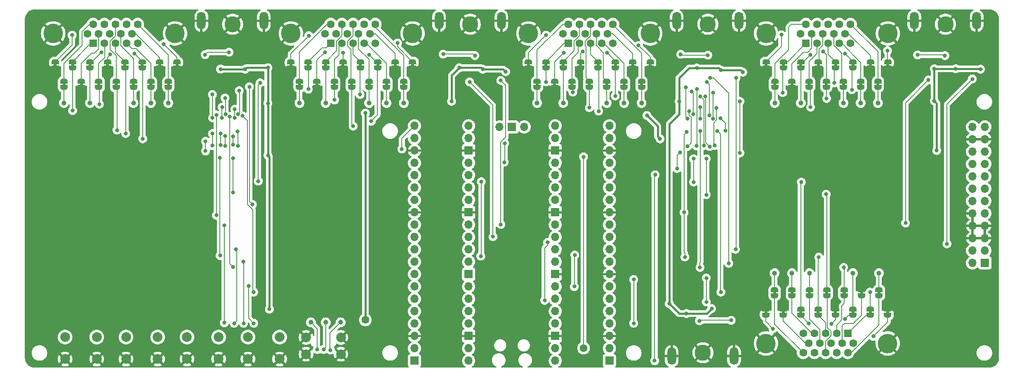
<source format=gbr>
%TF.GenerationSoftware,KiCad,Pcbnew,(7.0.0-0)*%
%TF.CreationDate,2023-03-16T21:22:01-05:00*%
%TF.ProjectId,VintageKVM,56696e74-6167-4654-9b56-4d2e6b696361,rev?*%
%TF.SameCoordinates,Original*%
%TF.FileFunction,Copper,L2,Bot*%
%TF.FilePolarity,Positive*%
%FSLAX46Y46*%
G04 Gerber Fmt 4.6, Leading zero omitted, Abs format (unit mm)*
G04 Created by KiCad (PCBNEW (7.0.0-0)) date 2023-03-16 21:22:01*
%MOMM*%
%LPD*%
G01*
G04 APERTURE LIST*
G04 Aperture macros list*
%AMFreePoly0*
4,1,19,0.500000,-0.750000,0.000000,-0.750000,0.000000,-0.744911,-0.071157,-0.744911,-0.207708,-0.704816,-0.327430,-0.627875,-0.420627,-0.520320,-0.479746,-0.390866,-0.500000,-0.250000,-0.500000,0.250000,-0.479746,0.390866,-0.420627,0.520320,-0.327430,0.627875,-0.207708,0.704816,-0.071157,0.744911,0.000000,0.744911,0.000000,0.750000,0.500000,0.750000,0.500000,-0.750000,0.500000,-0.750000,
$1*%
%AMFreePoly1*
4,1,19,0.000000,0.744911,0.071157,0.744911,0.207708,0.704816,0.327430,0.627875,0.420627,0.520320,0.479746,0.390866,0.500000,0.250000,0.500000,-0.250000,0.479746,-0.390866,0.420627,-0.520320,0.327430,-0.627875,0.207708,-0.704816,0.071157,-0.744911,0.000000,-0.744911,0.000000,-0.750000,-0.500000,-0.750000,-0.500000,0.750000,0.000000,0.750000,0.000000,0.744911,0.000000,0.744911,
$1*%
G04 Aperture macros list end*
%TA.AperFunction,ComponentPad*%
%ADD10C,4.000000*%
%TD*%
%TA.AperFunction,ComponentPad*%
%ADD11R,1.600000X1.600000*%
%TD*%
%TA.AperFunction,ComponentPad*%
%ADD12C,1.600000*%
%TD*%
%TA.AperFunction,ComponentPad*%
%ADD13R,1.700000X1.700000*%
%TD*%
%TA.AperFunction,ComponentPad*%
%ADD14O,1.700000X1.700000*%
%TD*%
%TA.AperFunction,ComponentPad*%
%ADD15C,3.316000*%
%TD*%
%TA.AperFunction,ComponentPad*%
%ADD16O,1.800000X3.600000*%
%TD*%
%TA.AperFunction,ComponentPad*%
%ADD17C,2.000000*%
%TD*%
%TA.AperFunction,SMDPad,CuDef*%
%ADD18FreePoly0,90.000000*%
%TD*%
%TA.AperFunction,SMDPad,CuDef*%
%ADD19FreePoly1,90.000000*%
%TD*%
%TA.AperFunction,SMDPad,CuDef*%
%ADD20FreePoly0,270.000000*%
%TD*%
%TA.AperFunction,SMDPad,CuDef*%
%ADD21FreePoly1,270.000000*%
%TD*%
%TA.AperFunction,SMDPad,CuDef*%
%ADD22C,1.000000*%
%TD*%
%TA.AperFunction,ViaPad*%
%ADD23C,0.800000*%
%TD*%
%TA.AperFunction,ViaPad*%
%ADD24C,1.600000*%
%TD*%
%TA.AperFunction,Conductor*%
%ADD25C,0.400000*%
%TD*%
%TA.AperFunction,Conductor*%
%ADD26C,0.200000*%
%TD*%
G04 APERTURE END LIST*
%TO.C,JP40*%
G36*
X103828296Y-55634338D02*
G01*
X103228296Y-55634338D01*
X103228296Y-55134338D01*
X103828296Y-55134338D01*
X103828296Y-55634338D01*
G37*
%TO.C,JP68*%
G36*
X204939176Y-98465662D02*
G01*
X204339176Y-98465662D01*
X204339176Y-97965662D01*
X204939176Y-97965662D01*
X204939176Y-98465662D01*
G37*
%TO.C,JP1*%
G36*
X217469178Y-51634338D02*
G01*
X216869178Y-51634338D01*
X216869178Y-51134338D01*
X217469178Y-51134338D01*
X217469178Y-51634338D01*
G37*
%TO.C,JP57*%
G36*
X51893582Y-55634338D02*
G01*
X51293582Y-55634338D01*
X51293582Y-55134338D01*
X51893582Y-55134338D01*
X51893582Y-55634338D01*
G37*
%TO.C,JP43*%
G36*
X98471154Y-51634338D02*
G01*
X97871154Y-51634338D01*
X97871154Y-51134338D01*
X98471154Y-51134338D01*
X98471154Y-51634338D01*
G37*
%TO.C,JP8*%
G36*
X204837926Y-55634338D02*
G01*
X204237926Y-55634338D01*
X204237926Y-55134338D01*
X204837926Y-55134338D01*
X204837926Y-55634338D01*
G37*
%TO.C,JP23*%
G36*
X156184450Y-55634338D02*
G01*
X155584450Y-55634338D01*
X155584450Y-55134338D01*
X156184450Y-55134338D01*
X156184450Y-55634338D01*
G37*
%TO.C,JP12*%
G36*
X197782570Y-55634338D02*
G01*
X197182570Y-55634338D01*
X197182570Y-55134338D01*
X197782570Y-55134338D01*
X197782570Y-55634338D01*
G37*
%TO.C,JP45*%
G36*
X94899726Y-51634338D02*
G01*
X94299726Y-51634338D01*
X94299726Y-51134338D01*
X94899726Y-51134338D01*
X94899726Y-51634338D01*
G37*
%TO.C,JP58*%
G36*
X50107868Y-51634338D02*
G01*
X49507868Y-51634338D01*
X49507868Y-51134338D01*
X50107868Y-51134338D01*
X50107868Y-51634338D01*
G37*
%TO.C,JP74*%
G36*
X215653462Y-98465662D02*
G01*
X215053462Y-98465662D01*
X215053462Y-97965662D01*
X215653462Y-97965662D01*
X215653462Y-98465662D01*
G37*
%TO.C,JP53*%
G36*
X59036438Y-55634338D02*
G01*
X58436438Y-55634338D01*
X58436438Y-55134338D01*
X59036438Y-55134338D01*
X59036438Y-55634338D01*
G37*
%TO.C,JP17*%
G36*
X166898736Y-55634338D02*
G01*
X166298736Y-55634338D01*
X166298736Y-55134338D01*
X166898736Y-55134338D01*
X166898736Y-55634338D01*
G37*
%TO.C,JP15*%
G36*
X192469178Y-51634338D02*
G01*
X191869178Y-51634338D01*
X191869178Y-51134338D01*
X192469178Y-51134338D01*
X192469178Y-51634338D01*
G37*
%TO.C,JP49*%
G36*
X66179294Y-55634338D02*
G01*
X65579294Y-55634338D01*
X65579294Y-55134338D01*
X66179294Y-55134338D01*
X66179294Y-55634338D01*
G37*
%TO.C,JP25*%
G36*
X152613022Y-55634338D02*
G01*
X152013022Y-55634338D01*
X152013022Y-55134338D01*
X152613022Y-55134338D01*
X152613022Y-55634338D01*
G37*
%TO.C,JP18*%
G36*
X165113020Y-51634338D02*
G01*
X164513020Y-51634338D01*
X164513020Y-51134338D01*
X165113020Y-51134338D01*
X165113020Y-51634338D01*
G37*
%TO.C,JP66*%
G36*
X201367748Y-98465662D02*
G01*
X200767748Y-98465662D01*
X200767748Y-97965662D01*
X201367748Y-97965662D01*
X201367748Y-98465662D01*
G37*
%TO.C,JP16*%
G36*
X168684452Y-51634338D02*
G01*
X168084452Y-51634338D01*
X168084452Y-51134338D01*
X168684452Y-51134338D01*
X168684452Y-51634338D01*
G37*
%TO.C,JP60*%
G36*
X46536440Y-51634338D02*
G01*
X45936440Y-51634338D01*
X45936440Y-51134338D01*
X46536440Y-51134338D01*
X46536440Y-51634338D01*
G37*
%TO.C,JP32*%
G36*
X118114010Y-55634338D02*
G01*
X117514010Y-55634338D01*
X117514010Y-55134338D01*
X118114010Y-55134338D01*
X118114010Y-55634338D01*
G37*
%TO.C,JP71*%
G36*
X210296318Y-102465662D02*
G01*
X209696318Y-102465662D01*
X209696318Y-101965662D01*
X210296318Y-101965662D01*
X210296318Y-102465662D01*
G37*
%TO.C,JP26*%
G36*
X150827308Y-51634338D02*
G01*
X150227308Y-51634338D01*
X150227308Y-51134338D01*
X150827308Y-51134338D01*
X150827308Y-51634338D01*
G37*
%TO.C,JP6*%
G36*
X208365604Y-55634338D02*
G01*
X207765604Y-55634338D01*
X207765604Y-55134338D01*
X208365604Y-55134338D01*
X208365604Y-55634338D01*
G37*
%TO.C,JP55*%
G36*
X55465010Y-55634338D02*
G01*
X54865010Y-55634338D01*
X54865010Y-55134338D01*
X55465010Y-55134338D01*
X55465010Y-55634338D01*
G37*
%TO.C,JP67*%
G36*
X203153462Y-102465662D02*
G01*
X202553462Y-102465662D01*
X202553462Y-101965662D01*
X203153462Y-101965662D01*
X203153462Y-102465662D01*
G37*
%TO.C,JP9*%
G36*
X203183462Y-51634338D02*
G01*
X202583462Y-51634338D01*
X202583462Y-51134338D01*
X203183462Y-51134338D01*
X203183462Y-51634338D01*
G37*
%TO.C,JP69*%
G36*
X206724890Y-102465662D02*
G01*
X206124890Y-102465662D01*
X206124890Y-101965662D01*
X206724890Y-101965662D01*
X206724890Y-102465662D01*
G37*
%TO.C,JP48*%
G36*
X67965008Y-51634338D02*
G01*
X67365008Y-51634338D01*
X67365008Y-51134338D01*
X67965008Y-51134338D01*
X67965008Y-51634338D01*
G37*
%TO.C,JP73*%
G36*
X213867746Y-102465662D02*
G01*
X213267746Y-102465662D01*
X213267746Y-101965662D01*
X213867746Y-101965662D01*
X213867746Y-102465662D01*
G37*
%TO.C,JP4*%
G36*
X211893282Y-55634338D02*
G01*
X211293282Y-55634338D01*
X211293282Y-55134338D01*
X211893282Y-55134338D01*
X211893282Y-55634338D01*
G37*
%TO.C,JP50*%
G36*
X64393580Y-51634338D02*
G01*
X63793580Y-51634338D01*
X63793580Y-51134338D01*
X64393580Y-51134338D01*
X64393580Y-51634338D01*
G37*
%TO.C,JP59*%
G36*
X48322154Y-55634338D02*
G01*
X47722154Y-55634338D01*
X47722154Y-55134338D01*
X48322154Y-55134338D01*
X48322154Y-55634338D01*
G37*
%TO.C,JP39*%
G36*
X105614010Y-51634338D02*
G01*
X105014010Y-51634338D01*
X105014010Y-51134338D01*
X105614010Y-51134338D01*
X105614010Y-51634338D01*
G37*
%TO.C,JP3*%
G36*
X213897746Y-51634338D02*
G01*
X213297746Y-51634338D01*
X213297746Y-51134338D01*
X213897746Y-51134338D01*
X213897746Y-51634338D01*
G37*
%TO.C,JP42*%
G36*
X100256868Y-55634338D02*
G01*
X99656868Y-55634338D01*
X99656868Y-55134338D01*
X100256868Y-55134338D01*
X100256868Y-55634338D01*
G37*
%TO.C,JP27*%
G36*
X149041594Y-55634338D02*
G01*
X148441594Y-55634338D01*
X148441594Y-55134338D01*
X149041594Y-55134338D01*
X149041594Y-55634338D01*
G37*
%TO.C,JP47*%
G36*
X69750724Y-55634338D02*
G01*
X69150724Y-55634338D01*
X69150724Y-55134338D01*
X69750724Y-55134338D01*
X69750724Y-55634338D01*
G37*
%TO.C,JP56*%
G36*
X53679296Y-51634338D02*
G01*
X53079296Y-51634338D01*
X53079296Y-51134338D01*
X53679296Y-51134338D01*
X53679296Y-51634338D01*
G37*
%TO.C,JP2*%
G36*
X215420962Y-55634338D02*
G01*
X214820962Y-55634338D01*
X214820962Y-55134338D01*
X215420962Y-55134338D01*
X215420962Y-55634338D01*
G37*
%TO.C,JP33*%
G36*
X116328294Y-51634338D02*
G01*
X115728294Y-51634338D01*
X115728294Y-51134338D01*
X116328294Y-51134338D01*
X116328294Y-51634338D01*
G37*
%TO.C,JP70*%
G36*
X208510604Y-98465662D02*
G01*
X207910604Y-98465662D01*
X207910604Y-97965662D01*
X208510604Y-97965662D01*
X208510604Y-98465662D01*
G37*
%TO.C,JP21*%
G36*
X159755878Y-55634338D02*
G01*
X159155878Y-55634338D01*
X159155878Y-55134338D01*
X159755878Y-55134338D01*
X159755878Y-55634338D01*
G37*
%TO.C,JP24*%
G36*
X154398736Y-51634338D02*
G01*
X153798736Y-51634338D01*
X153798736Y-51134338D01*
X154398736Y-51134338D01*
X154398736Y-51634338D01*
G37*
%TO.C,JP7*%
G36*
X206754890Y-51634338D02*
G01*
X206154890Y-51634338D01*
X206154890Y-51134338D01*
X206754890Y-51134338D01*
X206754890Y-51634338D01*
G37*
%TO.C,JP36*%
G36*
X110971152Y-55634338D02*
G01*
X110371152Y-55634338D01*
X110371152Y-55134338D01*
X110971152Y-55134338D01*
X110971152Y-55634338D01*
G37*
%TO.C,JP19*%
G36*
X163327306Y-55634338D02*
G01*
X162727306Y-55634338D01*
X162727306Y-55134338D01*
X163327306Y-55134338D01*
X163327306Y-55634338D01*
G37*
%TO.C,JP28*%
G36*
X147255880Y-51634338D02*
G01*
X146655880Y-51634338D01*
X146655880Y-51134338D01*
X147255880Y-51134338D01*
X147255880Y-51634338D01*
G37*
%TO.C,JP20*%
G36*
X161541592Y-51634338D02*
G01*
X160941592Y-51634338D01*
X160941592Y-51134338D01*
X161541592Y-51134338D01*
X161541592Y-51634338D01*
G37*
%TO.C,JP35*%
G36*
X112756866Y-51634338D02*
G01*
X112156866Y-51634338D01*
X112156866Y-51134338D01*
X112756866Y-51134338D01*
X112756866Y-51634338D01*
G37*
%TO.C,JP38*%
G36*
X107399724Y-55634338D02*
G01*
X106799724Y-55634338D01*
X106799724Y-55134338D01*
X107399724Y-55134338D01*
X107399724Y-55634338D01*
G37*
%TO.C,JP61*%
G36*
X192439178Y-102465662D02*
G01*
X191839178Y-102465662D01*
X191839178Y-101965662D01*
X192439178Y-101965662D01*
X192439178Y-102465662D01*
G37*
%TO.C,JP72*%
G36*
X212082032Y-98465662D02*
G01*
X211482032Y-98465662D01*
X211482032Y-97965662D01*
X212082032Y-97965662D01*
X212082032Y-98465662D01*
G37*
%TO.C,JP44*%
G36*
X96685440Y-55634338D02*
G01*
X96085440Y-55634338D01*
X96085440Y-55134338D01*
X96685440Y-55134338D01*
X96685440Y-55634338D01*
G37*
%TO.C,JP54*%
G36*
X57250724Y-51634338D02*
G01*
X56650724Y-51634338D01*
X56650724Y-51134338D01*
X57250724Y-51134338D01*
X57250724Y-51634338D01*
G37*
%TO.C,JP5*%
G36*
X210326318Y-51634338D02*
G01*
X209726318Y-51634338D01*
X209726318Y-51134338D01*
X210326318Y-51134338D01*
X210326318Y-51634338D01*
G37*
%TO.C,JP41*%
G36*
X102042582Y-51634338D02*
G01*
X101442582Y-51634338D01*
X101442582Y-51134338D01*
X102042582Y-51134338D01*
X102042582Y-51634338D01*
G37*
%TO.C,JP62*%
G36*
X194224892Y-98465662D02*
G01*
X193624892Y-98465662D01*
X193624892Y-97965662D01*
X194224892Y-97965662D01*
X194224892Y-98465662D01*
G37*
%TO.C,JP52*%
G36*
X60822152Y-51634338D02*
G01*
X60222152Y-51634338D01*
X60222152Y-51134338D01*
X60822152Y-51134338D01*
X60822152Y-51634338D01*
G37*
%TO.C,JP65*%
G36*
X199582034Y-102465662D02*
G01*
X198982034Y-102465662D01*
X198982034Y-101965662D01*
X199582034Y-101965662D01*
X199582034Y-102465662D01*
G37*
%TO.C,JP30*%
G36*
X143684452Y-51634338D02*
G01*
X143084452Y-51634338D01*
X143084452Y-51134338D01*
X143684452Y-51134338D01*
X143684452Y-51634338D01*
G37*
%TO.C,JP29*%
G36*
X145470166Y-55634338D02*
G01*
X144870166Y-55634338D01*
X144870166Y-55134338D01*
X145470166Y-55134338D01*
X145470166Y-55634338D01*
G37*
%TO.C,JP37*%
G36*
X109185438Y-51634338D02*
G01*
X108585438Y-51634338D01*
X108585438Y-51134338D01*
X109185438Y-51134338D01*
X109185438Y-51634338D01*
G37*
%TO.C,JP63*%
G36*
X196010606Y-102465662D02*
G01*
X195410606Y-102465662D01*
X195410606Y-101965662D01*
X196010606Y-101965662D01*
X196010606Y-102465662D01*
G37*
%TO.C,JP22*%
G36*
X157970164Y-51634338D02*
G01*
X157370164Y-51634338D01*
X157370164Y-51134338D01*
X157970164Y-51134338D01*
X157970164Y-51634338D01*
G37*
%TO.C,JP75*%
G36*
X217439178Y-102465662D02*
G01*
X216839178Y-102465662D01*
X216839178Y-101965662D01*
X217439178Y-101965662D01*
X217439178Y-102465662D01*
G37*
%TO.C,JP11*%
G36*
X199612034Y-51634338D02*
G01*
X199012034Y-51634338D01*
X199012034Y-51134338D01*
X199612034Y-51134338D01*
X199612034Y-51634338D01*
G37*
%TO.C,JP46*%
G36*
X71536440Y-51634338D02*
G01*
X70936440Y-51634338D01*
X70936440Y-51134338D01*
X71536440Y-51134338D01*
X71536440Y-51634338D01*
G37*
%TO.C,JP14*%
G36*
X194254892Y-55634338D02*
G01*
X193654892Y-55634338D01*
X193654892Y-55134338D01*
X194254892Y-55134338D01*
X194254892Y-55634338D01*
G37*
%TO.C,JP10*%
G36*
X201310248Y-55634338D02*
G01*
X200710248Y-55634338D01*
X200710248Y-55134338D01*
X201310248Y-55134338D01*
X201310248Y-55634338D01*
G37*
%TO.C,JP34*%
G36*
X114542580Y-55634338D02*
G01*
X113942580Y-55634338D01*
X113942580Y-55134338D01*
X114542580Y-55134338D01*
X114542580Y-55634338D01*
G37*
%TO.C,JP13*%
G36*
X196040606Y-51634338D02*
G01*
X195440606Y-51634338D01*
X195440606Y-51134338D01*
X196040606Y-51134338D01*
X196040606Y-51634338D01*
G37*
%TO.C,JP31*%
G36*
X119899726Y-51634338D02*
G01*
X119299726Y-51634338D01*
X119299726Y-51134338D01*
X119899726Y-51134338D01*
X119899726Y-51634338D01*
G37*
%TO.C,JP51*%
G36*
X62607866Y-55634338D02*
G01*
X62007866Y-55634338D01*
X62007866Y-55134338D01*
X62607866Y-55134338D01*
X62607866Y-55634338D01*
G37*
%TO.C,JP64*%
G36*
X197796320Y-98465662D02*
G01*
X197196320Y-98465662D01*
X197196320Y-97965662D01*
X197796320Y-97965662D01*
X197796320Y-98465662D01*
G37*
%TD*%
D10*
%TO.P,J14,0*%
%TO.N,GND*%
X192139178Y-108650000D03*
X217139178Y-108650000D03*
D11*
%TO.P,J14,1*%
%TO.N,Net-(JP73-B)*%
X208954177Y-106599999D03*
D12*
%TO.P,J14,2*%
%TO.N,Net-(JP70-B)*%
X206664178Y-106600000D03*
%TO.P,J14,3*%
%TO.N,Net-(JP67-B)*%
X204374178Y-106600000D03*
%TO.P,J14,4*%
%TO.N,Net-(JP64-B)*%
X202084178Y-106600000D03*
%TO.P,J14,5*%
%TO.N,Net-(JP61-B)*%
X199794178Y-106600000D03*
%TO.P,J14,6*%
%TO.N,Net-(JP75-B)*%
X210099178Y-108580000D03*
%TO.P,J14,7*%
%TO.N,Net-(JP72-B)*%
X207809178Y-108580000D03*
%TO.P,J14,8*%
%TO.N,Net-(JP69-B)*%
X205519178Y-108580000D03*
%TO.P,J14,9*%
%TO.N,Net-(JP66-B)*%
X203229178Y-108580000D03*
%TO.P,J14,10*%
%TO.N,Net-(JP63-B)*%
X200939178Y-108580000D03*
%TO.P,J14,11*%
%TO.N,Net-(JP74-B)*%
X208954178Y-110560000D03*
%TO.P,J14,12*%
%TO.N,Net-(JP71-B)*%
X206664178Y-110560000D03*
%TO.P,J14,13*%
%TO.N,Net-(JP68-B)*%
X204374178Y-110560000D03*
%TO.P,J14,14*%
%TO.N,Net-(JP65-B)*%
X202084178Y-110560000D03*
%TO.P,J14,15*%
%TO.N,Net-(JP62-B)*%
X199794178Y-110560000D03*
%TD*%
D13*
%TO.P,J2,1,Pin_1*%
%TO.N,I2C0_SDA*%
X159999999Y-112199999D03*
D14*
%TO.P,J2,2,Pin_2*%
%TO.N,I2C0_SCL*%
X159999999Y-109659999D03*
%TO.P,J2,3,Pin_3*%
%TO.N,GND*%
X159999999Y-107119999D03*
%TO.P,J2,4,Pin_4*%
%TO.N,CTRL_PORT_ADB_PWR_ON*%
X159999999Y-104579999D03*
%TO.P,J2,5,Pin_5*%
%TO.N,CTRL_PORT_ADB_DATA*%
X159999999Y-102039999D03*
%TO.P,J2,6,Pin_6*%
%TO.N,PORT_1_ADB_PWR_ON*%
X159999999Y-99499999D03*
%TO.P,J2,7,Pin_7*%
%TO.N,PORT_1_ADB_DATA*%
X159999999Y-96959999D03*
%TO.P,J2,8,Pin_8*%
%TO.N,GND*%
X159999999Y-94419999D03*
%TO.P,J2,9,Pin_9*%
%TO.N,PORT_2_ADB_PWR_ON*%
X159999999Y-91879999D03*
%TO.P,J2,10,Pin_10*%
%TO.N,PORT_2_ADB_DATA*%
X159999999Y-89339999D03*
%TO.P,J2,11,Pin_11*%
%TO.N,PORT_3_ADB_PWR_ON*%
X159999999Y-86799999D03*
%TO.P,J2,12,Pin_12*%
%TO.N,PORT_3_ADB_DATA*%
X159999999Y-84259999D03*
%TO.P,J2,13,Pin_13*%
%TO.N,GND*%
X159999999Y-81719999D03*
%TO.P,J2,14,Pin_14*%
%TO.N,PORT_4_ADB_PWR_ON*%
X159999999Y-79179999D03*
%TO.P,J2,15,Pin_15*%
%TO.N,PORT_4_ADB_DATA*%
X159999999Y-76639999D03*
%TO.P,J2,16,Pin_16*%
%TO.N,UART0_TX*%
X159999999Y-74099999D03*
%TO.P,J2,17,Pin_17*%
%TO.N,UART0_RX*%
X159999999Y-71559999D03*
%TO.P,J2,18,Pin_18*%
%TO.N,GND*%
X159999999Y-69019999D03*
%TO.P,J2,19,Pin_19*%
%TO.N,GPIO14*%
X159999999Y-66479999D03*
%TO.P,J2,20,Pin_20*%
%TO.N,GPIO15*%
X159999999Y-63939999D03*
%TD*%
D15*
%TO.P,J7,S1,SHIELD*%
%TO.N,GND*%
X180215269Y-43050000D03*
D16*
%TO.P,J7,S2,SHIELD*%
X173815268Y-42349999D03*
%TO.P,J7,S3,SHIELD*%
X186615268Y-42349999D03*
%TD*%
D17*
%TO.P,J1,MH1,MH1*%
%TO.N,GND*%
X97725000Y-110850000D03*
%TO.P,J1,MH2,MH2*%
X104875000Y-110850000D03*
%TO.P,J1,MH3,MH3*%
X104875000Y-107400000D03*
%TO.P,J1,MH4,MH4*%
X97725000Y-107400000D03*
%TD*%
D10*
%TO.P,J8,0*%
%TO.N,GND*%
X168384452Y-44950000D03*
X143384452Y-44950000D03*
D11*
%TO.P,J8,1*%
%TO.N,Net-(JP28-B)*%
X151569451Y-46999999D03*
D12*
%TO.P,J8,2*%
%TO.N,Net-(JP25-B)*%
X153859452Y-47000000D03*
%TO.P,J8,3*%
%TO.N,Net-(JP22-B)*%
X156149452Y-47000000D03*
%TO.P,J8,4*%
%TO.N,Net-(JP19-B)*%
X158439452Y-47000000D03*
%TO.P,J8,5*%
%TO.N,Net-(JP16-B)*%
X160729452Y-47000000D03*
%TO.P,J8,6*%
%TO.N,Net-(JP30-B)*%
X150424452Y-45020000D03*
%TO.P,J8,7*%
%TO.N,Net-(JP27-B)*%
X152714452Y-45020000D03*
%TO.P,J8,8*%
%TO.N,Net-(JP24-B)*%
X155004452Y-45020000D03*
%TO.P,J8,9*%
%TO.N,Net-(JP21-B)*%
X157294452Y-45020000D03*
%TO.P,J8,10*%
%TO.N,Net-(JP18-B)*%
X159584452Y-45020000D03*
%TO.P,J8,11*%
%TO.N,Net-(JP29-B)*%
X151569452Y-43040000D03*
%TO.P,J8,12*%
%TO.N,Net-(JP26-B)*%
X153859452Y-43040000D03*
%TO.P,J8,13*%
%TO.N,Net-(JP23-B)*%
X156149452Y-43040000D03*
%TO.P,J8,14*%
%TO.N,Net-(JP20-B)*%
X158439452Y-43040000D03*
%TO.P,J8,15*%
%TO.N,Net-(JP17-B)*%
X160729452Y-43040000D03*
%TD*%
D17*
%TO.P,SW3,1,1*%
%TO.N,GND*%
X79783332Y-111850000D03*
X73283332Y-111850000D03*
%TO.P,SW3,2,2*%
%TO.N,GPIO27*%
X79783332Y-107350000D03*
X73283332Y-107350000D03*
%TD*%
%TO.P,SW1,1,1*%
%TO.N,GND*%
X54750000Y-111850000D03*
X48250000Y-111850000D03*
%TO.P,SW1,2,2*%
%TO.N,GPIO22*%
X54750000Y-107350000D03*
X48250000Y-107350000D03*
%TD*%
%TO.P,SW2,1,1*%
%TO.N,GND*%
X67266666Y-111850000D03*
X60766666Y-111850000D03*
%TO.P,SW2,2,2*%
%TO.N,GPIO26*%
X67266666Y-107350000D03*
X60766666Y-107350000D03*
%TD*%
D10*
%TO.P,J6,0*%
%TO.N,GND*%
X217169178Y-44950000D03*
X192169178Y-44950000D03*
D11*
%TO.P,J6,1*%
%TO.N,Net-(JP13-B)*%
X200354177Y-46999999D03*
D12*
%TO.P,J6,2*%
%TO.N,Net-(JP10-B)*%
X202644178Y-47000000D03*
%TO.P,J6,3*%
%TO.N,Net-(JP7-B)*%
X204934178Y-47000000D03*
%TO.P,J6,4*%
%TO.N,Net-(JP4-B)*%
X207224178Y-47000000D03*
%TO.P,J6,5*%
%TO.N,Net-(JP1-B)*%
X209514178Y-47000000D03*
%TO.P,J6,6*%
%TO.N,Net-(JP15-B)*%
X199209178Y-45020000D03*
%TO.P,J6,7*%
%TO.N,Net-(JP12-B)*%
X201499178Y-45020000D03*
%TO.P,J6,8*%
%TO.N,Net-(JP9-B)*%
X203789178Y-45020000D03*
%TO.P,J6,9*%
%TO.N,Net-(JP6-B)*%
X206079178Y-45020000D03*
%TO.P,J6,10*%
%TO.N,Net-(JP3-B)*%
X208369178Y-45020000D03*
%TO.P,J6,11*%
%TO.N,Net-(JP14-B)*%
X200354178Y-43040000D03*
%TO.P,J6,12*%
%TO.N,Net-(JP11-B)*%
X202644178Y-43040000D03*
%TO.P,J6,13*%
%TO.N,Net-(JP8-B)*%
X204934178Y-43040000D03*
%TO.P,J6,14*%
%TO.N,Net-(JP5-B)*%
X207224178Y-43040000D03*
%TO.P,J6,15*%
%TO.N,Net-(JP2-B)*%
X209514178Y-43040000D03*
%TD*%
D10*
%TO.P,J12,0*%
%TO.N,GND*%
X70815000Y-44950000D03*
X45815000Y-44950000D03*
D11*
%TO.P,J12,1*%
%TO.N,Net-(JP58-B)*%
X53999999Y-46999999D03*
D12*
%TO.P,J12,2*%
%TO.N,Net-(JP55-B)*%
X56290000Y-47000000D03*
%TO.P,J12,3*%
%TO.N,Net-(JP52-B)*%
X58580000Y-47000000D03*
%TO.P,J12,4*%
%TO.N,Net-(JP49-B)*%
X60870000Y-47000000D03*
%TO.P,J12,5*%
%TO.N,Net-(JP46-B)*%
X63160000Y-47000000D03*
%TO.P,J12,6*%
%TO.N,Net-(JP60-B)*%
X52855000Y-45020000D03*
%TO.P,J12,7*%
%TO.N,Net-(JP57-B)*%
X55145000Y-45020000D03*
%TO.P,J12,8*%
%TO.N,Net-(JP54-B)*%
X57435000Y-45020000D03*
%TO.P,J12,9*%
%TO.N,Net-(JP51-B)*%
X59725000Y-45020000D03*
%TO.P,J12,10*%
%TO.N,Net-(JP48-B)*%
X62015000Y-45020000D03*
%TO.P,J12,11*%
%TO.N,Net-(JP59-B)*%
X54000000Y-43040000D03*
%TO.P,J12,12*%
%TO.N,Net-(JP56-B)*%
X56290000Y-43040000D03*
%TO.P,J12,13*%
%TO.N,Net-(JP53-B)*%
X58580000Y-43040000D03*
%TO.P,J12,14*%
%TO.N,Net-(JP50-B)*%
X60870000Y-43040000D03*
%TO.P,J12,15*%
%TO.N,Net-(JP47-B)*%
X63160000Y-43040000D03*
%TD*%
D17*
%TO.P,SW4,1,1*%
%TO.N,GND*%
X92300000Y-111850000D03*
X85800000Y-111850000D03*
%TO.P,SW4,2,2*%
%TO.N,GPIO28*%
X92300000Y-107350000D03*
X85800000Y-107350000D03*
%TD*%
D15*
%TO.P,J11,S1,SHIELD*%
%TO.N,GND*%
X82645817Y-43050000D03*
D16*
%TO.P,J11,S2,SHIELD*%
X76245816Y-42349999D03*
%TO.P,J11,S3,SHIELD*%
X89045816Y-42349999D03*
%TD*%
D13*
%TO.P,J4,1,Pin_1*%
%TO.N,VBUS*%
X119999999Y-112199999D03*
D14*
%TO.P,J4,2,Pin_2*%
%TO.N,VSYS*%
X119999999Y-109659999D03*
%TO.P,J4,3,Pin_3*%
%TO.N,GND*%
X119999999Y-107119999D03*
%TO.P,J4,4,Pin_4*%
%TO.N,3v3_EN*%
X119999999Y-104579999D03*
%TO.P,J4,5,Pin_5*%
%TO.N,+3V3*%
X119999999Y-102039999D03*
%TO.P,J4,6,Pin_6*%
%TO.N,ADC_VREF*%
X119999999Y-99499999D03*
%TO.P,J4,7,Pin_7*%
%TO.N,GPIO28*%
X119999999Y-96959999D03*
%TO.P,J4,8,Pin_8*%
%TO.N,AGND*%
X119999999Y-94419999D03*
%TO.P,J4,9,Pin_9*%
%TO.N,GPIO27*%
X119999999Y-91879999D03*
%TO.P,J4,10,Pin_10*%
%TO.N,GPIO26*%
X119999999Y-89339999D03*
%TO.P,J4,11,Pin_11*%
%TO.N,RUN*%
X119999999Y-86799999D03*
%TO.P,J4,12,Pin_12*%
%TO.N,GPIO22*%
X119999999Y-84259999D03*
%TO.P,J4,13,Pin_13*%
%TO.N,GND*%
X119999999Y-81719999D03*
%TO.P,J4,14,Pin_14*%
%TO.N,GPIO21*%
X119999999Y-79179999D03*
%TO.P,J4,15,Pin_15*%
%TO.N,GPIO20*%
X119999999Y-76639999D03*
%TO.P,J4,16,Pin_16*%
%TO.N,SEL_U1*%
X119999999Y-74099999D03*
%TO.P,J4,17,Pin_17*%
%TO.N,OE_U1*%
X119999999Y-71559999D03*
%TO.P,J4,18,Pin_18*%
%TO.N,GND*%
X119999999Y-69019999D03*
%TO.P,J4,19,Pin_19*%
%TO.N,SEL_U2*%
X119999999Y-66479999D03*
%TO.P,J4,20,Pin_20*%
%TO.N,OE_U2*%
X119999999Y-63939999D03*
%TD*%
D15*
%TO.P,J5,S1,SHIELD*%
%TO.N,GND*%
X228999995Y-43050000D03*
D16*
%TO.P,J5,S2,SHIELD*%
X222599994Y-42349999D03*
%TO.P,J5,S3,SHIELD*%
X235399994Y-42349999D03*
%TD*%
D10*
%TO.P,J10,0*%
%TO.N,GND*%
X119599726Y-44950000D03*
X94599726Y-44950000D03*
D11*
%TO.P,J10,1*%
%TO.N,Net-(JP43-B)*%
X102784725Y-46999999D03*
D12*
%TO.P,J10,2*%
%TO.N,Net-(JP40-B)*%
X105074726Y-47000000D03*
%TO.P,J10,3*%
%TO.N,Net-(JP37-B)*%
X107364726Y-47000000D03*
%TO.P,J10,4*%
%TO.N,Net-(JP34-B)*%
X109654726Y-47000000D03*
%TO.P,J10,5*%
%TO.N,Net-(JP31-B)*%
X111944726Y-47000000D03*
%TO.P,J10,6*%
%TO.N,Net-(JP45-B)*%
X101639726Y-45020000D03*
%TO.P,J10,7*%
%TO.N,Net-(JP42-B)*%
X103929726Y-45020000D03*
%TO.P,J10,8*%
%TO.N,Net-(JP39-B)*%
X106219726Y-45020000D03*
%TO.P,J10,9*%
%TO.N,Net-(JP36-B)*%
X108509726Y-45020000D03*
%TO.P,J10,10*%
%TO.N,Net-(JP33-B)*%
X110799726Y-45020000D03*
%TO.P,J10,11*%
%TO.N,Net-(JP44-B)*%
X102784726Y-43040000D03*
%TO.P,J10,12*%
%TO.N,Net-(JP41-B)*%
X105074726Y-43040000D03*
%TO.P,J10,13*%
%TO.N,Net-(JP38-B)*%
X107364726Y-43040000D03*
%TO.P,J10,14*%
%TO.N,Net-(JP35-B)*%
X109654726Y-43040000D03*
%TO.P,J10,15*%
%TO.N,Net-(JP32-B)*%
X111944726Y-43040000D03*
%TD*%
D13*
%TO.P,J3,1,Pin_1*%
%TO.N,CTRL_PORT_RED*%
X237099999Y-92079999D03*
D14*
%TO.P,J3,2,Pin_2*%
%TO.N,CTRL_PORT_GREEN*%
X234559999Y-92079999D03*
%TO.P,J3,3,Pin_3*%
%TO.N,CTRL_PORT_BLUE*%
X237099999Y-89539999D03*
%TO.P,J3,4,Pin_4*%
%TO.N,unconnected-(J3-Pin_4-Pad4)*%
X234559999Y-89539999D03*
%TO.P,J3,5,Pin_5*%
%TO.N,GND*%
X237099999Y-86999999D03*
%TO.P,J3,6,Pin_6*%
X234559999Y-86999999D03*
%TO.P,J3,7,Pin_7*%
X237099999Y-84459999D03*
%TO.P,J3,8,Pin_8*%
X234559999Y-84459999D03*
%TO.P,J3,9,Pin_9*%
%TO.N,unconnected-(J3-Pin_9-Pad9)*%
X237099999Y-81919999D03*
%TO.P,J3,10,Pin_10*%
%TO.N,GND*%
X234559999Y-81919999D03*
%TO.P,J3,11,Pin_11*%
%TO.N,unconnected-(J3-Pin_11-Pad11)*%
X237099999Y-79379999D03*
%TO.P,J3,12,Pin_12*%
%TO.N,unconnected-(J3-Pin_12-Pad12)*%
X234559999Y-79379999D03*
%TO.P,J3,13,Pin_13*%
%TO.N,CTRL_PORT_HSYNC*%
X237099999Y-76839999D03*
%TO.P,J3,14,Pin_14*%
%TO.N,CTRL_PORT_VSYNC*%
X234559999Y-76839999D03*
%TO.P,J3,15,Pin_15*%
%TO.N,unconnected-(J3-Pin_15-Pad15)*%
X237099999Y-74299999D03*
%TO.P,J3,16,Pin_16*%
%TO.N,unconnected-(J3-Pin_16-Pad16)*%
X234559999Y-74299999D03*
%TO.P,J3,17,Pin_17*%
%TO.N,I2C0_SDA*%
X237099999Y-71759999D03*
%TO.P,J3,18,Pin_18*%
%TO.N,I2C0_SCL*%
X234559999Y-71759999D03*
%TO.P,J3,19,Pin_19*%
%TO.N,+3V3*%
X237099999Y-69219999D03*
%TO.P,J3,20,Pin_20*%
X234559999Y-69219999D03*
%TO.P,J3,21,Pin_21*%
%TO.N,GND*%
X237099999Y-66679999D03*
%TO.P,J3,22,Pin_22*%
X234559999Y-66679999D03*
%TO.P,J3,23,Pin_23*%
%TO.N,VBUS*%
X237099999Y-64139999D03*
%TO.P,J3,24,Pin_24*%
X234559999Y-64139999D03*
%TD*%
%TO.P,U1,1,GPIO0*%
%TO.N,I2C0_SDA*%
X148889999Y-112199999D03*
%TO.P,U1,2,GPIO1*%
%TO.N,I2C0_SCL*%
X148889999Y-109659999D03*
D13*
%TO.P,U1,3,GND*%
%TO.N,GND*%
X148889999Y-107119999D03*
D14*
%TO.P,U1,4,GPIO2*%
%TO.N,CTRL_PORT_ADB_PWR_ON*%
X148889999Y-104579999D03*
%TO.P,U1,5,GPIO3*%
%TO.N,CTRL_PORT_ADB_DATA*%
X148889999Y-102039999D03*
%TO.P,U1,6,GPIO4*%
%TO.N,PORT_1_ADB_PWR_ON*%
X148889999Y-99499999D03*
%TO.P,U1,7,GPIO5*%
%TO.N,PORT_1_ADB_DATA*%
X148889999Y-96959999D03*
D13*
%TO.P,U1,8,GND*%
%TO.N,GND*%
X148889999Y-94419999D03*
D14*
%TO.P,U1,9,GPIO6*%
%TO.N,PORT_2_ADB_PWR_ON*%
X148889999Y-91879999D03*
%TO.P,U1,10,GPIO7*%
%TO.N,PORT_2_ADB_DATA*%
X148889999Y-89339999D03*
%TO.P,U1,11,GPIO8*%
%TO.N,PORT_3_ADB_PWR_ON*%
X148889999Y-86799999D03*
%TO.P,U1,12,GPIO9*%
%TO.N,PORT_3_ADB_DATA*%
X148889999Y-84259999D03*
D13*
%TO.P,U1,13,GND*%
%TO.N,GND*%
X148889999Y-81719999D03*
D14*
%TO.P,U1,14,GPIO10*%
%TO.N,PORT_4_ADB_PWR_ON*%
X148889999Y-79179999D03*
%TO.P,U1,15,GPIO11*%
%TO.N,PORT_4_ADB_DATA*%
X148889999Y-76639999D03*
%TO.P,U1,16,GPIO12*%
%TO.N,UART0_TX*%
X148889999Y-74099999D03*
%TO.P,U1,17,GPIO13*%
%TO.N,UART0_RX*%
X148889999Y-71559999D03*
D13*
%TO.P,U1,18,GND*%
%TO.N,GND*%
X148889999Y-69019999D03*
D14*
%TO.P,U1,19,GPIO14*%
%TO.N,GPIO14*%
X148889999Y-66479999D03*
%TO.P,U1,20,GPIO15*%
%TO.N,GPIO15*%
X148889999Y-63939999D03*
%TO.P,U1,21,GPIO16*%
%TO.N,OE_U2*%
X131109999Y-63939999D03*
%TO.P,U1,22,GPIO17*%
%TO.N,SEL_U2*%
X131109999Y-66479999D03*
D13*
%TO.P,U1,23,GND*%
%TO.N,GND*%
X131109999Y-69019999D03*
D14*
%TO.P,U1,24,GPIO18*%
%TO.N,OE_U1*%
X131109999Y-71559999D03*
%TO.P,U1,25,GPIO19*%
%TO.N,SEL_U1*%
X131109999Y-74099999D03*
%TO.P,U1,26,GPIO20*%
%TO.N,GPIO20*%
X131109999Y-76639999D03*
%TO.P,U1,27,GPIO21*%
%TO.N,GPIO21*%
X131109999Y-79179999D03*
D13*
%TO.P,U1,28,GND*%
%TO.N,GND*%
X131109999Y-81719999D03*
D14*
%TO.P,U1,29,GPIO22*%
%TO.N,GPIO22*%
X131109999Y-84259999D03*
%TO.P,U1,30,RUN*%
%TO.N,RUN*%
X131109999Y-86799999D03*
%TO.P,U1,31,GPIO26_ADC0*%
%TO.N,GPIO26*%
X131109999Y-89339999D03*
%TO.P,U1,32,GPIO27_ADC1*%
%TO.N,GPIO27*%
X131109999Y-91879999D03*
D13*
%TO.P,U1,33,AGND*%
%TO.N,AGND*%
X131109999Y-94419999D03*
D14*
%TO.P,U1,34,GPIO28_ADC2*%
%TO.N,GPIO28*%
X131109999Y-96959999D03*
%TO.P,U1,35,ADC_VREF*%
%TO.N,ADC_VREF*%
X131109999Y-99499999D03*
%TO.P,U1,36,3V3*%
%TO.N,+3V3*%
X131109999Y-102039999D03*
%TO.P,U1,37,3V3_EN*%
%TO.N,3v3_EN*%
X131109999Y-104579999D03*
D13*
%TO.P,U1,38,GND*%
%TO.N,GND*%
X131109999Y-107119999D03*
D14*
%TO.P,U1,39,VSYS*%
%TO.N,VSYS*%
X131109999Y-109659999D03*
%TO.P,U1,40,VBUS*%
%TO.N,VBUS*%
X131109999Y-112199999D03*
%TO.P,U1,41,SWCLK*%
%TO.N,unconnected-(U1-SWCLK-Pad41)*%
X142539999Y-64169999D03*
D13*
%TO.P,U1,42,GND*%
%TO.N,unconnected-(U1-GND-Pad42)*%
X139999999Y-64169999D03*
D14*
%TO.P,U1,43,SWDIO*%
%TO.N,unconnected-(U1-SWDIO-Pad43)*%
X137459999Y-64169999D03*
%TD*%
D15*
%TO.P,J13,S1,SHIELD*%
%TO.N,GND*%
X179200000Y-110550000D03*
D16*
%TO.P,J13,S2,SHIELD*%
X185599999Y-111249999D03*
%TO.P,J13,S3,SHIELD*%
X172799999Y-111249999D03*
%TD*%
D15*
%TO.P,J9,S1,SHIELD*%
%TO.N,GND*%
X131430543Y-43050000D03*
D16*
%TO.P,J9,S2,SHIELD*%
X125030542Y-42349999D03*
%TO.P,J9,S3,SHIELD*%
X137830542Y-42349999D03*
%TD*%
D18*
%TO.P,JP40,1,A*%
%TO.N,PORT_3_GREEN*%
X103528296Y-56034338D03*
D19*
%TO.P,JP40,2,B*%
%TO.N,Net-(JP40-B)*%
X103528296Y-54734338D03*
%TD*%
D20*
%TO.P,JP68,1,A*%
%TO.N,CTRL_PORT_HSYNC*%
X204639176Y-97565662D03*
D21*
%TO.P,JP68,2,B*%
%TO.N,Net-(JP68-B)*%
X204639176Y-98865662D03*
%TD*%
D18*
%TO.P,JP1,1,A*%
%TO.N,GND*%
X217169178Y-52034338D03*
D19*
%TO.P,JP1,2,B*%
%TO.N,Net-(JP1-B)*%
X217169178Y-50734338D03*
%TD*%
D18*
%TO.P,JP57,1,A*%
%TO.N,GND*%
X51593582Y-56034338D03*
D19*
%TO.P,JP57,2,B*%
%TO.N,Net-(JP57-B)*%
X51593582Y-54734338D03*
%TD*%
D22*
%TO.P,TP11,1,1*%
%TO.N,Net-(JP21-A)*%
X159455878Y-59234338D03*
%TD*%
D18*
%TO.P,JP43,1,A*%
%TO.N,PORT_3_RED*%
X98171154Y-52034338D03*
D19*
%TO.P,JP43,2,B*%
%TO.N,Net-(JP43-B)*%
X98171154Y-50734338D03*
%TD*%
D22*
%TO.P,TP15,1,1*%
%TO.N,Net-(JP34-A)*%
X114242580Y-59234338D03*
%TD*%
D18*
%TO.P,JP8,1,A*%
%TO.N,PORT_1_HSYNC*%
X204537926Y-56034338D03*
D19*
%TO.P,JP8,2,B*%
%TO.N,Net-(JP8-B)*%
X204537926Y-54734338D03*
%TD*%
D22*
%TO.P,TP10,1,1*%
%TO.N,Net-(JP19-A)*%
X163027306Y-59234338D03*
%TD*%
D18*
%TO.P,JP23,1,A*%
%TO.N,PORT_2_HSYNC*%
X155884450Y-56034338D03*
D19*
%TO.P,JP23,2,B*%
%TO.N,Net-(JP23-B)*%
X155884450Y-54734338D03*
%TD*%
D18*
%TO.P,JP12,1,A*%
%TO.N,GND*%
X197482570Y-56034338D03*
D19*
%TO.P,JP12,2,B*%
%TO.N,Net-(JP12-B)*%
X197482570Y-54734338D03*
%TD*%
D18*
%TO.P,JP45,1,A*%
%TO.N,GND*%
X94599726Y-52034338D03*
D19*
%TO.P,JP45,2,B*%
%TO.N,Net-(JP45-B)*%
X94599726Y-50734338D03*
%TD*%
D22*
%TO.P,TP18,1,1*%
%TO.N,Net-(JP44-A)*%
X96385440Y-59234338D03*
%TD*%
D18*
%TO.P,JP58,1,A*%
%TO.N,PORT_4_RED*%
X49807868Y-52034338D03*
D19*
%TO.P,JP58,2,B*%
%TO.N,Net-(JP58-B)*%
X49807868Y-50734338D03*
%TD*%
D20*
%TO.P,JP74,1,A*%
%TO.N,Net-(JP74-A)*%
X215353462Y-97565662D03*
D21*
%TO.P,JP74,2,B*%
%TO.N,Net-(JP74-B)*%
X215353462Y-98865662D03*
%TD*%
D22*
%TO.P,TP24,1,1*%
%TO.N,Net-(JP62-A)*%
X193924892Y-94215662D03*
%TD*%
D18*
%TO.P,JP53,1,A*%
%TO.N,PORT_4_HSYNC*%
X58736438Y-56034338D03*
D19*
%TO.P,JP53,2,B*%
%TO.N,Net-(JP53-B)*%
X58736438Y-54734338D03*
%TD*%
D18*
%TO.P,JP17,1,A*%
%TO.N,Net-(JP17-A)*%
X166598736Y-56034338D03*
D19*
%TO.P,JP17,2,B*%
%TO.N,Net-(JP17-B)*%
X166598736Y-54734338D03*
%TD*%
D22*
%TO.P,TP9,1,1*%
%TO.N,Net-(JP17-A)*%
X166598736Y-59234338D03*
%TD*%
%TO.P,TP5,1,1*%
%TO.N,Net-(JP4-A)*%
X211593282Y-59234338D03*
%TD*%
D18*
%TO.P,JP15,1,A*%
%TO.N,GND*%
X192169178Y-52034338D03*
D19*
%TO.P,JP15,2,B*%
%TO.N,Net-(JP15-B)*%
X192169178Y-50734338D03*
%TD*%
D22*
%TO.P,TP23,1,1*%
%TO.N,Net-(JP59-A)*%
X48022154Y-59234338D03*
%TD*%
D18*
%TO.P,JP49,1,A*%
%TO.N,Net-(JP49-A)*%
X65879294Y-56034338D03*
D19*
%TO.P,JP49,2,B*%
%TO.N,Net-(JP49-B)*%
X65879294Y-54734338D03*
%TD*%
D18*
%TO.P,JP25,1,A*%
%TO.N,PORT_2_GREEN*%
X152313022Y-56034338D03*
D19*
%TO.P,JP25,2,B*%
%TO.N,Net-(JP25-B)*%
X152313022Y-54734338D03*
%TD*%
D18*
%TO.P,JP18,1,A*%
%TO.N,GND*%
X164813020Y-52034338D03*
D19*
%TO.P,JP18,2,B*%
%TO.N,Net-(JP18-B)*%
X164813020Y-50734338D03*
%TD*%
D20*
%TO.P,JP66,1,A*%
%TO.N,Net-(JP66-A)*%
X201067748Y-97565662D03*
D21*
%TO.P,JP66,2,B*%
%TO.N,Net-(JP66-B)*%
X201067748Y-98865662D03*
%TD*%
D18*
%TO.P,JP16,1,A*%
%TO.N,GND*%
X168384452Y-52034338D03*
D19*
%TO.P,JP16,2,B*%
%TO.N,Net-(JP16-B)*%
X168384452Y-50734338D03*
%TD*%
D22*
%TO.P,TP4,1,1*%
%TO.N,Net-(JP2-A)*%
X215120962Y-59234338D03*
%TD*%
D18*
%TO.P,JP60,1,A*%
%TO.N,GND*%
X46236440Y-52034338D03*
D19*
%TO.P,JP60,2,B*%
%TO.N,Net-(JP60-B)*%
X46236440Y-50734338D03*
%TD*%
D18*
%TO.P,JP32,1,A*%
%TO.N,Net-(JP32-A)*%
X117814010Y-56034338D03*
D19*
%TO.P,JP32,2,B*%
%TO.N,Net-(JP32-B)*%
X117814010Y-54734338D03*
%TD*%
D20*
%TO.P,JP71,1,A*%
%TO.N,Net-(JP71-A)*%
X209996318Y-101565662D03*
D21*
%TO.P,JP71,2,B*%
%TO.N,Net-(JP71-B)*%
X209996318Y-102865662D03*
%TD*%
D22*
%TO.P,TP22,1,1*%
%TO.N,Net-(JP56-A)*%
X53379296Y-59234338D03*
%TD*%
D18*
%TO.P,JP26,1,A*%
%TO.N,Net-(JP26-A)*%
X150527308Y-52034338D03*
D19*
%TO.P,JP26,2,B*%
%TO.N,Net-(JP26-B)*%
X150527308Y-50734338D03*
%TD*%
D18*
%TO.P,JP6,1,A*%
%TO.N,Net-(JP6-A)*%
X208065604Y-56034338D03*
D19*
%TO.P,JP6,2,B*%
%TO.N,Net-(JP6-B)*%
X208065604Y-54734338D03*
%TD*%
D18*
%TO.P,JP55,1,A*%
%TO.N,PORT_4_GREEN*%
X55165010Y-56034338D03*
D19*
%TO.P,JP55,2,B*%
%TO.N,Net-(JP55-B)*%
X55165010Y-54734338D03*
%TD*%
D20*
%TO.P,JP67,1,A*%
%TO.N,CTRL_PORT_BLUE*%
X202853462Y-101565662D03*
D21*
%TO.P,JP67,2,B*%
%TO.N,Net-(JP67-B)*%
X202853462Y-102865662D03*
%TD*%
D18*
%TO.P,JP9,1,A*%
%TO.N,GND*%
X202883462Y-52034338D03*
D19*
%TO.P,JP9,2,B*%
%TO.N,Net-(JP9-B)*%
X202883462Y-50734338D03*
%TD*%
D22*
%TO.P,TP6,1,1*%
%TO.N,Net-(JP6-A)*%
X208065604Y-59234338D03*
%TD*%
%TO.P,TP26,1,1*%
%TO.N,Net-(JP66-A)*%
X201067748Y-94215662D03*
%TD*%
D20*
%TO.P,JP69,1,A*%
%TO.N,GND*%
X206424890Y-101565662D03*
D21*
%TO.P,JP69,2,B*%
%TO.N,Net-(JP69-B)*%
X206424890Y-102865662D03*
%TD*%
D18*
%TO.P,JP48,1,A*%
%TO.N,GND*%
X67665008Y-52034338D03*
D19*
%TO.P,JP48,2,B*%
%TO.N,Net-(JP48-B)*%
X67665008Y-50734338D03*
%TD*%
D20*
%TO.P,JP73,1,A*%
%TO.N,CTRL_PORT_RED*%
X213567746Y-101565662D03*
D21*
%TO.P,JP73,2,B*%
%TO.N,Net-(JP73-B)*%
X213567746Y-102865662D03*
%TD*%
D18*
%TO.P,JP4,1,A*%
%TO.N,Net-(JP4-A)*%
X211593282Y-56034338D03*
D19*
%TO.P,JP4,2,B*%
%TO.N,Net-(JP4-B)*%
X211593282Y-54734338D03*
%TD*%
D18*
%TO.P,JP50,1,A*%
%TO.N,PORT_4_VSYNC*%
X64093580Y-52034338D03*
D19*
%TO.P,JP50,2,B*%
%TO.N,Net-(JP50-B)*%
X64093580Y-50734338D03*
%TD*%
D18*
%TO.P,JP59,1,A*%
%TO.N,Net-(JP59-A)*%
X48022154Y-56034338D03*
D19*
%TO.P,JP59,2,B*%
%TO.N,Net-(JP59-B)*%
X48022154Y-54734338D03*
%TD*%
D22*
%TO.P,TP20,1,1*%
%TO.N,Net-(JP49-A)*%
X65879294Y-59234338D03*
%TD*%
D18*
%TO.P,JP39,1,A*%
%TO.N,GND*%
X105314010Y-52034338D03*
D19*
%TO.P,JP39,2,B*%
%TO.N,Net-(JP39-B)*%
X105314010Y-50734338D03*
%TD*%
D18*
%TO.P,JP3,1,A*%
%TO.N,GND*%
X213597746Y-52034338D03*
D19*
%TO.P,JP3,2,B*%
%TO.N,Net-(JP3-B)*%
X213597746Y-50734338D03*
%TD*%
D18*
%TO.P,JP42,1,A*%
%TO.N,GND*%
X99956868Y-56034338D03*
D19*
%TO.P,JP42,2,B*%
%TO.N,Net-(JP42-B)*%
X99956868Y-54734338D03*
%TD*%
D18*
%TO.P,JP27,1,A*%
%TO.N,GND*%
X148741594Y-56034338D03*
D19*
%TO.P,JP27,2,B*%
%TO.N,Net-(JP27-B)*%
X148741594Y-54734338D03*
%TD*%
D22*
%TO.P,TP17,1,1*%
%TO.N,Net-(JP41-A)*%
X101742582Y-59234338D03*
%TD*%
D18*
%TO.P,JP47,1,A*%
%TO.N,Net-(JP47-A)*%
X69450724Y-56034338D03*
D19*
%TO.P,JP47,2,B*%
%TO.N,Net-(JP47-B)*%
X69450724Y-54734338D03*
%TD*%
D22*
%TO.P,TP27,1,1*%
%TO.N,Net-(JP71-A)*%
X209996318Y-94215662D03*
%TD*%
D18*
%TO.P,JP56,1,A*%
%TO.N,Net-(JP56-A)*%
X53379296Y-52034338D03*
D19*
%TO.P,JP56,2,B*%
%TO.N,Net-(JP56-B)*%
X53379296Y-50734338D03*
%TD*%
D22*
%TO.P,TP28,1,1*%
%TO.N,Net-(JP74-A)*%
X215353462Y-94215662D03*
%TD*%
D18*
%TO.P,JP2,1,A*%
%TO.N,Net-(JP2-A)*%
X215120962Y-56034338D03*
D19*
%TO.P,JP2,2,B*%
%TO.N,Net-(JP2-B)*%
X215120962Y-54734338D03*
%TD*%
D18*
%TO.P,JP33,1,A*%
%TO.N,GND*%
X116028294Y-52034338D03*
D19*
%TO.P,JP33,2,B*%
%TO.N,Net-(JP33-B)*%
X116028294Y-50734338D03*
%TD*%
D20*
%TO.P,JP70,1,A*%
%TO.N,CTRL_PORT_GREEN*%
X208210604Y-97565662D03*
D21*
%TO.P,JP70,2,B*%
%TO.N,Net-(JP70-B)*%
X208210604Y-98865662D03*
%TD*%
D18*
%TO.P,JP21,1,A*%
%TO.N,Net-(JP21-A)*%
X159455878Y-56034338D03*
D19*
%TO.P,JP21,2,B*%
%TO.N,Net-(JP21-B)*%
X159455878Y-54734338D03*
%TD*%
D18*
%TO.P,JP24,1,A*%
%TO.N,GND*%
X154098736Y-52034338D03*
D19*
%TO.P,JP24,2,B*%
%TO.N,Net-(JP24-B)*%
X154098736Y-50734338D03*
%TD*%
D18*
%TO.P,JP7,1,A*%
%TO.N,PORT_1_BLUE*%
X206454890Y-52034338D03*
D19*
%TO.P,JP7,2,B*%
%TO.N,Net-(JP7-B)*%
X206454890Y-50734338D03*
%TD*%
D18*
%TO.P,JP36,1,A*%
%TO.N,Net-(JP36-A)*%
X110671152Y-56034338D03*
D19*
%TO.P,JP36,2,B*%
%TO.N,Net-(JP36-B)*%
X110671152Y-54734338D03*
%TD*%
D22*
%TO.P,TP8,1,1*%
%TO.N,Net-(JP14-A)*%
X193954892Y-59234338D03*
%TD*%
D18*
%TO.P,JP19,1,A*%
%TO.N,Net-(JP19-A)*%
X163027306Y-56034338D03*
D19*
%TO.P,JP19,2,B*%
%TO.N,Net-(JP19-B)*%
X163027306Y-54734338D03*
%TD*%
D22*
%TO.P,TP7,1,1*%
%TO.N,Net-(JP11-A)*%
X199312034Y-59234338D03*
%TD*%
D18*
%TO.P,JP28,1,A*%
%TO.N,PORT_2_RED*%
X146955880Y-52034338D03*
D19*
%TO.P,JP28,2,B*%
%TO.N,Net-(JP28-B)*%
X146955880Y-50734338D03*
%TD*%
D18*
%TO.P,JP20,1,A*%
%TO.N,PORT_2_VSYNC*%
X161241592Y-52034338D03*
D19*
%TO.P,JP20,2,B*%
%TO.N,Net-(JP20-B)*%
X161241592Y-50734338D03*
%TD*%
D18*
%TO.P,JP35,1,A*%
%TO.N,PORT_3_VSYNC*%
X112456866Y-52034338D03*
D19*
%TO.P,JP35,2,B*%
%TO.N,Net-(JP35-B)*%
X112456866Y-50734338D03*
%TD*%
D18*
%TO.P,JP38,1,A*%
%TO.N,PORT_3_HSYNC*%
X107099724Y-56034338D03*
D19*
%TO.P,JP38,2,B*%
%TO.N,Net-(JP38-B)*%
X107099724Y-54734338D03*
%TD*%
D22*
%TO.P,TP1,1,1*%
%TO.N,Net-(J1-Pad2)*%
X98725000Y-104300000D03*
%TD*%
D20*
%TO.P,JP61,1,A*%
%TO.N,GND*%
X192139178Y-101565662D03*
D21*
%TO.P,JP61,2,B*%
%TO.N,Net-(JP61-B)*%
X192139178Y-102865662D03*
%TD*%
D20*
%TO.P,JP72,1,A*%
%TO.N,GND*%
X211782032Y-97565662D03*
D21*
%TO.P,JP72,2,B*%
%TO.N,Net-(JP72-B)*%
X211782032Y-98865662D03*
%TD*%
D18*
%TO.P,JP44,1,A*%
%TO.N,Net-(JP44-A)*%
X96385440Y-56034338D03*
D19*
%TO.P,JP44,2,B*%
%TO.N,Net-(JP44-B)*%
X96385440Y-54734338D03*
%TD*%
D18*
%TO.P,JP54,1,A*%
%TO.N,GND*%
X56950724Y-52034338D03*
D19*
%TO.P,JP54,2,B*%
%TO.N,Net-(JP54-B)*%
X56950724Y-50734338D03*
%TD*%
D22*
%TO.P,TP16,1,1*%
%TO.N,Net-(JP36-A)*%
X110671152Y-59234338D03*
%TD*%
D18*
%TO.P,JP5,1,A*%
%TO.N,PORT_1_VSYNC*%
X210026318Y-52034338D03*
D19*
%TO.P,JP5,2,B*%
%TO.N,Net-(JP5-B)*%
X210026318Y-50734338D03*
%TD*%
D22*
%TO.P,TP19,1,1*%
%TO.N,Net-(JP47-A)*%
X69450724Y-59234338D03*
%TD*%
D18*
%TO.P,JP41,1,A*%
%TO.N,Net-(JP41-A)*%
X101742582Y-52034338D03*
D19*
%TO.P,JP41,2,B*%
%TO.N,Net-(JP41-B)*%
X101742582Y-50734338D03*
%TD*%
D22*
%TO.P,TP14,1,1*%
%TO.N,Net-(JP32-A)*%
X117814010Y-59234338D03*
%TD*%
D20*
%TO.P,JP62,1,A*%
%TO.N,Net-(JP62-A)*%
X193924892Y-97565662D03*
D21*
%TO.P,JP62,2,B*%
%TO.N,Net-(JP62-B)*%
X193924892Y-98865662D03*
%TD*%
D18*
%TO.P,JP52,1,A*%
%TO.N,PORT_4_BLUE*%
X60522152Y-52034338D03*
D19*
%TO.P,JP52,2,B*%
%TO.N,Net-(JP52-B)*%
X60522152Y-50734338D03*
%TD*%
D22*
%TO.P,TP13,1,1*%
%TO.N,Net-(JP29-A)*%
X145170166Y-59234338D03*
%TD*%
D20*
%TO.P,JP65,1,A*%
%TO.N,CTRL_PORT_VSYNC*%
X199282034Y-101565662D03*
D21*
%TO.P,JP65,2,B*%
%TO.N,Net-(JP65-B)*%
X199282034Y-102865662D03*
%TD*%
D18*
%TO.P,JP30,1,A*%
%TO.N,GND*%
X143384452Y-52034338D03*
D19*
%TO.P,JP30,2,B*%
%TO.N,Net-(JP30-B)*%
X143384452Y-50734338D03*
%TD*%
D18*
%TO.P,JP29,1,A*%
%TO.N,Net-(JP29-A)*%
X145170166Y-56034338D03*
D19*
%TO.P,JP29,2,B*%
%TO.N,Net-(JP29-B)*%
X145170166Y-54734338D03*
%TD*%
D18*
%TO.P,JP37,1,A*%
%TO.N,PORT_3_BLUE*%
X108885438Y-52034338D03*
D19*
%TO.P,JP37,2,B*%
%TO.N,Net-(JP37-B)*%
X108885438Y-50734338D03*
%TD*%
D20*
%TO.P,JP63,1,A*%
%TO.N,GND*%
X195710606Y-101565662D03*
D21*
%TO.P,JP63,2,B*%
%TO.N,Net-(JP63-B)*%
X195710606Y-102865662D03*
%TD*%
D18*
%TO.P,JP22,1,A*%
%TO.N,PORT_2_BLUE*%
X157670164Y-52034338D03*
D19*
%TO.P,JP22,2,B*%
%TO.N,Net-(JP22-B)*%
X157670164Y-50734338D03*
%TD*%
D22*
%TO.P,TP12,1,1*%
%TO.N,Net-(JP26-A)*%
X150527308Y-59234338D03*
%TD*%
D20*
%TO.P,JP75,1,A*%
%TO.N,GND*%
X217139178Y-101565662D03*
D21*
%TO.P,JP75,2,B*%
%TO.N,Net-(JP75-B)*%
X217139178Y-102865662D03*
%TD*%
D18*
%TO.P,JP11,1,A*%
%TO.N,Net-(JP11-A)*%
X199312034Y-52034338D03*
D19*
%TO.P,JP11,2,B*%
%TO.N,Net-(JP11-B)*%
X199312034Y-50734338D03*
%TD*%
D18*
%TO.P,JP46,1,A*%
%TO.N,GND*%
X71236440Y-52034338D03*
D19*
%TO.P,JP46,2,B*%
%TO.N,Net-(JP46-B)*%
X71236440Y-50734338D03*
%TD*%
D18*
%TO.P,JP14,1,A*%
%TO.N,Net-(JP14-A)*%
X193954892Y-56034338D03*
D19*
%TO.P,JP14,2,B*%
%TO.N,Net-(JP14-B)*%
X193954892Y-54734338D03*
%TD*%
D22*
%TO.P,TP21,1,1*%
%TO.N,Net-(JP51-A)*%
X62307866Y-59234338D03*
%TD*%
%TO.P,TP25,1,1*%
%TO.N,Net-(JP64-A)*%
X197496320Y-94215662D03*
%TD*%
D18*
%TO.P,JP10,1,A*%
%TO.N,PORT_1_GREEN*%
X201010248Y-56034338D03*
D19*
%TO.P,JP10,2,B*%
%TO.N,Net-(JP10-B)*%
X201010248Y-54734338D03*
%TD*%
D18*
%TO.P,JP34,1,A*%
%TO.N,Net-(JP34-A)*%
X114242580Y-56034338D03*
D19*
%TO.P,JP34,2,B*%
%TO.N,Net-(JP34-B)*%
X114242580Y-54734338D03*
%TD*%
D18*
%TO.P,JP13,1,A*%
%TO.N,PORT_1_RED*%
X195740606Y-52034338D03*
D19*
%TO.P,JP13,2,B*%
%TO.N,Net-(JP13-B)*%
X195740606Y-50734338D03*
%TD*%
D18*
%TO.P,JP31,1,A*%
%TO.N,GND*%
X119599726Y-52034338D03*
D19*
%TO.P,JP31,2,B*%
%TO.N,Net-(JP31-B)*%
X119599726Y-50734338D03*
%TD*%
D22*
%TO.P,TP2,1,1*%
%TO.N,Net-(J1-Pad3)*%
X101775000Y-104300000D03*
%TD*%
%TO.P,TP3,1,1*%
%TO.N,Net-(J1-Pad4)*%
X104825000Y-104300000D03*
%TD*%
D18*
%TO.P,JP51,1,A*%
%TO.N,Net-(JP51-A)*%
X62307866Y-56034338D03*
D19*
%TO.P,JP51,2,B*%
%TO.N,Net-(JP51-B)*%
X62307866Y-54734338D03*
%TD*%
D20*
%TO.P,JP64,1,A*%
%TO.N,Net-(JP64-A)*%
X197496320Y-97565662D03*
D21*
%TO.P,JP64,2,B*%
%TO.N,Net-(JP64-B)*%
X197496320Y-98865662D03*
%TD*%
D23*
%TO.N,VBUS*%
X109900000Y-61300000D03*
X167700000Y-61800000D03*
D24*
X109900000Y-103800000D03*
D23*
X170400000Y-66599500D03*
%TO.N,GND*%
X97800000Y-71300000D03*
X218150000Y-61650000D03*
X94825000Y-104700000D03*
X67700000Y-53200000D03*
X117500000Y-100200000D03*
X224200000Y-67950000D03*
X225900000Y-83150000D03*
X165350000Y-85050000D03*
X171450000Y-53200000D03*
X143150000Y-89100000D03*
X123450000Y-59950000D03*
X164800000Y-53200000D03*
X165600000Y-79800000D03*
X57000000Y-53200000D03*
X226350000Y-95000000D03*
X217600000Y-67950000D03*
X55512500Y-101100000D03*
X231250000Y-67600000D03*
X124500000Y-69000000D03*
X143600000Y-70400000D03*
X171300000Y-63400000D03*
X59550000Y-101100000D03*
X232150000Y-82700000D03*
X123350000Y-55500000D03*
X136500000Y-89500000D03*
X71300000Y-53300000D03*
X94300000Y-69900000D03*
X92100000Y-54150000D03*
X168400000Y-53200000D03*
X190500000Y-62300000D03*
X217200000Y-100600000D03*
X67625000Y-101100000D03*
X46200000Y-53300000D03*
X137050000Y-95050000D03*
X217200000Y-53300000D03*
X47437500Y-101100000D03*
X192200000Y-100600000D03*
X141050000Y-54600000D03*
X226900000Y-103100000D03*
X93750000Y-60800000D03*
X147750000Y-60300000D03*
X117350000Y-95050000D03*
X154100000Y-53200000D03*
X115000000Y-71200000D03*
X136350000Y-101950000D03*
X75700000Y-101100000D03*
X202900000Y-53100000D03*
X106550000Y-66700000D03*
X192200000Y-53200000D03*
X224200000Y-61450000D03*
X51475000Y-101100000D03*
X117400000Y-87000000D03*
X71662500Y-101100000D03*
X220200000Y-53700000D03*
X71850000Y-63000000D03*
X94450000Y-86950000D03*
X189850000Y-69450000D03*
X195700000Y-100400000D03*
X143400000Y-53100000D03*
X231050000Y-61000000D03*
X105100000Y-60800000D03*
X43400000Y-101100000D03*
X213600000Y-53200000D03*
X133800000Y-67700000D03*
X106600000Y-71200000D03*
X63587500Y-101100000D03*
X206400000Y-100600000D03*
%TO.N,Net-(J1-Pad2)*%
X100025000Y-109900000D03*
%TO.N,Net-(J1-Pad3)*%
X101325000Y-109900000D03*
%TO.N,Net-(J1-Pad4)*%
X102725000Y-110000000D03*
%TO.N,CTRL_PORT_RED*%
X182900000Y-98110000D03*
X213500000Y-98110000D03*
X87000000Y-98100000D03*
X84700000Y-61900000D03*
X182135316Y-64957336D03*
%TO.N,CTRL_PORT_GREEN*%
X178700500Y-65003905D03*
X208100000Y-93030000D03*
X178600000Y-93030000D03*
X82700000Y-92900000D03*
X82058662Y-62032697D03*
%TO.N,CTRL_PORT_BLUE*%
X79337833Y-82300000D03*
X79337833Y-61702556D03*
X203000000Y-90890000D03*
X175900000Y-65200000D03*
X175510000Y-90890000D03*
X175336581Y-81700000D03*
%TO.N,CTRL_PORT_HSYNC*%
X179900000Y-70700000D03*
X82758162Y-70577082D03*
X204500000Y-77990000D03*
X82758162Y-77600000D03*
X179900000Y-78100000D03*
%TO.N,CTRL_PORT_VSYNC*%
X199400000Y-75490000D03*
X177300000Y-75490000D03*
X133600000Y-90700000D03*
X80037333Y-70534758D03*
X133700000Y-75400000D03*
X177300000Y-70700000D03*
X80100000Y-90600000D03*
%TO.N,I2C0_SDA*%
X169400000Y-74000000D03*
X169300000Y-112200000D03*
%TO.N,I2C0_SCL*%
X154700000Y-70300000D03*
D24*
X154700000Y-109600000D03*
D23*
%TO.N,+3V3*%
X129200000Y-52000000D03*
X90200000Y-101600000D03*
X89900111Y-59300000D03*
X134000000Y-52300000D03*
X127600000Y-58900000D03*
X85200000Y-52300000D03*
X186800000Y-69500000D03*
X226700000Y-58800000D03*
X89900111Y-52000050D03*
X182909769Y-52500000D03*
X181000000Y-101500000D03*
X175800000Y-102500000D03*
X231100000Y-52200000D03*
X174300000Y-58900000D03*
X89900000Y-70000000D03*
X187400000Y-52900000D03*
X227200000Y-69000000D03*
X138700000Y-52800000D03*
X236200000Y-52300000D03*
X177950262Y-52050263D03*
X226700000Y-52200000D03*
X186800000Y-58900000D03*
X80165537Y-52265537D03*
X172300000Y-100500000D03*
%TO.N,CTRL_PORT_ADB_PWR_ON*%
X165000000Y-104500000D03*
X165000000Y-95500000D03*
X179900000Y-95200000D03*
X179900000Y-100100000D03*
%TO.N,PORT_1_ADB_PWR_ON*%
X225500000Y-54500000D03*
X146700000Y-99800000D03*
X147300000Y-87900000D03*
X220800000Y-83900000D03*
%TO.N,PORT_1_ADB_DATA*%
X152900000Y-90490000D03*
X234500000Y-54300000D03*
X152800000Y-96960000D03*
X229300000Y-88200000D03*
%TO.N,PORT_2_ADB_PWR_ON*%
X184500000Y-92200000D03*
X180700000Y-54100000D03*
%TO.N,PORT_2_ADB_DATA*%
X186000000Y-54100000D03*
X185900000Y-89300000D03*
%TO.N,PORT_3_ADB_PWR_ON*%
X136100000Y-86700000D03*
X131300000Y-54900000D03*
%TO.N,PORT_3_ADB_DATA*%
X137700000Y-54600000D03*
X137700000Y-84200000D03*
%TO.N,PORT_4_ADB_PWR_ON*%
X86100000Y-55900000D03*
X86700000Y-80100000D03*
%TO.N,PORT_4_ADB_DATA*%
X88300000Y-55100000D03*
X87900000Y-75300000D03*
%TO.N,GPIO28*%
X85950000Y-96850000D03*
X87000000Y-104500000D03*
%TO.N,GPIO27*%
X84850000Y-91850000D03*
X84900000Y-104500000D03*
%TO.N,GPIO26*%
X83300000Y-89300000D03*
X82950000Y-104500000D03*
%TO.N,GPIO22*%
X80955378Y-104405378D03*
X80950000Y-84400000D03*
%TO.N,SEL_U1*%
X173900000Y-72700000D03*
X174500000Y-69400000D03*
%TO.N,OE_U1*%
X138500000Y-67500000D03*
X182800000Y-62400000D03*
X138400000Y-71400000D03*
X183800500Y-64900000D03*
%TO.N,SEL_U2*%
X77100000Y-69100000D03*
X77100000Y-67099500D03*
%TO.N,OE_U2*%
X117400000Y-68700000D03*
%TO.N,/Input Port 1/ADB_EXT_5v*%
X228900000Y-49500000D03*
X223274997Y-49374997D03*
%TO.N,Net-(JP1-B)*%
X217100000Y-48500000D03*
%TO.N,Net-(JP15-B)*%
X195300000Y-45200000D03*
%TO.N,Net-(JP11-B)*%
X201300000Y-49300000D03*
%TO.N,Net-(JP8-B)*%
X203900000Y-48700000D03*
%TO.N,Net-(JP5-B)*%
X208400000Y-49100000D03*
%TO.N,/Input Port 2/ADB_EXT_5v*%
X180200000Y-49400000D03*
X174632635Y-49232635D03*
%TO.N,Net-(JP20-B)*%
X159500000Y-48900000D03*
%TO.N,Net-(JP31-B)*%
X116500000Y-46900000D03*
%TO.N,Net-(JP30-B)*%
X147000000Y-45300000D03*
%TO.N,Net-(JP27-B)*%
X150600000Y-48900000D03*
%TO.N,Net-(JP24-B)*%
X154497408Y-48700000D03*
%TO.N,/Input Port 3/ADB_EXT_5v*%
X132400000Y-49500000D03*
X125890271Y-49190271D03*
%TO.N,Net-(JP45-B)*%
X98300000Y-45400000D03*
%TO.N,Net-(JP42-B)*%
X101600000Y-48800000D03*
%TO.N,Net-(JP39-B)*%
X105300000Y-48900000D03*
%TO.N,Net-(JP50-B)*%
X62500000Y-49100000D03*
%TO.N,Net-(JP46-B)*%
X68500000Y-47100000D03*
%TO.N,/Input Port 4/ADB_EXT_5v*%
X76997908Y-49297908D03*
X81900000Y-48800000D03*
%TO.N,Net-(JP61-B)*%
X193600000Y-105600000D03*
%TO.N,Net-(JP69-B)*%
X205600000Y-104600000D03*
%TO.N,Net-(JP60-B)*%
X49700000Y-45300000D03*
%TO.N,Net-(JP71-B)*%
X208400000Y-103600000D03*
%TO.N,Net-(JP65-B)*%
X200900000Y-104500000D03*
%TO.N,/Control Port/ADB_EXT_5v*%
X178500000Y-104000000D03*
X185000000Y-103900000D03*
%TO.N,PORT_1_VSYNC*%
X177872317Y-68071446D03*
X178000000Y-56400000D03*
X209800000Y-56500000D03*
%TO.N,PORT_1_BLUE*%
X176055565Y-62445380D03*
X175700000Y-56000000D03*
X206200000Y-55100000D03*
%TO.N,PORT_1_HSYNC*%
X204600000Y-58300000D03*
X180605565Y-68185381D03*
X179699503Y-57900000D03*
%TO.N,PORT_1_GREEN*%
X178655565Y-60100000D03*
X178655565Y-62445381D03*
X201300000Y-60100000D03*
%TO.N,PORT_1_RED*%
X195600000Y-57100000D03*
X181300000Y-57100000D03*
X181255565Y-62445381D03*
%TO.N,PORT_2_VSYNC*%
X179400000Y-67974905D03*
X178700000Y-57900000D03*
X161200000Y-57800000D03*
%TO.N,PORT_2_BLUE*%
X157800000Y-60900000D03*
X176036581Y-68164760D03*
X176400000Y-60900000D03*
%TO.N,PORT_2_HSYNC*%
X155900000Y-60200000D03*
X181585755Y-67989850D03*
X181999500Y-60300000D03*
%TO.N,PORT_2_GREEN*%
X176900000Y-56900000D03*
X152500000Y-57000000D03*
X177256065Y-61500000D03*
%TO.N,PORT_2_RED*%
X180499500Y-61791648D03*
X147000000Y-54900000D03*
X180000000Y-54900000D03*
%TO.N,PORT_3_VSYNC*%
X80200000Y-65499500D03*
X111100000Y-62999500D03*
X80155923Y-67839850D03*
%TO.N,PORT_3_BLUE*%
X78500000Y-57500000D03*
X78521690Y-62279546D03*
X108800000Y-57500000D03*
%TO.N,PORT_3_HSYNC*%
X107400000Y-63999500D03*
X82758162Y-66137355D03*
X82758162Y-67824905D03*
%TO.N,PORT_3_GREEN*%
X81185613Y-61546085D03*
X81100000Y-58199500D03*
X103600000Y-58600000D03*
%TO.N,PORT_3_RED*%
X83785613Y-61491554D03*
X98200000Y-56400000D03*
X84000000Y-56700000D03*
%TO.N,PORT_4_VSYNC*%
X64200000Y-66600000D03*
X81100000Y-66000000D03*
X81136113Y-68035381D03*
%TO.N,PORT_4_BLUE*%
X60700000Y-65500000D03*
X78500000Y-65500000D03*
X78501171Y-67998787D03*
%TO.N,PORT_4_HSYNC*%
X83736113Y-68035381D03*
X83700000Y-65100000D03*
X58900000Y-64800000D03*
%TO.N,PORT_4_GREEN*%
X80500000Y-60100000D03*
X55300000Y-59500000D03*
X80486113Y-62295381D03*
%TO.N,PORT_4_RED*%
X83086113Y-62295380D03*
X83100000Y-60500000D03*
X49800000Y-60800000D03*
%TO.N,Net-(JP16-B)*%
X166000000Y-47400000D03*
%TO.N,Net-(JP35-B)*%
X110700000Y-49300000D03*
%TO.N,Net-(JP54-B)*%
X57516442Y-49283558D03*
%TO.N,Net-(JP56-B)*%
X55700000Y-48800000D03*
%TO.N,Net-(JP75-B)*%
X214200000Y-107200000D03*
%TD*%
D25*
%TO.N,VBUS*%
X170400000Y-66599500D02*
X169900000Y-66099500D01*
X109900000Y-103800000D02*
X109900000Y-61300000D01*
X169900000Y-64000000D02*
X167700000Y-61800000D01*
X169900000Y-66099500D02*
X169900000Y-64000000D01*
D26*
%TO.N,GND*%
X46236440Y-53263560D02*
X46200000Y-53300000D01*
X56950724Y-52034338D02*
X56950724Y-53150724D01*
X217169178Y-53269178D02*
X217200000Y-53300000D01*
X67665008Y-52034338D02*
X67665008Y-53165008D01*
X206424890Y-100624890D02*
X206400000Y-100600000D01*
X164813020Y-53186980D02*
X164800000Y-53200000D01*
X202883462Y-53083462D02*
X202900000Y-53100000D01*
X71236440Y-53236440D02*
X71300000Y-53300000D01*
X192139178Y-101565662D02*
X192139178Y-100660822D01*
X192139178Y-100660822D02*
X192200000Y-100600000D01*
X217139178Y-100660822D02*
X217200000Y-100600000D01*
X164813020Y-52034338D02*
X164813020Y-53186980D01*
X154098736Y-53198736D02*
X154100000Y-53200000D01*
X213597746Y-52034338D02*
X213597746Y-53197746D01*
X56950724Y-53150724D02*
X57000000Y-53200000D01*
X195710606Y-101565662D02*
X195710606Y-100410606D01*
X202883462Y-52034338D02*
X202883462Y-53083462D01*
X143384452Y-53084452D02*
X143400000Y-53100000D01*
X206424890Y-101565662D02*
X206424890Y-100624890D01*
X71236440Y-52034338D02*
X71236440Y-53236440D01*
X67665008Y-53165008D02*
X67700000Y-53200000D01*
X46236440Y-52034338D02*
X46236440Y-53263560D01*
X143384452Y-52034338D02*
X143384452Y-53084452D01*
X168384452Y-52034338D02*
X168384452Y-53184452D01*
X154098736Y-52034338D02*
X154098736Y-53198736D01*
X195710606Y-100410606D02*
X195700000Y-100400000D01*
X217169178Y-52034338D02*
X217169178Y-53269178D01*
X168384452Y-53184452D02*
X168400000Y-53200000D01*
X217139178Y-101565662D02*
X217139178Y-100660822D01*
X192169178Y-52034338D02*
X192169178Y-53169178D01*
X192169178Y-53169178D02*
X192200000Y-53200000D01*
X213597746Y-53197746D02*
X213600000Y-53200000D01*
%TO.N,Net-(J1-Pad2)*%
X100025000Y-109900000D02*
X100025000Y-105600000D01*
X100025000Y-105600000D02*
X98725000Y-104300000D01*
%TO.N,Net-(J1-Pad3)*%
X101325000Y-109900000D02*
X101775000Y-109450000D01*
X101775000Y-109450000D02*
X101775000Y-104300000D01*
%TO.N,Net-(J1-Pad4)*%
X102625000Y-106500000D02*
X104825000Y-104300000D01*
X102625000Y-109900000D02*
X102625000Y-106500000D01*
X102725000Y-110000000D02*
X102625000Y-109900000D01*
%TO.N,CTRL_PORT_RED*%
X86800000Y-97900000D02*
X87000000Y-98100000D01*
X182800000Y-98010000D02*
X182900000Y-98110000D01*
X213567746Y-101565662D02*
X213567746Y-98177746D01*
X182800000Y-65622020D02*
X182800000Y-98010000D01*
X182135316Y-64957336D02*
X182800000Y-65622020D01*
X85700000Y-80089950D02*
X86800000Y-81189950D01*
X213567746Y-98177746D02*
X213500000Y-98110000D01*
X84700000Y-61900000D02*
X85700000Y-62900000D01*
X85700000Y-62900000D02*
X85700000Y-80089950D01*
X86800000Y-81189950D02*
X86800000Y-97900000D01*
%TO.N,CTRL_PORT_GREEN*%
X178600000Y-92100000D02*
X178600000Y-93030000D01*
X208210604Y-97565662D02*
X208210604Y-93140604D01*
X208210604Y-93140604D02*
X208100000Y-93030000D01*
X178700500Y-91999500D02*
X178600000Y-92100000D01*
X178700500Y-65003905D02*
X178700500Y-91999500D01*
X82700000Y-92900000D02*
X82058662Y-92258662D01*
X82058662Y-62032697D02*
X82058662Y-92258662D01*
%TO.N,CTRL_PORT_BLUE*%
X175336581Y-89863419D02*
X175510000Y-90036838D01*
X202853462Y-101565662D02*
X202853462Y-91036538D01*
X175336581Y-65763419D02*
X175336581Y-89863419D01*
X175900000Y-65200000D02*
X175336581Y-65763419D01*
X202853462Y-91036538D02*
X203000000Y-90890000D01*
X175510000Y-90036838D02*
X175510000Y-90890000D01*
X79337833Y-61702556D02*
X79337833Y-82300000D01*
%TO.N,Net-(JP6-A)*%
X208065604Y-56034338D02*
X208065604Y-59234338D01*
%TO.N,CTRL_PORT_HSYNC*%
X204639176Y-78129176D02*
X204500000Y-77990000D01*
X179900000Y-70700000D02*
X179900000Y-78100000D01*
X204639176Y-97565662D02*
X204639176Y-78129176D01*
X82758162Y-70577082D02*
X82758162Y-77600000D01*
%TO.N,CTRL_PORT_VSYNC*%
X80037333Y-70534758D02*
X80037333Y-90537333D01*
X199282034Y-75607966D02*
X199400000Y-75490000D01*
X199282034Y-101565662D02*
X199282034Y-75607966D01*
X133700000Y-75400000D02*
X133700000Y-90600000D01*
X133700000Y-90600000D02*
X133600000Y-90700000D01*
X80037333Y-90537333D02*
X80100000Y-90600000D01*
X177300000Y-75490000D02*
X177300000Y-70700000D01*
%TO.N,I2C0_SDA*%
X169300000Y-112200000D02*
X169300000Y-74100000D01*
X169300000Y-74100000D02*
X169400000Y-74000000D01*
%TO.N,I2C0_SCL*%
X154700000Y-70300000D02*
X154700000Y-109600000D01*
D25*
%TO.N,+3V3*%
X177950262Y-52050263D02*
X182460032Y-52050263D01*
X89900111Y-59300000D02*
X89900111Y-52000050D01*
X182909769Y-52500000D02*
X187000000Y-52500000D01*
X80200000Y-52300000D02*
X85200000Y-52300000D01*
X89900000Y-59300111D02*
X89900000Y-70000000D01*
X187000000Y-52500000D02*
X187400000Y-52900000D01*
X129200000Y-52000000D02*
X133700000Y-52000000D01*
D26*
X186800000Y-69500000D02*
X186800000Y-58900000D01*
D25*
X226700000Y-52200000D02*
X231100000Y-52200000D01*
X174300000Y-54100000D02*
X174300000Y-58900000D01*
X174300000Y-61531371D02*
X172300000Y-63531371D01*
X227200000Y-59300000D02*
X226700000Y-58800000D01*
X227200000Y-69000000D02*
X227200000Y-59300000D01*
X129200000Y-52000000D02*
X127600000Y-53600000D01*
X176349737Y-52050263D02*
X174300000Y-54100000D01*
X90200000Y-70300000D02*
X89900000Y-70000000D01*
X175800000Y-102500000D02*
X174300000Y-102500000D01*
X133700000Y-52000000D02*
X134000000Y-52300000D01*
X174300000Y-102500000D02*
X172300000Y-100500000D01*
X177950262Y-52050263D02*
X176349737Y-52050263D01*
X138700000Y-52800000D02*
X138200000Y-52300000D01*
X182460032Y-52050263D02*
X182909769Y-52500000D01*
X180000000Y-102500000D02*
X181000000Y-101500000D01*
X90200000Y-101600000D02*
X90200000Y-70300000D01*
X226700000Y-52200000D02*
X226700000Y-58800000D01*
X89900111Y-52000050D02*
X85499950Y-52000050D01*
X236100000Y-52200000D02*
X236200000Y-52300000D01*
X89900111Y-59300000D02*
X89900000Y-59300111D01*
X174300000Y-58900000D02*
X174300000Y-61531371D01*
X231100000Y-52200000D02*
X236100000Y-52200000D01*
X80165537Y-52265537D02*
X80200000Y-52300000D01*
X172300000Y-63531371D02*
X172300000Y-100500000D01*
X138200000Y-52300000D02*
X134000000Y-52300000D01*
X175800000Y-102500000D02*
X180000000Y-102500000D01*
X85499950Y-52000050D02*
X85200000Y-52300000D01*
X127600000Y-53600000D02*
X127600000Y-58900000D01*
D26*
%TO.N,CTRL_PORT_ADB_PWR_ON*%
X165000000Y-104500000D02*
X165000000Y-95500000D01*
X179900000Y-95200000D02*
X179900000Y-100100000D01*
%TO.N,PORT_1_ADB_PWR_ON*%
X225500000Y-54500000D02*
X220800000Y-59200000D01*
X220800000Y-59200000D02*
X220800000Y-83900000D01*
X146700000Y-89023654D02*
X147300000Y-88423654D01*
X146700000Y-99800000D02*
X146700000Y-89023654D01*
X147300000Y-88423654D02*
X147300000Y-87900000D01*
%TO.N,PORT_1_ADB_DATA*%
X152900000Y-90490000D02*
X152800000Y-90590000D01*
X229300000Y-88200000D02*
X229300000Y-59500000D01*
X229300000Y-59500000D02*
X234500000Y-54300000D01*
X152800000Y-90590000D02*
X152800000Y-96960000D01*
%TO.N,PORT_2_ADB_PWR_ON*%
X181400000Y-54100000D02*
X184500000Y-57200000D01*
X180700000Y-54100000D02*
X181400000Y-54100000D01*
X184500000Y-57200000D02*
X184500000Y-92200000D01*
%TO.N,PORT_2_ADB_DATA*%
X186000000Y-54100000D02*
X186000000Y-89200000D01*
X186000000Y-89200000D02*
X185900000Y-89300000D01*
%TO.N,PORT_3_ADB_PWR_ON*%
X136100000Y-59700000D02*
X131300000Y-54900000D01*
X136100000Y-86700000D02*
X136100000Y-59700000D01*
%TO.N,PORT_3_ADB_DATA*%
X137700000Y-67310050D02*
X137700000Y-84200000D01*
X137700000Y-54600000D02*
X138700000Y-55600000D01*
X138700000Y-66310050D02*
X137700000Y-67310050D01*
X138700000Y-55600000D02*
X138700000Y-66310050D01*
%TO.N,PORT_4_ADB_PWR_ON*%
X86100000Y-79500000D02*
X86700000Y-80100000D01*
X86100000Y-55900000D02*
X86100000Y-79500000D01*
%TO.N,PORT_4_ADB_DATA*%
X87900000Y-55500000D02*
X88300000Y-55100000D01*
X87900000Y-75300000D02*
X87900000Y-55500000D01*
%TO.N,GPIO28*%
X87000000Y-104500000D02*
X85950000Y-103450000D01*
X85950000Y-103450000D02*
X85950000Y-96850000D01*
%TO.N,GPIO27*%
X84900000Y-104500000D02*
X84900000Y-91900000D01*
X84900000Y-91900000D02*
X84850000Y-91850000D01*
%TO.N,GPIO26*%
X83458162Y-89458162D02*
X83300000Y-89300000D01*
X83458162Y-103991838D02*
X83458162Y-89458162D01*
X82950000Y-104500000D02*
X83458162Y-103991838D01*
%TO.N,GPIO22*%
X80955378Y-84405378D02*
X80950000Y-84400000D01*
X80955378Y-104405378D02*
X80955378Y-84405378D01*
%TO.N,Net-(JP44-A)*%
X96385440Y-56034338D02*
X96385440Y-59234338D01*
%TO.N,SEL_U1*%
X173900000Y-72700000D02*
X173900000Y-70000000D01*
X173900000Y-70000000D02*
X174500000Y-69400000D01*
%TO.N,OE_U1*%
X183800500Y-64900000D02*
X183800500Y-63400500D01*
X138500000Y-71300000D02*
X138400000Y-71400000D01*
X183800500Y-63400500D02*
X182800000Y-62400000D01*
X138500000Y-67500000D02*
X138500000Y-71300000D01*
%TO.N,SEL_U2*%
X77100000Y-69100000D02*
X77100000Y-67099500D01*
%TO.N,OE_U2*%
X117400000Y-68700000D02*
X117400000Y-66540000D01*
X117400000Y-66540000D02*
X120000000Y-63940000D01*
%TO.N,/Input Port 1/ADB_EXT_5v*%
X223274997Y-49374997D02*
X228774997Y-49374997D01*
X228774997Y-49374997D02*
X228900000Y-49500000D01*
%TO.N,Net-(JP13-B)*%
X195740606Y-50734338D02*
X196619840Y-50734338D01*
X196619840Y-50734338D02*
X200354178Y-47000000D01*
%TO.N,Net-(JP10-B)*%
X202644178Y-49076458D02*
X202644178Y-47000000D01*
X201010248Y-50710388D02*
X202644178Y-49076458D01*
X201010248Y-54734338D02*
X201010248Y-50710388D01*
%TO.N,Net-(JP7-B)*%
X204934178Y-49213626D02*
X204934178Y-47000000D01*
X206454890Y-50734338D02*
X204934178Y-49213626D01*
%TO.N,Net-(JP4-B)*%
X211593282Y-54734338D02*
X211593282Y-50919931D01*
X211593282Y-50919931D02*
X207673351Y-47000000D01*
%TO.N,Net-(JP1-B)*%
X217100000Y-48500000D02*
X217100000Y-50665160D01*
%TO.N,Net-(JP15-B)*%
X192169178Y-50734338D02*
X195300000Y-47603516D01*
X195300000Y-47603516D02*
X195300000Y-45400000D01*
X195300000Y-45400000D02*
X195300000Y-45200000D01*
%TO.N,Net-(JP12-B)*%
X200754178Y-48800000D02*
X201454178Y-48100000D01*
X197482570Y-54734338D02*
X197482570Y-51182431D01*
X201454178Y-48100000D02*
X201454178Y-47900000D01*
X201499178Y-47855000D02*
X201499178Y-45020000D01*
X197482570Y-51182431D02*
X199865001Y-48800000D01*
X199865001Y-48800000D02*
X200754178Y-48800000D01*
X201454178Y-47900000D02*
X201499178Y-47855000D01*
%TO.N,Net-(JP9-B)*%
X203044178Y-48155635D02*
X203789178Y-47410635D01*
X203789178Y-47410635D02*
X203789178Y-45020000D01*
X203044178Y-50573622D02*
X203044178Y-48155635D01*
%TO.N,Net-(JP6-B)*%
X206079178Y-47410635D02*
X206079178Y-45020000D01*
X207700000Y-54368734D02*
X207700000Y-49031457D01*
X207700000Y-49031457D02*
X206079178Y-47410635D01*
%TO.N,Net-(JP3-B)*%
X213597746Y-49527933D02*
X209089813Y-45020000D01*
X209089813Y-45020000D02*
X208369178Y-45020000D01*
X213597746Y-50734338D02*
X213597746Y-49527933D01*
%TO.N,Net-(JP14-B)*%
X196800000Y-48293573D02*
X196800000Y-43600000D01*
X193954892Y-51138681D02*
X196800000Y-48293573D01*
X193954892Y-54734338D02*
X193954892Y-51138681D01*
X196800000Y-43600000D02*
X197360000Y-43040000D01*
X197360000Y-43040000D02*
X200354178Y-43040000D01*
%TO.N,Net-(JP11-B)*%
X199865662Y-50734338D02*
X201300000Y-49300000D01*
%TO.N,Net-(JP8-B)*%
X204537926Y-54734338D02*
X204537926Y-49337926D01*
X204537926Y-49337926D02*
X203900000Y-48700000D01*
%TO.N,Net-(JP5-B)*%
X210026318Y-50726318D02*
X208400000Y-49100000D01*
%TO.N,Net-(JP2-B)*%
X215120962Y-48646784D02*
X209514178Y-43040000D01*
X215120962Y-54734338D02*
X215120962Y-48646784D01*
%TO.N,/Input Port 2/ADB_EXT_5v*%
X174800000Y-49400000D02*
X180200000Y-49400000D01*
X174632635Y-49232635D02*
X174800000Y-49400000D01*
%TO.N,Net-(JP32-B)*%
X117814010Y-49514308D02*
X111944726Y-43645024D01*
X117814010Y-54734338D02*
X117814010Y-49514308D01*
%TO.N,Net-(JP29-B)*%
X150438082Y-43040000D02*
X151569452Y-43040000D01*
X145170166Y-54734338D02*
X145170166Y-48307916D01*
X145170166Y-48307916D02*
X150438082Y-43040000D01*
%TO.N,Net-(JP26-B)*%
X152759452Y-46530635D02*
X153859452Y-45430635D01*
X152759452Y-48502194D02*
X152759452Y-46530635D01*
X153859452Y-45430635D02*
X153859452Y-43040000D01*
X150527308Y-50734338D02*
X152759452Y-48502194D01*
%TO.N,Net-(JP23-B)*%
X155049452Y-46544365D02*
X156149452Y-45444365D01*
X155049452Y-47455635D02*
X155049452Y-46544365D01*
X155196908Y-47603091D02*
X155049452Y-47455635D01*
X155884450Y-54734338D02*
X155196908Y-54046796D01*
X156149452Y-45444365D02*
X156149452Y-43040000D01*
X155196908Y-54046796D02*
X155196908Y-47603091D01*
%TO.N,Net-(JP20-B)*%
X161241592Y-50641592D02*
X159500000Y-48900000D01*
%TO.N,Net-(JP34-B)*%
X114242580Y-51138681D02*
X110103899Y-47000000D01*
X114242580Y-54734338D02*
X114242580Y-51138681D01*
%TO.N,Net-(JP31-B)*%
X116500000Y-47634612D02*
X116500000Y-46900000D01*
X119599726Y-50734338D02*
X116500000Y-47634612D01*
%TO.N,Net-(JP28-B)*%
X146955880Y-50734338D02*
X150690218Y-47000000D01*
X150690218Y-47000000D02*
X151569452Y-47000000D01*
%TO.N,Net-(JP25-B)*%
X152313022Y-54734338D02*
X152313022Y-50086978D01*
X152313022Y-50086978D02*
X153600000Y-48800000D01*
X153600000Y-48800000D02*
X153600000Y-47259452D01*
%TO.N,Net-(JP22-B)*%
X157670164Y-50734338D02*
X156149452Y-49213626D01*
X156149452Y-49213626D02*
X156149452Y-47000000D01*
%TO.N,Net-(JP33-B)*%
X116028294Y-49117198D02*
X111931096Y-45020000D01*
X116028294Y-50734338D02*
X116028294Y-49117198D01*
X111931096Y-45020000D02*
X110799726Y-45020000D01*
%TO.N,Net-(JP30-B)*%
X143384452Y-50734338D02*
X143384452Y-48915548D01*
X143384452Y-48915548D02*
X147000000Y-45300000D01*
%TO.N,Net-(JP27-B)*%
X148741594Y-54734338D02*
X148741594Y-50758406D01*
X148741594Y-50758406D02*
X150600000Y-48900000D01*
%TO.N,Net-(JP24-B)*%
X154098736Y-49098672D02*
X154497408Y-48700000D01*
X154098736Y-50734338D02*
X154098736Y-49098672D01*
%TO.N,Net-(JP21-B)*%
X158800000Y-48916183D02*
X157294452Y-47410635D01*
X159455878Y-54734338D02*
X158800000Y-54078460D01*
X157294452Y-47410635D02*
X157294452Y-45020000D01*
X158800000Y-54078460D02*
X158800000Y-48916183D01*
%TO.N,/Input Port 3/ADB_EXT_5v*%
X125890271Y-49190271D02*
X132090271Y-49190271D01*
X132090271Y-49190271D02*
X132400000Y-49500000D01*
%TO.N,Net-(JP51-B)*%
X62307866Y-54734338D02*
X62307866Y-50083501D01*
X59725000Y-47500635D02*
X59725000Y-45020000D01*
X62307866Y-50083501D02*
X59725000Y-47500635D01*
%TO.N,Net-(JP48-B)*%
X67665008Y-50734338D02*
X67665008Y-49949373D01*
X62735635Y-45020000D02*
X62015000Y-45020000D01*
X67665008Y-49949373D02*
X62735635Y-45020000D01*
%TO.N,Net-(JP45-B)*%
X94599726Y-49100274D02*
X98300000Y-45400000D01*
X94599726Y-50734338D02*
X94599726Y-49100274D01*
%TO.N,Net-(JP42-B)*%
X99956868Y-50443132D02*
X101600000Y-48800000D01*
X99956868Y-54734338D02*
X99956868Y-50443132D01*
%TO.N,Net-(JP39-B)*%
X105314010Y-50734338D02*
X105314010Y-48914010D01*
X105314010Y-48914010D02*
X105300000Y-48900000D01*
%TO.N,Net-(JP53-B)*%
X58736438Y-54734338D02*
X58736438Y-49514310D01*
X58736438Y-49514310D02*
X57480000Y-48257872D01*
X57480000Y-48257872D02*
X57480000Y-46530635D01*
X57480000Y-46530635D02*
X58580000Y-45430635D01*
X58580000Y-45430635D02*
X58580000Y-43040000D01*
%TO.N,Net-(JP50-B)*%
X64093580Y-50693580D02*
X62500000Y-49100000D01*
%TO.N,Net-(JP47-B)*%
X69450724Y-54734338D02*
X69450724Y-49330724D01*
X69450724Y-49330724D02*
X63160000Y-43040000D01*
%TO.N,Net-(JP44-B)*%
X102064091Y-43040000D02*
X102784726Y-43040000D01*
X96385440Y-48718651D02*
X102064091Y-43040000D01*
X96385440Y-54734338D02*
X96385440Y-48718651D01*
%TO.N,Net-(JP41-B)*%
X105074726Y-45430635D02*
X105074726Y-43040000D01*
X101742582Y-50734338D02*
X103974726Y-48502194D01*
X103974726Y-46530635D02*
X105074726Y-45430635D01*
X103974726Y-48502194D02*
X103974726Y-46530635D01*
%TO.N,Net-(JP52-B)*%
X58580000Y-48792186D02*
X58580000Y-47000000D01*
X60522152Y-50734338D02*
X58580000Y-48792186D01*
%TO.N,Net-(JP49-B)*%
X65879294Y-51138681D02*
X62840613Y-48100000D01*
X65879294Y-54734338D02*
X65879294Y-51138681D01*
X62840613Y-48100000D02*
X61970000Y-48100000D01*
X61970000Y-48100000D02*
X60870000Y-47000000D01*
%TO.N,Net-(JP46-B)*%
X71236440Y-50734338D02*
X71236440Y-49836440D01*
X71236440Y-49836440D02*
X68500000Y-47100000D01*
%TO.N,Net-(JP43-B)*%
X101884726Y-47900000D02*
X102784726Y-47000000D01*
X101005492Y-47900000D02*
X101884726Y-47900000D01*
X98171154Y-50734338D02*
X101005492Y-47900000D01*
%TO.N,Net-(JP40-B)*%
X104500000Y-47574726D02*
X105074726Y-47000000D01*
X103528296Y-54734338D02*
X103528296Y-50271704D01*
X103528296Y-50271704D02*
X104500000Y-49300000D01*
X104500000Y-49300000D02*
X104500000Y-47574726D01*
%TO.N,/Input Port 4/ADB_EXT_5v*%
X81900000Y-48800000D02*
X77495816Y-48800000D01*
X77495816Y-48800000D02*
X76997908Y-49297908D01*
%TO.N,Net-(JP70-B)*%
X208210604Y-98865662D02*
X208210604Y-100389396D01*
X208210604Y-100389396D02*
X207700000Y-100900000D01*
X207700000Y-100900000D02*
X207700000Y-103800000D01*
X207700000Y-103800000D02*
X206664178Y-104835822D01*
X206664178Y-104835822D02*
X206664178Y-106600000D01*
%TO.N,Net-(JP67-B)*%
X202853462Y-102865662D02*
X204374178Y-104386378D01*
X204374178Y-104386378D02*
X204374178Y-106600000D01*
%TO.N,Net-(JP64-B)*%
X197496320Y-98865662D02*
X197496320Y-102461319D01*
X197496320Y-102461319D02*
X201635001Y-106600000D01*
%TO.N,Net-(JP61-B)*%
X192139178Y-102865662D02*
X192139178Y-104139178D01*
X192139178Y-104139178D02*
X193600000Y-105600000D01*
%TO.N,Net-(JP58-B)*%
X49807868Y-50734338D02*
X53542206Y-47000000D01*
%TO.N,Net-(JP72-B)*%
X210100000Y-104500000D02*
X208300000Y-104500000D01*
X208300000Y-104500000D02*
X207809178Y-104990822D01*
X211782032Y-102817968D02*
X210100000Y-104500000D01*
X211782032Y-98865662D02*
X211782032Y-102817968D01*
X207809178Y-104990822D02*
X207809178Y-108580000D01*
%TO.N,Net-(JP69-B)*%
X206424890Y-102865662D02*
X206424890Y-103775110D01*
X206424890Y-103775110D02*
X205600000Y-104600000D01*
%TO.N,Net-(JP66-B)*%
X203229178Y-105829178D02*
X203229178Y-108580000D01*
X201067748Y-98865662D02*
X201067748Y-103667748D01*
X201067748Y-103667748D02*
X203229178Y-105829178D01*
%TO.N,Net-(JP63-B)*%
X200218543Y-108580000D02*
X200939178Y-108580000D01*
X195710606Y-104072063D02*
X200218543Y-108580000D01*
X195710606Y-102865662D02*
X195710606Y-104072063D01*
%TO.N,Net-(JP60-B)*%
X46236440Y-50734338D02*
X49700000Y-47270778D01*
X49700000Y-47270778D02*
X49700000Y-45300000D01*
%TO.N,Net-(JP71-B)*%
X209134338Y-102865662D02*
X208400000Y-103600000D01*
X209996318Y-102865662D02*
X209134338Y-102865662D01*
%TO.N,Net-(JP68-B)*%
X204774178Y-105374178D02*
X205474178Y-106074178D01*
X205474178Y-107069365D02*
X204374178Y-108169365D01*
X204774178Y-99000664D02*
X204774178Y-105374178D01*
X204374178Y-108169365D02*
X204374178Y-110560000D01*
X205474178Y-106074178D02*
X205474178Y-107069365D01*
%TO.N,Net-(JP65-B)*%
X199282034Y-102882034D02*
X200900000Y-104500000D01*
%TO.N,Net-(JP62-B)*%
X193924892Y-104690714D02*
X199794178Y-110560000D01*
X193924892Y-98865662D02*
X193924892Y-104690714D01*
%TO.N,Net-(JP59-B)*%
X51755000Y-44564365D02*
X53279365Y-43040000D01*
X48022154Y-54734338D02*
X48022154Y-51138681D01*
X48022154Y-51138681D02*
X51755000Y-47405835D01*
X51755000Y-47405835D02*
X51755000Y-44564365D01*
X53279365Y-43040000D02*
X54000000Y-43040000D01*
%TO.N,/Control Port/ADB_EXT_5v*%
X178600000Y-103900000D02*
X185000000Y-103900000D01*
X178500000Y-104000000D02*
X178600000Y-103900000D01*
%TO.N,Net-(JP2-A)*%
X215120962Y-56034338D02*
X215120962Y-59234338D01*
%TO.N,Net-(JP4-A)*%
X211593282Y-56034338D02*
X211593282Y-59234338D01*
%TO.N,PORT_1_VSYNC*%
X209800000Y-56500000D02*
X209800000Y-52260656D01*
X177955565Y-67988198D02*
X177955565Y-56444435D01*
X177955565Y-56444435D02*
X178000000Y-56400000D01*
X177872317Y-68071446D02*
X177955565Y-67988198D01*
%TO.N,PORT_1_BLUE*%
X176055565Y-62445380D02*
X175700000Y-62089815D01*
X206200000Y-55100000D02*
X206200000Y-52289228D01*
X175700000Y-62089815D02*
X175700000Y-56000000D01*
%TO.N,PORT_1_HSYNC*%
X179800000Y-67379816D02*
X180605565Y-68185381D01*
X179800000Y-58000497D02*
X179800000Y-67379816D01*
X204600000Y-58300000D02*
X204600000Y-56096412D01*
X179699503Y-57900000D02*
X179800000Y-58000497D01*
%TO.N,PORT_1_GREEN*%
X178655565Y-60100000D02*
X178655565Y-62445381D01*
X201300000Y-60100000D02*
X201300000Y-56324090D01*
%TO.N,Net-(JP11-A)*%
X199312034Y-52034338D02*
X199312034Y-59234338D01*
%TO.N,PORT_1_RED*%
X181255565Y-62445381D02*
X181300000Y-62400946D01*
X181300000Y-62400946D02*
X181300000Y-57100000D01*
X195600000Y-57100000D02*
X195600000Y-52174944D01*
%TO.N,Net-(JP14-A)*%
X193954892Y-56034338D02*
X193954892Y-59234338D01*
%TO.N,Net-(JP21-A)*%
X159455878Y-59234338D02*
X159455878Y-56034338D01*
%TO.N,PORT_2_VSYNC*%
X179400000Y-58600000D02*
X178700000Y-57900000D01*
X179400000Y-67974905D02*
X179400000Y-58600000D01*
X161200000Y-57800000D02*
X161200000Y-52075930D01*
%TO.N,PORT_2_BLUE*%
X176036581Y-68164760D02*
X176755565Y-67445776D01*
X176755565Y-62155430D02*
X176400000Y-61799865D01*
X157800000Y-60900000D02*
X157800000Y-52164174D01*
X176755565Y-67445776D02*
X176755565Y-62155430D01*
X176400000Y-61799865D02*
X176400000Y-60900000D01*
%TO.N,PORT_2_HSYNC*%
X155900000Y-60200000D02*
X155900000Y-56049888D01*
X181435316Y-67839411D02*
X181435316Y-63264684D01*
X181999500Y-62700500D02*
X181999500Y-60300000D01*
X181585755Y-67989850D02*
X181435316Y-67839411D01*
X181435316Y-63264684D02*
X181999500Y-62700500D01*
%TO.N,PORT_2_GREEN*%
X177256065Y-57256065D02*
X176900000Y-56900000D01*
X152500000Y-57000000D02*
X152500000Y-56221316D01*
X177256065Y-61500000D02*
X177256065Y-57256065D01*
%TO.N,PORT_2_RED*%
X180499500Y-61791648D02*
X180499500Y-55399500D01*
X180499500Y-55399500D02*
X180000000Y-54900000D01*
X147000000Y-54900000D02*
X147000000Y-52078458D01*
%TO.N,PORT_3_VSYNC*%
X111100000Y-62999500D02*
X112400000Y-61699500D01*
X112400000Y-61699500D02*
X112400000Y-52091204D01*
X80155923Y-65543577D02*
X80200000Y-65499500D01*
X80155923Y-67839850D02*
X80155923Y-65543577D01*
%TO.N,PORT_3_BLUE*%
X78521690Y-57521690D02*
X78500000Y-57500000D01*
X78521690Y-62279546D02*
X78521690Y-57521690D01*
X108800000Y-57500000D02*
X108800000Y-52119776D01*
%TO.N,PORT_3_HSYNC*%
X107100000Y-63699500D02*
X107100000Y-56034614D01*
X82758162Y-67824905D02*
X82758162Y-66137355D01*
X107400000Y-63999500D02*
X107100000Y-63699500D01*
%TO.N,PORT_3_GREEN*%
X81100000Y-58199500D02*
X81200000Y-58299500D01*
X81200000Y-58299500D02*
X81200000Y-61531698D01*
X81200000Y-61531698D02*
X81185613Y-61546085D01*
X103600000Y-58600000D02*
X103600000Y-56106042D01*
%TO.N,Net-(JP49-A)*%
X65879294Y-59234338D02*
X65879294Y-56034338D01*
%TO.N,PORT_3_RED*%
X84066301Y-61210866D02*
X84066301Y-56766301D01*
X84066301Y-56766301D02*
X84000000Y-56700000D01*
X98200000Y-56400000D02*
X98200000Y-52063184D01*
X83785613Y-61491554D02*
X84066301Y-61210866D01*
%TO.N,Net-(JP59-A)*%
X48022154Y-59234338D02*
X48022154Y-56034338D01*
%TO.N,PORT_4_VSYNC*%
X81136113Y-66036113D02*
X81100000Y-66000000D01*
X64200000Y-66600000D02*
X64200000Y-52140758D01*
X81136113Y-68035381D02*
X81136113Y-66036113D01*
%TO.N,PORT_4_BLUE*%
X60700000Y-65500000D02*
X60700000Y-52212186D01*
X78501171Y-65501171D02*
X78500000Y-65500000D01*
X78501171Y-67998787D02*
X78501171Y-65501171D01*
%TO.N,PORT_4_HSYNC*%
X58900000Y-64800000D02*
X58900000Y-56197900D01*
X83736113Y-65136113D02*
X83700000Y-65100000D01*
X83736113Y-68035381D02*
X83736113Y-65136113D01*
%TO.N,PORT_4_GREEN*%
X80486113Y-60113887D02*
X80500000Y-60100000D01*
X55300000Y-59500000D02*
X55300000Y-56169328D01*
X80486113Y-62295381D02*
X80486113Y-60113887D01*
%TO.N,PORT_4_RED*%
X83086113Y-62295380D02*
X83086113Y-60513887D01*
X49800000Y-60800000D02*
X49800000Y-52042206D01*
X83086113Y-60513887D02*
X83100000Y-60500000D01*
%TO.N,Net-(JP71-A)*%
X209996318Y-94215662D02*
X209996318Y-101565662D01*
%TO.N,Net-(JP17-B)*%
X166598736Y-54734338D02*
X166598736Y-48988686D01*
X166598736Y-48988686D02*
X160729452Y-43119402D01*
%TO.N,Net-(JP18-B)*%
X164813020Y-49117198D02*
X160715822Y-45020000D01*
X160715822Y-45020000D02*
X159584452Y-45020000D01*
X164813020Y-50734338D02*
X164813020Y-49117198D01*
%TO.N,Net-(JP16-B)*%
X168384452Y-49784452D02*
X166000000Y-47400000D01*
X168384452Y-50734338D02*
X168384452Y-49784452D01*
%TO.N,Net-(JP19-B)*%
X163027306Y-51138681D02*
X158888625Y-47000000D01*
X163027306Y-54734338D02*
X163027306Y-51138681D01*
%TO.N,Net-(JP37-B)*%
X108885438Y-50734338D02*
X107364726Y-49213626D01*
X107364726Y-49213626D02*
X107364726Y-47000000D01*
%TO.N,Net-(JP36-B)*%
X108509726Y-48109726D02*
X108509726Y-45020000D01*
X110671152Y-50271152D02*
X108509726Y-48109726D01*
X110671152Y-54734338D02*
X110671152Y-50271152D01*
%TO.N,Net-(JP38-B)*%
X106264726Y-47564726D02*
X106264726Y-46530635D01*
X107364726Y-45430635D02*
X107364726Y-43040000D01*
X106964726Y-54599340D02*
X106964726Y-48264726D01*
X106264726Y-46530635D02*
X107364726Y-45430635D01*
X106964726Y-48264726D02*
X106264726Y-47564726D01*
%TO.N,Net-(JP35-B)*%
X112134338Y-50734338D02*
X110700000Y-49300000D01*
%TO.N,Net-(JP55-B)*%
X56400000Y-49903691D02*
X56400000Y-47110000D01*
X55165010Y-54734338D02*
X55165010Y-51138681D01*
X55165010Y-51138681D02*
X56400000Y-49903691D01*
%TO.N,Net-(JP57-B)*%
X51593582Y-51138681D02*
X53732263Y-49000000D01*
X53732263Y-49000000D02*
X54300000Y-49000000D01*
X51593582Y-54734338D02*
X51593582Y-51138681D01*
X54300000Y-49000000D02*
X55145000Y-48155000D01*
X55145000Y-48155000D02*
X55145000Y-45020000D01*
%TO.N,Net-(JP54-B)*%
X56950724Y-50734338D02*
X56950724Y-49849276D01*
X56950724Y-49849276D02*
X57516442Y-49283558D01*
%TO.N,Net-(JP56-B)*%
X53765662Y-50734338D02*
X55700000Y-48800000D01*
%TO.N,Net-(JP74-B)*%
X209674813Y-110560000D02*
X208954178Y-110560000D01*
X215353462Y-98865662D02*
X215353462Y-104881351D01*
X215353462Y-104881351D02*
X209674813Y-110560000D01*
%TO.N,Net-(JP75-B)*%
X217139178Y-104260822D02*
X214200000Y-107200000D01*
X217139178Y-102865662D02*
X217139178Y-104260822D01*
%TO.N,Net-(JP73-B)*%
X212688516Y-102865662D02*
X208954178Y-106600000D01*
X213567746Y-102865662D02*
X212688516Y-102865662D01*
%TO.N,Net-(JP17-A)*%
X166598736Y-59234338D02*
X166598736Y-56034338D01*
%TO.N,Net-(JP19-A)*%
X163027306Y-59234338D02*
X163027306Y-56034338D01*
%TO.N,Net-(JP26-A)*%
X150527308Y-59234338D02*
X150527308Y-52034338D01*
%TO.N,Net-(JP29-A)*%
X145170166Y-59234338D02*
X145170166Y-56034338D01*
%TO.N,Net-(JP32-A)*%
X117814010Y-59234338D02*
X117814010Y-56034338D01*
%TO.N,Net-(JP34-A)*%
X114242580Y-59234338D02*
X114242580Y-56034338D01*
%TO.N,Net-(JP36-A)*%
X110671152Y-56034338D02*
X110671152Y-59234338D01*
%TO.N,Net-(JP41-A)*%
X101742582Y-52034338D02*
X101742582Y-59234338D01*
%TO.N,Net-(JP47-A)*%
X69450724Y-59234338D02*
X69450724Y-56034338D01*
%TO.N,Net-(JP51-A)*%
X62307866Y-59234338D02*
X62307866Y-56034338D01*
%TO.N,Net-(JP56-A)*%
X53379296Y-59234338D02*
X53379296Y-52034338D01*
%TO.N,Net-(JP62-A)*%
X193924892Y-97565662D02*
X193924892Y-94215662D01*
%TO.N,Net-(JP64-A)*%
X197496320Y-97565662D02*
X197496320Y-94215662D01*
%TO.N,Net-(JP66-A)*%
X201067748Y-97565662D02*
X201067748Y-94215662D01*
%TO.N,Net-(JP74-A)*%
X215353462Y-94215662D02*
X215353462Y-97565662D01*
%TD*%
%TA.AperFunction,Conductor*%
%TO.N,GND*%
G36*
X75553264Y-40016764D02*
G01*
X75598551Y-40061288D01*
X75615855Y-40122394D01*
X75600636Y-40184053D01*
X75556887Y-40230090D01*
X75414800Y-40317576D01*
X75406370Y-40323810D01*
X75235377Y-40474303D01*
X75228116Y-40481879D01*
X75085021Y-40659100D01*
X75079138Y-40667804D01*
X74968052Y-40866655D01*
X74963730Y-40876216D01*
X74887847Y-41090985D01*
X74885200Y-41101152D01*
X74846707Y-41325648D01*
X74845817Y-41336109D01*
X74845817Y-42083674D01*
X74849267Y-42096549D01*
X74862143Y-42100000D01*
X77629491Y-42100000D01*
X77642366Y-42096549D01*
X77645817Y-42083674D01*
X77645817Y-41393158D01*
X77645593Y-41387902D01*
X77643023Y-41357705D01*
X81312426Y-41357705D01*
X81319093Y-41369723D01*
X82634274Y-42684904D01*
X82645817Y-42691568D01*
X82657359Y-42684904D01*
X83972538Y-41369724D01*
X83979206Y-41357705D01*
X83971346Y-41346434D01*
X83896487Y-41285532D01*
X83889579Y-41280656D01*
X83644575Y-41131666D01*
X83637073Y-41127779D01*
X83374057Y-41013534D01*
X83366104Y-41010708D01*
X83089975Y-40933340D01*
X83081705Y-40931622D01*
X82797627Y-40892577D01*
X82789190Y-40892000D01*
X82502444Y-40892000D01*
X82494006Y-40892577D01*
X82209928Y-40931622D01*
X82201658Y-40933340D01*
X81925529Y-41010708D01*
X81917576Y-41013534D01*
X81654560Y-41127779D01*
X81647058Y-41131666D01*
X81402054Y-41280656D01*
X81395146Y-41285532D01*
X81320286Y-41346434D01*
X81312426Y-41357705D01*
X77643023Y-41357705D01*
X77631115Y-41217796D01*
X77629339Y-41207442D01*
X77571944Y-40987013D01*
X77568448Y-40977118D01*
X77474627Y-40769560D01*
X77469504Y-40760391D01*
X77341956Y-40571679D01*
X77335358Y-40563507D01*
X77177751Y-40399062D01*
X77169870Y-40392126D01*
X76986738Y-40256682D01*
X76977799Y-40251178D01*
X76946153Y-40235223D01*
X76897508Y-40191297D01*
X76878050Y-40128710D01*
X76893216Y-40064947D01*
X76938767Y-40017822D01*
X77001979Y-40000500D01*
X88291873Y-40000500D01*
X88353264Y-40016764D01*
X88398551Y-40061288D01*
X88415855Y-40122394D01*
X88400636Y-40184053D01*
X88356887Y-40230090D01*
X88214800Y-40317576D01*
X88206370Y-40323810D01*
X88035377Y-40474303D01*
X88028116Y-40481879D01*
X87885021Y-40659100D01*
X87879138Y-40667804D01*
X87768052Y-40866655D01*
X87763730Y-40876216D01*
X87687847Y-41090985D01*
X87685200Y-41101152D01*
X87646707Y-41325648D01*
X87645817Y-41336109D01*
X87645817Y-42083674D01*
X87649267Y-42096549D01*
X87662143Y-42100000D01*
X90429491Y-42100000D01*
X90442366Y-42096549D01*
X90445817Y-42083674D01*
X90445817Y-41393158D01*
X90445593Y-41387902D01*
X90431115Y-41217796D01*
X90429339Y-41207442D01*
X90371944Y-40987013D01*
X90368448Y-40977118D01*
X90274627Y-40769560D01*
X90269504Y-40760391D01*
X90141956Y-40571679D01*
X90135358Y-40563507D01*
X89977751Y-40399062D01*
X89969870Y-40392126D01*
X89786738Y-40256682D01*
X89777799Y-40251178D01*
X89746153Y-40235223D01*
X89697508Y-40191297D01*
X89678050Y-40128710D01*
X89693216Y-40064947D01*
X89738767Y-40017822D01*
X89801979Y-40000500D01*
X124276599Y-40000500D01*
X124337990Y-40016764D01*
X124383277Y-40061288D01*
X124400581Y-40122394D01*
X124385362Y-40184053D01*
X124341613Y-40230090D01*
X124199526Y-40317576D01*
X124191096Y-40323810D01*
X124020103Y-40474303D01*
X124012842Y-40481879D01*
X123869747Y-40659100D01*
X123863864Y-40667804D01*
X123752778Y-40866655D01*
X123748456Y-40876216D01*
X123672573Y-41090985D01*
X123669926Y-41101152D01*
X123631433Y-41325648D01*
X123630543Y-41336109D01*
X123630543Y-42083674D01*
X123633993Y-42096549D01*
X123646869Y-42100000D01*
X126414217Y-42100000D01*
X126427092Y-42096549D01*
X126430543Y-42083674D01*
X126430543Y-41393158D01*
X126430319Y-41387902D01*
X126427749Y-41357705D01*
X130097152Y-41357705D01*
X130103819Y-41369723D01*
X131419000Y-42684904D01*
X131430543Y-42691568D01*
X131442085Y-42684904D01*
X132757264Y-41369724D01*
X132763932Y-41357705D01*
X132756072Y-41346434D01*
X132681213Y-41285532D01*
X132674305Y-41280656D01*
X132429301Y-41131666D01*
X132421799Y-41127779D01*
X132158783Y-41013534D01*
X132150830Y-41010708D01*
X131874701Y-40933340D01*
X131866431Y-40931622D01*
X131582353Y-40892577D01*
X131573916Y-40892000D01*
X131287170Y-40892000D01*
X131278732Y-40892577D01*
X130994654Y-40931622D01*
X130986384Y-40933340D01*
X130710255Y-41010708D01*
X130702302Y-41013534D01*
X130439286Y-41127779D01*
X130431784Y-41131666D01*
X130186780Y-41280656D01*
X130179872Y-41285532D01*
X130105012Y-41346434D01*
X130097152Y-41357705D01*
X126427749Y-41357705D01*
X126415841Y-41217796D01*
X126414065Y-41207442D01*
X126356670Y-40987013D01*
X126353174Y-40977118D01*
X126259353Y-40769560D01*
X126254230Y-40760391D01*
X126126682Y-40571679D01*
X126120084Y-40563507D01*
X125962477Y-40399062D01*
X125954596Y-40392126D01*
X125771464Y-40256682D01*
X125762525Y-40251178D01*
X125730879Y-40235223D01*
X125682234Y-40191297D01*
X125662776Y-40128710D01*
X125677942Y-40064947D01*
X125723493Y-40017822D01*
X125786705Y-40000500D01*
X137076599Y-40000500D01*
X137137990Y-40016764D01*
X137183277Y-40061288D01*
X137200581Y-40122394D01*
X137185362Y-40184053D01*
X137141613Y-40230090D01*
X136999526Y-40317576D01*
X136991096Y-40323810D01*
X136820103Y-40474303D01*
X136812842Y-40481879D01*
X136669747Y-40659100D01*
X136663864Y-40667804D01*
X136552778Y-40866655D01*
X136548456Y-40876216D01*
X136472573Y-41090985D01*
X136469926Y-41101152D01*
X136431433Y-41325648D01*
X136430543Y-41336109D01*
X136430543Y-42083674D01*
X136433993Y-42096549D01*
X136446869Y-42100000D01*
X139214217Y-42100000D01*
X139227092Y-42096549D01*
X139230543Y-42083674D01*
X139230543Y-41393158D01*
X139230319Y-41387902D01*
X139215841Y-41217796D01*
X139214065Y-41207442D01*
X139156670Y-40987013D01*
X139153174Y-40977118D01*
X139059353Y-40769560D01*
X139054230Y-40760391D01*
X138926682Y-40571679D01*
X138920084Y-40563507D01*
X138762477Y-40399062D01*
X138754596Y-40392126D01*
X138571464Y-40256682D01*
X138562525Y-40251178D01*
X138530879Y-40235223D01*
X138482234Y-40191297D01*
X138462776Y-40128710D01*
X138477942Y-40064947D01*
X138523493Y-40017822D01*
X138586705Y-40000500D01*
X173061325Y-40000500D01*
X173122716Y-40016764D01*
X173168003Y-40061288D01*
X173185307Y-40122394D01*
X173170088Y-40184053D01*
X173126339Y-40230090D01*
X172984252Y-40317576D01*
X172975822Y-40323810D01*
X172804829Y-40474303D01*
X172797568Y-40481879D01*
X172654473Y-40659100D01*
X172648590Y-40667804D01*
X172537504Y-40866655D01*
X172533182Y-40876216D01*
X172457299Y-41090985D01*
X172454652Y-41101152D01*
X172416159Y-41325648D01*
X172415269Y-41336109D01*
X172415269Y-42083674D01*
X172418719Y-42096549D01*
X172431595Y-42100000D01*
X175198943Y-42100000D01*
X175211818Y-42096549D01*
X175215269Y-42083674D01*
X175215269Y-41393158D01*
X175215045Y-41387902D01*
X175212475Y-41357705D01*
X178881878Y-41357705D01*
X178888545Y-41369723D01*
X180203726Y-42684904D01*
X180215269Y-42691568D01*
X180226811Y-42684904D01*
X181541990Y-41369724D01*
X181548658Y-41357705D01*
X181540798Y-41346434D01*
X181465939Y-41285532D01*
X181459031Y-41280656D01*
X181214027Y-41131666D01*
X181206525Y-41127779D01*
X180943509Y-41013534D01*
X180935556Y-41010708D01*
X180659427Y-40933340D01*
X180651157Y-40931622D01*
X180367079Y-40892577D01*
X180358642Y-40892000D01*
X180071896Y-40892000D01*
X180063458Y-40892577D01*
X179779380Y-40931622D01*
X179771110Y-40933340D01*
X179494981Y-41010708D01*
X179487028Y-41013534D01*
X179224012Y-41127779D01*
X179216510Y-41131666D01*
X178971506Y-41280656D01*
X178964598Y-41285532D01*
X178889738Y-41346434D01*
X178881878Y-41357705D01*
X175212475Y-41357705D01*
X175200567Y-41217796D01*
X175198791Y-41207442D01*
X175141396Y-40987013D01*
X175137900Y-40977118D01*
X175044079Y-40769560D01*
X175038956Y-40760391D01*
X174911408Y-40571679D01*
X174904810Y-40563507D01*
X174747203Y-40399062D01*
X174739322Y-40392126D01*
X174556190Y-40256682D01*
X174547251Y-40251178D01*
X174515605Y-40235223D01*
X174466960Y-40191297D01*
X174447502Y-40128710D01*
X174462668Y-40064947D01*
X174508219Y-40017822D01*
X174571431Y-40000500D01*
X185861325Y-40000500D01*
X185922716Y-40016764D01*
X185968003Y-40061288D01*
X185985307Y-40122394D01*
X185970088Y-40184053D01*
X185926339Y-40230090D01*
X185784252Y-40317576D01*
X185775822Y-40323810D01*
X185604829Y-40474303D01*
X185597568Y-40481879D01*
X185454473Y-40659100D01*
X185448590Y-40667804D01*
X185337504Y-40866655D01*
X185333182Y-40876216D01*
X185257299Y-41090985D01*
X185254652Y-41101152D01*
X185216159Y-41325648D01*
X185215269Y-41336109D01*
X185215269Y-42083674D01*
X185218719Y-42096549D01*
X185231595Y-42100000D01*
X187998943Y-42100000D01*
X188011818Y-42096549D01*
X188015269Y-42083674D01*
X188015269Y-41393158D01*
X188015045Y-41387902D01*
X188000567Y-41217796D01*
X187998791Y-41207442D01*
X187941396Y-40987013D01*
X187937900Y-40977118D01*
X187844079Y-40769560D01*
X187838956Y-40760391D01*
X187711408Y-40571679D01*
X187704810Y-40563507D01*
X187547203Y-40399062D01*
X187539322Y-40392126D01*
X187356190Y-40256682D01*
X187347251Y-40251178D01*
X187315605Y-40235223D01*
X187266960Y-40191297D01*
X187247502Y-40128710D01*
X187262668Y-40064947D01*
X187308219Y-40017822D01*
X187371431Y-40000500D01*
X221846051Y-40000500D01*
X221907442Y-40016764D01*
X221952729Y-40061288D01*
X221970033Y-40122394D01*
X221954814Y-40184053D01*
X221911065Y-40230090D01*
X221768978Y-40317576D01*
X221760548Y-40323810D01*
X221589555Y-40474303D01*
X221582294Y-40481879D01*
X221439199Y-40659100D01*
X221433316Y-40667804D01*
X221322230Y-40866655D01*
X221317908Y-40876216D01*
X221242025Y-41090985D01*
X221239378Y-41101152D01*
X221200885Y-41325648D01*
X221199995Y-41336109D01*
X221199995Y-42083674D01*
X221203445Y-42096549D01*
X221216321Y-42100000D01*
X223983669Y-42100000D01*
X223996544Y-42096549D01*
X223999995Y-42083674D01*
X223999995Y-41393158D01*
X223999771Y-41387902D01*
X223997201Y-41357705D01*
X227666604Y-41357705D01*
X227673271Y-41369723D01*
X228988452Y-42684904D01*
X228999995Y-42691568D01*
X229011537Y-42684904D01*
X230326716Y-41369724D01*
X230333384Y-41357705D01*
X230325524Y-41346434D01*
X230250665Y-41285532D01*
X230243757Y-41280656D01*
X229998753Y-41131666D01*
X229991251Y-41127779D01*
X229728235Y-41013534D01*
X229720282Y-41010708D01*
X229444153Y-40933340D01*
X229435883Y-40931622D01*
X229151805Y-40892577D01*
X229143368Y-40892000D01*
X228856622Y-40892000D01*
X228848184Y-40892577D01*
X228564106Y-40931622D01*
X228555836Y-40933340D01*
X228279707Y-41010708D01*
X228271754Y-41013534D01*
X228008738Y-41127779D01*
X228001236Y-41131666D01*
X227756232Y-41280656D01*
X227749324Y-41285532D01*
X227674464Y-41346434D01*
X227666604Y-41357705D01*
X223997201Y-41357705D01*
X223985293Y-41217796D01*
X223983517Y-41207442D01*
X223926122Y-40987013D01*
X223922626Y-40977118D01*
X223828805Y-40769560D01*
X223823682Y-40760391D01*
X223696134Y-40571679D01*
X223689536Y-40563507D01*
X223531929Y-40399062D01*
X223524048Y-40392126D01*
X223340916Y-40256682D01*
X223331977Y-40251178D01*
X223300331Y-40235223D01*
X223251686Y-40191297D01*
X223232228Y-40128710D01*
X223247394Y-40064947D01*
X223292945Y-40017822D01*
X223356157Y-40000500D01*
X234646051Y-40000500D01*
X234707442Y-40016764D01*
X234752729Y-40061288D01*
X234770033Y-40122394D01*
X234754814Y-40184053D01*
X234711065Y-40230090D01*
X234568978Y-40317576D01*
X234560548Y-40323810D01*
X234389555Y-40474303D01*
X234382294Y-40481879D01*
X234239199Y-40659100D01*
X234233316Y-40667804D01*
X234122230Y-40866655D01*
X234117908Y-40876216D01*
X234042025Y-41090985D01*
X234039378Y-41101152D01*
X234000885Y-41325648D01*
X233999995Y-41336109D01*
X233999995Y-42083674D01*
X234003445Y-42096549D01*
X234016321Y-42100000D01*
X236783669Y-42100000D01*
X236796544Y-42096549D01*
X236799995Y-42083674D01*
X236799995Y-41393158D01*
X236799771Y-41387902D01*
X236785293Y-41217796D01*
X236783517Y-41207442D01*
X236726122Y-40987013D01*
X236722626Y-40977118D01*
X236628805Y-40769560D01*
X236623682Y-40760391D01*
X236496134Y-40571679D01*
X236489536Y-40563507D01*
X236331929Y-40399062D01*
X236324048Y-40392126D01*
X236140916Y-40256682D01*
X236131977Y-40251178D01*
X236100331Y-40235223D01*
X236051686Y-40191297D01*
X236032228Y-40128710D01*
X236047394Y-40064947D01*
X236092945Y-40017822D01*
X236156157Y-40000500D01*
X237995935Y-40000500D01*
X238004042Y-40000764D01*
X238083586Y-40005978D01*
X238083767Y-40005991D01*
X238261587Y-40018709D01*
X238276904Y-40020772D01*
X238388378Y-40042945D01*
X238390437Y-40043374D01*
X238530240Y-40073786D01*
X238543703Y-40077522D01*
X238657725Y-40116228D01*
X238661074Y-40117420D01*
X238788808Y-40165062D01*
X238800300Y-40170024D01*
X238910687Y-40224461D01*
X238915187Y-40226798D01*
X239032478Y-40290844D01*
X239041942Y-40296574D01*
X239145269Y-40365615D01*
X239150688Y-40369450D01*
X239256727Y-40448830D01*
X239264145Y-40454844D01*
X239357976Y-40537131D01*
X239363898Y-40542678D01*
X239457320Y-40636100D01*
X239462867Y-40642022D01*
X239545150Y-40735848D01*
X239551173Y-40743278D01*
X239588691Y-40793396D01*
X239630548Y-40849310D01*
X239634383Y-40854729D01*
X239703424Y-40958056D01*
X239709154Y-40967520D01*
X239773183Y-41084779D01*
X239775556Y-41089348D01*
X239787370Y-41113303D01*
X239829969Y-41199687D01*
X239834938Y-41211196D01*
X239882556Y-41338863D01*
X239883793Y-41342338D01*
X239922470Y-41456276D01*
X239926217Y-41469777D01*
X239956613Y-41609508D01*
X239957064Y-41611675D01*
X239979224Y-41723080D01*
X239981291Y-41738425D01*
X239993995Y-41916046D01*
X239994045Y-41916781D01*
X239999234Y-41995942D01*
X239999500Y-42004053D01*
X239999500Y-111595947D01*
X239999234Y-111604058D01*
X239994045Y-111683217D01*
X239993995Y-111683952D01*
X239981291Y-111861573D01*
X239979224Y-111876918D01*
X239957064Y-111988323D01*
X239956613Y-111990490D01*
X239926217Y-112130221D01*
X239922470Y-112143722D01*
X239883793Y-112257660D01*
X239882556Y-112261135D01*
X239834938Y-112388802D01*
X239829969Y-112400311D01*
X239775564Y-112510635D01*
X239773183Y-112515219D01*
X239709154Y-112632478D01*
X239703424Y-112641942D01*
X239634383Y-112745269D01*
X239630548Y-112750688D01*
X239551181Y-112856711D01*
X239545142Y-112864160D01*
X239462867Y-112957976D01*
X239457320Y-112963898D01*
X239363898Y-113057320D01*
X239357976Y-113062867D01*
X239264160Y-113145142D01*
X239256711Y-113151181D01*
X239150688Y-113230548D01*
X239145269Y-113234383D01*
X239041942Y-113303424D01*
X239032478Y-113309154D01*
X238915219Y-113373183D01*
X238910635Y-113375564D01*
X238800311Y-113429969D01*
X238788802Y-113434938D01*
X238661135Y-113482556D01*
X238657660Y-113483793D01*
X238543722Y-113522470D01*
X238530221Y-113526217D01*
X238390490Y-113556613D01*
X238388323Y-113557064D01*
X238276918Y-113579224D01*
X238261573Y-113581291D01*
X238083952Y-113593995D01*
X238083217Y-113594045D01*
X238004058Y-113599234D01*
X237995947Y-113599500D01*
X186353944Y-113599500D01*
X186292553Y-113583236D01*
X186247266Y-113538712D01*
X186229962Y-113477606D01*
X186245181Y-113415947D01*
X186288930Y-113369910D01*
X186431016Y-113282423D01*
X186439446Y-113276189D01*
X186610439Y-113125696D01*
X186617700Y-113118120D01*
X186760795Y-112940899D01*
X186766678Y-112932195D01*
X186877764Y-112733344D01*
X186882086Y-112723783D01*
X186957969Y-112509014D01*
X186960616Y-112498847D01*
X186999109Y-112274351D01*
X187000000Y-112263891D01*
X187000000Y-111516326D01*
X186996549Y-111503450D01*
X186983674Y-111500000D01*
X184216326Y-111500000D01*
X184203450Y-111503450D01*
X184200000Y-111516326D01*
X184200000Y-112206842D01*
X184200223Y-112212097D01*
X184214701Y-112382203D01*
X184216477Y-112392557D01*
X184273872Y-112612986D01*
X184277368Y-112622881D01*
X184371189Y-112830439D01*
X184376312Y-112839608D01*
X184503860Y-113028320D01*
X184510458Y-113036492D01*
X184668065Y-113200937D01*
X184675946Y-113207873D01*
X184859078Y-113343317D01*
X184868017Y-113348821D01*
X184899664Y-113364777D01*
X184948309Y-113408703D01*
X184967767Y-113471290D01*
X184952601Y-113535053D01*
X184907050Y-113582178D01*
X184843838Y-113599500D01*
X173553944Y-113599500D01*
X173492553Y-113583236D01*
X173447266Y-113538712D01*
X173429962Y-113477606D01*
X173445181Y-113415947D01*
X173488930Y-113369910D01*
X173631016Y-113282423D01*
X173639446Y-113276189D01*
X173810439Y-113125696D01*
X173817700Y-113118120D01*
X173960795Y-112940899D01*
X173966678Y-112932195D01*
X174077764Y-112733344D01*
X174082086Y-112723783D01*
X174157969Y-112509014D01*
X174160616Y-112498847D01*
X174199109Y-112274351D01*
X174200000Y-112263891D01*
X174200000Y-112242292D01*
X177866609Y-112242292D01*
X177874471Y-112253565D01*
X177949323Y-112314462D01*
X177956242Y-112319346D01*
X178201241Y-112468333D01*
X178208743Y-112472220D01*
X178471759Y-112586465D01*
X178479712Y-112589291D01*
X178755841Y-112666659D01*
X178764111Y-112668377D01*
X179048189Y-112707422D01*
X179056627Y-112708000D01*
X179343373Y-112708000D01*
X179351810Y-112707422D01*
X179635888Y-112668377D01*
X179644158Y-112666659D01*
X179920287Y-112589291D01*
X179928240Y-112586465D01*
X180191256Y-112472220D01*
X180198758Y-112468333D01*
X180443757Y-112319346D01*
X180450675Y-112314462D01*
X180525528Y-112253565D01*
X180533390Y-112242292D01*
X180526723Y-112230276D01*
X179211542Y-110915095D01*
X179200000Y-110908431D01*
X179188457Y-110915095D01*
X177873276Y-112230275D01*
X177866609Y-112242292D01*
X174200000Y-112242292D01*
X174200000Y-111516326D01*
X174196549Y-111503450D01*
X174183674Y-111500000D01*
X171416326Y-111500000D01*
X171403450Y-111503450D01*
X171400000Y-111516326D01*
X171400000Y-112206842D01*
X171400223Y-112212097D01*
X171414701Y-112382203D01*
X171416477Y-112392557D01*
X171473872Y-112612986D01*
X171477368Y-112622881D01*
X171571189Y-112830439D01*
X171576312Y-112839608D01*
X171703860Y-113028320D01*
X171710458Y-113036492D01*
X171868065Y-113200937D01*
X171875946Y-113207873D01*
X172059078Y-113343317D01*
X172068017Y-113348821D01*
X172099664Y-113364777D01*
X172148309Y-113408703D01*
X172167767Y-113471290D01*
X172152601Y-113535053D01*
X172107050Y-113582178D01*
X172043838Y-113599500D01*
X161311572Y-113599500D01*
X161246405Y-113580995D01*
X161200688Y-113531004D01*
X161188066Y-113464447D01*
X161212305Y-113401189D01*
X161239563Y-113364777D01*
X161293796Y-113292331D01*
X161344091Y-113157483D01*
X161350500Y-113097873D01*
X161350499Y-111302128D01*
X161344091Y-111242517D01*
X161293796Y-111107669D01*
X161207546Y-110992454D01*
X161195817Y-110983674D01*
X161099431Y-110911519D01*
X161099430Y-110911518D01*
X161092331Y-110906204D01*
X161022359Y-110880106D01*
X160960916Y-110857189D01*
X160910537Y-110822210D01*
X160883084Y-110767365D01*
X160885273Y-110706072D01*
X160916566Y-110653329D01*
X160969895Y-110600000D01*
X163394551Y-110600000D01*
X163394933Y-110604854D01*
X163412039Y-110822210D01*
X163414317Y-110851148D01*
X163415452Y-110855877D01*
X163415453Y-110855881D01*
X163471989Y-111091374D01*
X163471991Y-111091382D01*
X163473127Y-111096111D01*
X163569534Y-111328859D01*
X163572081Y-111333016D01*
X163572082Y-111333017D01*
X163698617Y-111539504D01*
X163698622Y-111539511D01*
X163701164Y-111543659D01*
X163704324Y-111547358D01*
X163704327Y-111547363D01*
X163823981Y-111687459D01*
X163864776Y-111735224D01*
X163868476Y-111738384D01*
X164036176Y-111881614D01*
X164056341Y-111898836D01*
X164060491Y-111901379D01*
X164060495Y-111901382D01*
X164155115Y-111959365D01*
X164271141Y-112030466D01*
X164503889Y-112126873D01*
X164748852Y-112185683D01*
X164937118Y-112200500D01*
X165060437Y-112200500D01*
X165062882Y-112200500D01*
X165069235Y-112200000D01*
X168394540Y-112200000D01*
X168395219Y-112206460D01*
X168413646Y-112381795D01*
X168413647Y-112381803D01*
X168414326Y-112388256D01*
X168416331Y-112394428D01*
X168416333Y-112394435D01*
X168470673Y-112561673D01*
X168472821Y-112568284D01*
X168476068Y-112573908D01*
X168476069Y-112573910D01*
X168558118Y-112716024D01*
X168567467Y-112732216D01*
X168571811Y-112737041D01*
X168571813Y-112737043D01*
X168686270Y-112864160D01*
X168694129Y-112872888D01*
X168847270Y-112984151D01*
X169020197Y-113061144D01*
X169205354Y-113100500D01*
X169388143Y-113100500D01*
X169394646Y-113100500D01*
X169579803Y-113061144D01*
X169752730Y-112984151D01*
X169905871Y-112872888D01*
X170032533Y-112732216D01*
X170127179Y-112568284D01*
X170185674Y-112388256D01*
X170205460Y-112200000D01*
X170185674Y-112011744D01*
X170127179Y-111831716D01*
X170032533Y-111667784D01*
X170019691Y-111653522D01*
X169955309Y-111582018D01*
X169932349Y-111556519D01*
X169908736Y-111517986D01*
X169900500Y-111473548D01*
X169900500Y-110983674D01*
X171400000Y-110983674D01*
X171403450Y-110996549D01*
X171416326Y-111000000D01*
X172533674Y-111000000D01*
X172546549Y-110996549D01*
X172550000Y-110983674D01*
X173050000Y-110983674D01*
X173053450Y-110996549D01*
X173066326Y-111000000D01*
X174183674Y-111000000D01*
X174196549Y-110996549D01*
X174200000Y-110983674D01*
X174200000Y-110554225D01*
X177037246Y-110554225D01*
X177056814Y-110840301D01*
X177057967Y-110848690D01*
X177116305Y-111129425D01*
X177118590Y-111137582D01*
X177214612Y-111407762D01*
X177217982Y-111415521D01*
X177349904Y-111670119D01*
X177354300Y-111677347D01*
X177497433Y-111880122D01*
X177505565Y-111887524D01*
X177514831Y-111881614D01*
X178834904Y-110561542D01*
X178841568Y-110550000D01*
X178841567Y-110549999D01*
X179558431Y-110549999D01*
X179565095Y-110561542D01*
X180885167Y-111881614D01*
X180894433Y-111887524D01*
X180902565Y-111880122D01*
X181045699Y-111677347D01*
X181050095Y-111670119D01*
X181182017Y-111415521D01*
X181185387Y-111407762D01*
X181281409Y-111137582D01*
X181283694Y-111129425D01*
X181313982Y-110983674D01*
X184200000Y-110983674D01*
X184203450Y-110996549D01*
X184216326Y-111000000D01*
X185333674Y-111000000D01*
X185346549Y-110996549D01*
X185350000Y-110983674D01*
X185850000Y-110983674D01*
X185853450Y-110996549D01*
X185866326Y-111000000D01*
X186983674Y-111000000D01*
X186996549Y-110996549D01*
X187000000Y-110983674D01*
X187000000Y-110588296D01*
X190557752Y-110588296D01*
X190565026Y-110596482D01*
X190793798Y-110762694D01*
X190800388Y-110766876D01*
X191069210Y-110914662D01*
X191076249Y-110917975D01*
X191361485Y-111030907D01*
X191368880Y-111033310D01*
X191666015Y-111109602D01*
X191673673Y-111111063D01*
X191978024Y-111149511D01*
X191985786Y-111150000D01*
X192292570Y-111150000D01*
X192300331Y-111149511D01*
X192604682Y-111111063D01*
X192612340Y-111109602D01*
X192909475Y-111033310D01*
X192916870Y-111030907D01*
X193202106Y-110917975D01*
X193209145Y-110914662D01*
X193477976Y-110766872D01*
X193484546Y-110762702D01*
X193713331Y-110596480D01*
X193720602Y-110588297D01*
X193714698Y-110579073D01*
X192150720Y-109015095D01*
X192139178Y-109008431D01*
X192127635Y-109015095D01*
X190563656Y-110579073D01*
X190557752Y-110588296D01*
X187000000Y-110588296D01*
X187000000Y-110293158D01*
X186999776Y-110287902D01*
X186985298Y-110117796D01*
X186983522Y-110107442D01*
X186926127Y-109887013D01*
X186922631Y-109877118D01*
X186828810Y-109669560D01*
X186823687Y-109660391D01*
X186696139Y-109471679D01*
X186689541Y-109463507D01*
X186531934Y-109299062D01*
X186524053Y-109292126D01*
X186340921Y-109156682D01*
X186331977Y-109151176D01*
X186128588Y-109048629D01*
X186118851Y-109044716D01*
X185901053Y-108978016D01*
X185890793Y-108975805D01*
X185867523Y-108972825D01*
X185853862Y-108974969D01*
X185850000Y-108988248D01*
X185850000Y-110983674D01*
X185350000Y-110983674D01*
X185350000Y-108985611D01*
X185347544Y-108974775D01*
X185336435Y-108974657D01*
X185193714Y-109005416D01*
X185183677Y-109008490D01*
X184972321Y-109093421D01*
X184962956Y-109098142D01*
X184768983Y-109217575D01*
X184760553Y-109223810D01*
X184589560Y-109374303D01*
X184582299Y-109381879D01*
X184439204Y-109559100D01*
X184433321Y-109567804D01*
X184322235Y-109766655D01*
X184317913Y-109776216D01*
X184242030Y-109990985D01*
X184239383Y-110001152D01*
X184200890Y-110225648D01*
X184200000Y-110236109D01*
X184200000Y-110983674D01*
X181313982Y-110983674D01*
X181342032Y-110848690D01*
X181343185Y-110840301D01*
X181362754Y-110554225D01*
X181362754Y-110545775D01*
X181343185Y-110259698D01*
X181342032Y-110251309D01*
X181283694Y-109970574D01*
X181281409Y-109962417D01*
X181185387Y-109692237D01*
X181182017Y-109684478D01*
X181050095Y-109429880D01*
X181045699Y-109422652D01*
X180902565Y-109219876D01*
X180894433Y-109212474D01*
X180885167Y-109218384D01*
X179565095Y-110538457D01*
X179558431Y-110549999D01*
X178841567Y-110549999D01*
X178834904Y-110538457D01*
X177514831Y-109218384D01*
X177505564Y-109212474D01*
X177497435Y-109219874D01*
X177354294Y-109422660D01*
X177349905Y-109429877D01*
X177217982Y-109684478D01*
X177214612Y-109692237D01*
X177118590Y-109962417D01*
X177116305Y-109970574D01*
X177057967Y-110251309D01*
X177056814Y-110259698D01*
X177037246Y-110545775D01*
X177037246Y-110554225D01*
X174200000Y-110554225D01*
X174200000Y-110293158D01*
X174199776Y-110287902D01*
X174185298Y-110117796D01*
X174183522Y-110107442D01*
X174126127Y-109887013D01*
X174122631Y-109877118D01*
X174028810Y-109669560D01*
X174023687Y-109660391D01*
X173896139Y-109471679D01*
X173889541Y-109463507D01*
X173731934Y-109299062D01*
X173724053Y-109292126D01*
X173540921Y-109156682D01*
X173531977Y-109151176D01*
X173328588Y-109048629D01*
X173318851Y-109044716D01*
X173101053Y-108978016D01*
X173090793Y-108975805D01*
X173067523Y-108972825D01*
X173053862Y-108974969D01*
X173050000Y-108988248D01*
X173050000Y-110983674D01*
X172550000Y-110983674D01*
X172550000Y-108985611D01*
X172547544Y-108974775D01*
X172536435Y-108974657D01*
X172393714Y-109005416D01*
X172383677Y-109008490D01*
X172172321Y-109093421D01*
X172162956Y-109098142D01*
X171968983Y-109217575D01*
X171960553Y-109223810D01*
X171789560Y-109374303D01*
X171782299Y-109381879D01*
X171639204Y-109559100D01*
X171633321Y-109567804D01*
X171522235Y-109766655D01*
X171517913Y-109776216D01*
X171442030Y-109990985D01*
X171439383Y-110001152D01*
X171400890Y-110225648D01*
X171400000Y-110236109D01*
X171400000Y-110983674D01*
X169900500Y-110983674D01*
X169900500Y-108857705D01*
X177866609Y-108857705D01*
X177873276Y-108869723D01*
X179188457Y-110184904D01*
X179199999Y-110191568D01*
X179211542Y-110184904D01*
X180526721Y-108869724D01*
X180533389Y-108857705D01*
X180525529Y-108846434D01*
X180450670Y-108785532D01*
X180443762Y-108780656D01*
X180235310Y-108653894D01*
X189634480Y-108653894D01*
X189653742Y-108960059D01*
X189654716Y-108967779D01*
X189712201Y-109269124D01*
X189714137Y-109276663D01*
X189808937Y-109568426D01*
X189811800Y-109575657D01*
X189942421Y-109853240D01*
X189946165Y-109860051D01*
X190110546Y-110119075D01*
X190115120Y-110125371D01*
X190192427Y-110218819D01*
X190203725Y-110226584D01*
X190215710Y-110219913D01*
X191774082Y-108661542D01*
X191780746Y-108650000D01*
X192497609Y-108650000D01*
X192504273Y-108661542D01*
X194062645Y-110219914D01*
X194074627Y-110226584D01*
X194085929Y-110218816D01*
X194163232Y-110125374D01*
X194167808Y-110119076D01*
X194332190Y-109860051D01*
X194335934Y-109853240D01*
X194466555Y-109575657D01*
X194469418Y-109568426D01*
X194564218Y-109276663D01*
X194566154Y-109269124D01*
X194623639Y-108967779D01*
X194624613Y-108960059D01*
X194643876Y-108653894D01*
X194643876Y-108646106D01*
X194624613Y-108339940D01*
X194623639Y-108332220D01*
X194566154Y-108030875D01*
X194564218Y-108023336D01*
X194469418Y-107731573D01*
X194466555Y-107724342D01*
X194335934Y-107446759D01*
X194332190Y-107439948D01*
X194167809Y-107180924D01*
X194163235Y-107174628D01*
X194085927Y-107081179D01*
X194074628Y-107073414D01*
X194062645Y-107080084D01*
X192504273Y-108638457D01*
X192497609Y-108650000D01*
X191780746Y-108650000D01*
X191774082Y-108638457D01*
X190215710Y-107080085D01*
X190203726Y-107073415D01*
X190192425Y-107081182D01*
X190115118Y-107174631D01*
X190110551Y-107180917D01*
X189946165Y-107439948D01*
X189942421Y-107446759D01*
X189811800Y-107724342D01*
X189808937Y-107731573D01*
X189714137Y-108023336D01*
X189712201Y-108030875D01*
X189654716Y-108332220D01*
X189653742Y-108339940D01*
X189634480Y-108646106D01*
X189634480Y-108653894D01*
X180235310Y-108653894D01*
X180198758Y-108631666D01*
X180191256Y-108627779D01*
X179928240Y-108513534D01*
X179920287Y-108510708D01*
X179644158Y-108433340D01*
X179635888Y-108431622D01*
X179351810Y-108392577D01*
X179343373Y-108392000D01*
X179056627Y-108392000D01*
X179048189Y-108392577D01*
X178764111Y-108431622D01*
X178755841Y-108433340D01*
X178479712Y-108510708D01*
X178471759Y-108513534D01*
X178208743Y-108627779D01*
X178201241Y-108631666D01*
X177956237Y-108780656D01*
X177949329Y-108785532D01*
X177874469Y-108846434D01*
X177866609Y-108857705D01*
X169900500Y-108857705D01*
X169900500Y-106711702D01*
X190557752Y-106711702D01*
X190563658Y-106720927D01*
X192127635Y-108284904D01*
X192139178Y-108291568D01*
X192150720Y-108284904D01*
X193714696Y-106720927D01*
X193720602Y-106711702D01*
X193704399Y-106693468D01*
X193705578Y-106692419D01*
X193681228Y-106664206D01*
X193667147Y-106609355D01*
X193678923Y-106553963D01*
X193714100Y-106509584D01*
X193765333Y-106485475D01*
X193879803Y-106461144D01*
X194052730Y-106384151D01*
X194205871Y-106272888D01*
X194332533Y-106132216D01*
X194334152Y-106133673D01*
X194363782Y-106107144D01*
X194414725Y-106091541D01*
X194467513Y-106098756D01*
X194512400Y-106127457D01*
X198502236Y-110117293D01*
X198534330Y-110172880D01*
X198534330Y-110237067D01*
X198518733Y-110295277D01*
X198508543Y-110333308D01*
X198508071Y-110338693D01*
X198508071Y-110338698D01*
X198490877Y-110535232D01*
X198488710Y-110560000D01*
X198489182Y-110565395D01*
X198505108Y-110747436D01*
X198508543Y-110786692D01*
X198509940Y-110791907D01*
X198509942Y-110791916D01*
X198566036Y-111001263D01*
X198566039Y-111001271D01*
X198567439Y-111006496D01*
X198569727Y-111011403D01*
X198569728Y-111011405D01*
X198607267Y-111091907D01*
X198663610Y-111212734D01*
X198666717Y-111217171D01*
X198666718Y-111217173D01*
X198748343Y-111333747D01*
X198794131Y-111399139D01*
X198955039Y-111560047D01*
X199141444Y-111690568D01*
X199347682Y-111786739D01*
X199352912Y-111788140D01*
X199352914Y-111788141D01*
X199427768Y-111808198D01*
X199567486Y-111845635D01*
X199794178Y-111865468D01*
X200020870Y-111845635D01*
X200240674Y-111786739D01*
X200446912Y-111690568D01*
X200633317Y-111560047D01*
X200794225Y-111399139D01*
X200837603Y-111337187D01*
X200881921Y-111298322D01*
X200939178Y-111284311D01*
X200996435Y-111298322D01*
X201040752Y-111337187D01*
X201084131Y-111399139D01*
X201245039Y-111560047D01*
X201431444Y-111690568D01*
X201637682Y-111786739D01*
X201642912Y-111788140D01*
X201642914Y-111788141D01*
X201717768Y-111808198D01*
X201857486Y-111845635D01*
X202084178Y-111865468D01*
X202310870Y-111845635D01*
X202530674Y-111786739D01*
X202736912Y-111690568D01*
X202923317Y-111560047D01*
X203084225Y-111399139D01*
X203127603Y-111337187D01*
X203171921Y-111298322D01*
X203229178Y-111284311D01*
X203286435Y-111298322D01*
X203330752Y-111337187D01*
X203374131Y-111399139D01*
X203535039Y-111560047D01*
X203721444Y-111690568D01*
X203927682Y-111786739D01*
X203932912Y-111788140D01*
X203932914Y-111788141D01*
X204007768Y-111808198D01*
X204147486Y-111845635D01*
X204374178Y-111865468D01*
X204600870Y-111845635D01*
X204820674Y-111786739D01*
X205026912Y-111690568D01*
X205213317Y-111560047D01*
X205374225Y-111399139D01*
X205417603Y-111337187D01*
X205461921Y-111298322D01*
X205519178Y-111284311D01*
X205576435Y-111298322D01*
X205620752Y-111337187D01*
X205664131Y-111399139D01*
X205825039Y-111560047D01*
X206011444Y-111690568D01*
X206217682Y-111786739D01*
X206222912Y-111788140D01*
X206222914Y-111788141D01*
X206297768Y-111808198D01*
X206437486Y-111845635D01*
X206664178Y-111865468D01*
X206890870Y-111845635D01*
X207110674Y-111786739D01*
X207316912Y-111690568D01*
X207503317Y-111560047D01*
X207664225Y-111399139D01*
X207707603Y-111337187D01*
X207751921Y-111298322D01*
X207809178Y-111284311D01*
X207866435Y-111298322D01*
X207910752Y-111337187D01*
X207954131Y-111399139D01*
X208115039Y-111560047D01*
X208301444Y-111690568D01*
X208507682Y-111786739D01*
X208512912Y-111788140D01*
X208512914Y-111788141D01*
X208587768Y-111808198D01*
X208727486Y-111845635D01*
X208954178Y-111865468D01*
X209180870Y-111845635D01*
X209400674Y-111786739D01*
X209606912Y-111690568D01*
X209793317Y-111560047D01*
X209954225Y-111399139D01*
X210084746Y-111212734D01*
X210180917Y-111006496D01*
X210210151Y-110897388D01*
X210242242Y-110841804D01*
X210495750Y-110588296D01*
X215557752Y-110588296D01*
X215565026Y-110596482D01*
X215793798Y-110762694D01*
X215800388Y-110766876D01*
X216069210Y-110914662D01*
X216076249Y-110917975D01*
X216361485Y-111030907D01*
X216368880Y-111033310D01*
X216666015Y-111109602D01*
X216673673Y-111111063D01*
X216978024Y-111149511D01*
X216985786Y-111150000D01*
X217292570Y-111150000D01*
X217300331Y-111149511D01*
X217604682Y-111111063D01*
X217612340Y-111109602D01*
X217909475Y-111033310D01*
X217916870Y-111030907D01*
X218202106Y-110917975D01*
X218209145Y-110914662D01*
X218477976Y-110766872D01*
X218484546Y-110762702D01*
X218708486Y-110600000D01*
X235394551Y-110600000D01*
X235394933Y-110604854D01*
X235412039Y-110822210D01*
X235414317Y-110851148D01*
X235415452Y-110855877D01*
X235415453Y-110855881D01*
X235471989Y-111091374D01*
X235471991Y-111091382D01*
X235473127Y-111096111D01*
X235569534Y-111328859D01*
X235572081Y-111333016D01*
X235572082Y-111333017D01*
X235698617Y-111539504D01*
X235698622Y-111539511D01*
X235701164Y-111543659D01*
X235704324Y-111547358D01*
X235704327Y-111547363D01*
X235823981Y-111687459D01*
X235864776Y-111735224D01*
X235868476Y-111738384D01*
X236036176Y-111881614D01*
X236056341Y-111898836D01*
X236060491Y-111901379D01*
X236060495Y-111901382D01*
X236155115Y-111959365D01*
X236271141Y-112030466D01*
X236503889Y-112126873D01*
X236748852Y-112185683D01*
X236937118Y-112200500D01*
X237060437Y-112200500D01*
X237062882Y-112200500D01*
X237251148Y-112185683D01*
X237496111Y-112126873D01*
X237728859Y-112030466D01*
X237943659Y-111898836D01*
X238135224Y-111735224D01*
X238298836Y-111543659D01*
X238430466Y-111328859D01*
X238526873Y-111096111D01*
X238585683Y-110851148D01*
X238605449Y-110600000D01*
X238585683Y-110348852D01*
X238526873Y-110103889D01*
X238430466Y-109871141D01*
X238320207Y-109691215D01*
X238301382Y-109660495D01*
X238301379Y-109660491D01*
X238298836Y-109656341D01*
X238295118Y-109651988D01*
X238141120Y-109471679D01*
X238135224Y-109464776D01*
X238098148Y-109433110D01*
X237947363Y-109304327D01*
X237947358Y-109304324D01*
X237943659Y-109301164D01*
X237939511Y-109298622D01*
X237939504Y-109298617D01*
X237733017Y-109172082D01*
X237733016Y-109172081D01*
X237728859Y-109169534D01*
X237496111Y-109073127D01*
X237491382Y-109071991D01*
X237491374Y-109071989D01*
X237255881Y-109015453D01*
X237255877Y-109015452D01*
X237251148Y-109014317D01*
X237246295Y-109013935D01*
X237065316Y-108999691D01*
X237065301Y-108999690D01*
X237062882Y-108999500D01*
X236937118Y-108999500D01*
X236934699Y-108999690D01*
X236934683Y-108999691D01*
X236753704Y-109013935D01*
X236753702Y-109013935D01*
X236748852Y-109014317D01*
X236744124Y-109015451D01*
X236744118Y-109015453D01*
X236508625Y-109071989D01*
X236508613Y-109071992D01*
X236503889Y-109073127D01*
X236499392Y-109074989D01*
X236499388Y-109074991D01*
X236275645Y-109167668D01*
X236275640Y-109167670D01*
X236271141Y-109169534D01*
X236266988Y-109172078D01*
X236266982Y-109172082D01*
X236060495Y-109298617D01*
X236060482Y-109298626D01*
X236056341Y-109301164D01*
X236052646Y-109304319D01*
X236052636Y-109304327D01*
X235868476Y-109461615D01*
X235868469Y-109461621D01*
X235864776Y-109464776D01*
X235861621Y-109468469D01*
X235861615Y-109468476D01*
X235704327Y-109652636D01*
X235704319Y-109652646D01*
X235701164Y-109656341D01*
X235698626Y-109660482D01*
X235698617Y-109660495D01*
X235572082Y-109866982D01*
X235572078Y-109866988D01*
X235569534Y-109871141D01*
X235567670Y-109875640D01*
X235567668Y-109875645D01*
X235474991Y-110099388D01*
X235473127Y-110103889D01*
X235471992Y-110108613D01*
X235471989Y-110108625D01*
X235415453Y-110344118D01*
X235415451Y-110344124D01*
X235414317Y-110348852D01*
X235413935Y-110353702D01*
X235413935Y-110353704D01*
X235396745Y-110572121D01*
X235394551Y-110600000D01*
X218708486Y-110600000D01*
X218713331Y-110596480D01*
X218720602Y-110588297D01*
X218714698Y-110579073D01*
X217150720Y-109015095D01*
X217139178Y-109008431D01*
X217127635Y-109015095D01*
X215563656Y-110579073D01*
X215557752Y-110588296D01*
X210495750Y-110588296D01*
X213320284Y-107763762D01*
X213377965Y-107731128D01*
X213444217Y-107732863D01*
X213500113Y-107768473D01*
X213584965Y-107862711D01*
X213594129Y-107872888D01*
X213599387Y-107876708D01*
X213599388Y-107876709D01*
X213614820Y-107887921D01*
X213747270Y-107984151D01*
X213903123Y-108053542D01*
X213913016Y-108057947D01*
X213920197Y-108061144D01*
X214105354Y-108100500D01*
X214288143Y-108100500D01*
X214294646Y-108100500D01*
X214479803Y-108061144D01*
X214510776Y-108047353D01*
X214576751Y-108037609D01*
X214638233Y-108063453D01*
X214677435Y-108117408D01*
X214683016Y-108183867D01*
X214654717Y-108332219D01*
X214653742Y-108339940D01*
X214634480Y-108646106D01*
X214634480Y-108653894D01*
X214653742Y-108960059D01*
X214654716Y-108967779D01*
X214712201Y-109269124D01*
X214714137Y-109276663D01*
X214808937Y-109568426D01*
X214811800Y-109575657D01*
X214942421Y-109853240D01*
X214946165Y-109860051D01*
X215110546Y-110119075D01*
X215115120Y-110125371D01*
X215192427Y-110218819D01*
X215203725Y-110226584D01*
X215215710Y-110219913D01*
X216785625Y-108650000D01*
X217497609Y-108650000D01*
X217504273Y-108661542D01*
X219062645Y-110219914D01*
X219074627Y-110226584D01*
X219085929Y-110218816D01*
X219163232Y-110125374D01*
X219167808Y-110119076D01*
X219332190Y-109860051D01*
X219335934Y-109853240D01*
X219466555Y-109575657D01*
X219469418Y-109568426D01*
X219564218Y-109276663D01*
X219566154Y-109269124D01*
X219623639Y-108967779D01*
X219624613Y-108960059D01*
X219643876Y-108653894D01*
X219643876Y-108646106D01*
X219624613Y-108339940D01*
X219623639Y-108332220D01*
X219566154Y-108030875D01*
X219564218Y-108023336D01*
X219469418Y-107731573D01*
X219466555Y-107724342D01*
X219335934Y-107446759D01*
X219332190Y-107439948D01*
X219167809Y-107180924D01*
X219163235Y-107174628D01*
X219085927Y-107081179D01*
X219074628Y-107073414D01*
X219062645Y-107080084D01*
X217504273Y-108638457D01*
X217497609Y-108650000D01*
X216785625Y-108650000D01*
X217139178Y-108296447D01*
X218714696Y-106720927D01*
X218720602Y-106711702D01*
X218713328Y-106703516D01*
X218484557Y-106537305D01*
X218477967Y-106533123D01*
X218209145Y-106385337D01*
X218202106Y-106382024D01*
X217916870Y-106269092D01*
X217909475Y-106266689D01*
X217612340Y-106190397D01*
X217604682Y-106188936D01*
X217300331Y-106150488D01*
X217292570Y-106150000D01*
X216985786Y-106150000D01*
X216978024Y-106150488D01*
X216673673Y-106188936D01*
X216666015Y-106190397D01*
X216368880Y-106266689D01*
X216361485Y-106269092D01*
X216286919Y-106298615D01*
X216220336Y-106305543D01*
X216159855Y-106276850D01*
X216123103Y-106220899D01*
X216120790Y-106153997D01*
X216153589Y-106095644D01*
X217530222Y-104719011D01*
X217542400Y-104708332D01*
X217567460Y-104689104D01*
X217663714Y-104563663D01*
X217724222Y-104417584D01*
X217728035Y-104388623D01*
X217744860Y-104260822D01*
X217740739Y-104229520D01*
X217739678Y-104213335D01*
X217739678Y-103890838D01*
X217759362Y-103823799D01*
X217812166Y-103778044D01*
X217827987Y-103770818D01*
X217872333Y-103750566D01*
X217993404Y-103672759D01*
X218102065Y-103578605D01*
X218153081Y-103527589D01*
X218196317Y-103469832D01*
X218274049Y-103348878D01*
X218333836Y-103217962D01*
X218374343Y-103080007D01*
X218394825Y-102937551D01*
X218394825Y-102365662D01*
X218377595Y-102234791D01*
X218327081Y-102112839D01*
X218246724Y-102008116D01*
X218240281Y-102003172D01*
X218240278Y-102003169D01*
X218148451Y-101932707D01*
X218148448Y-101932705D01*
X218142002Y-101927759D01*
X218107690Y-101913546D01*
X218027563Y-101880357D01*
X218027560Y-101880356D01*
X218020049Y-101877245D01*
X218011989Y-101876183D01*
X218011986Y-101876183D01*
X217893197Y-101860544D01*
X217893195Y-101860543D01*
X217889178Y-101860015D01*
X217885125Y-101860015D01*
X217465498Y-101860015D01*
X217456652Y-101859699D01*
X217393596Y-101855189D01*
X217389178Y-101854873D01*
X217384760Y-101855189D01*
X217321704Y-101859699D01*
X217312858Y-101860015D01*
X216965498Y-101860015D01*
X216956652Y-101859699D01*
X216893596Y-101855189D01*
X216889178Y-101854873D01*
X216884760Y-101855189D01*
X216821704Y-101859699D01*
X216812858Y-101860015D01*
X216389178Y-101860015D01*
X216385161Y-101860543D01*
X216385158Y-101860544D01*
X216266367Y-101876183D01*
X216266360Y-101876184D01*
X216258307Y-101877245D01*
X216250797Y-101880355D01*
X216250796Y-101880356D01*
X216143860Y-101924650D01*
X216143857Y-101924651D01*
X216136355Y-101927759D01*
X216136136Y-101927926D01*
X216077961Y-101943514D01*
X216015961Y-101926901D01*
X215970575Y-101881514D01*
X215953962Y-101819514D01*
X215953962Y-99890838D01*
X215973646Y-99823799D01*
X216026450Y-99778044D01*
X216042271Y-99770818D01*
X216086617Y-99750566D01*
X216207688Y-99672759D01*
X216316349Y-99578605D01*
X216367365Y-99527589D01*
X216410601Y-99469832D01*
X216488333Y-99348878D01*
X216548120Y-99217962D01*
X216588627Y-99080007D01*
X216609109Y-98937551D01*
X216609109Y-98365662D01*
X216591879Y-98234791D01*
X216594259Y-98234478D01*
X216594259Y-98196846D01*
X216591879Y-98196533D01*
X216600107Y-98134035D01*
X216609109Y-98065662D01*
X216609109Y-97493773D01*
X216588627Y-97351317D01*
X216548120Y-97213362D01*
X216488333Y-97082446D01*
X216410601Y-96961492D01*
X216405445Y-96954605D01*
X216370023Y-96907286D01*
X216367365Y-96903735D01*
X216316349Y-96852719D01*
X216292413Y-96831979D01*
X216211042Y-96761471D01*
X216211040Y-96761469D01*
X216207688Y-96758565D01*
X216154825Y-96724592D01*
X216090338Y-96683149D01*
X216090334Y-96683147D01*
X216086617Y-96680758D01*
X216073296Y-96674674D01*
X216026450Y-96653280D01*
X215973646Y-96607525D01*
X215953962Y-96540486D01*
X215953962Y-95075782D01*
X215965867Y-95022765D01*
X215999297Y-94979929D01*
X216019978Y-94962956D01*
X216064345Y-94926545D01*
X216189372Y-94774200D01*
X216282276Y-94600389D01*
X216339486Y-94411794D01*
X216358803Y-94215662D01*
X216339486Y-94019530D01*
X216282276Y-93830935D01*
X216232592Y-93737982D01*
X216192246Y-93662500D01*
X216192243Y-93662496D01*
X216189372Y-93657124D01*
X216064345Y-93504779D01*
X216004126Y-93455358D01*
X215916712Y-93383619D01*
X215916711Y-93383618D01*
X215912000Y-93379752D01*
X215906629Y-93376881D01*
X215906623Y-93376877D01*
X215743561Y-93289719D01*
X215743557Y-93289717D01*
X215738189Y-93286848D01*
X215732361Y-93285080D01*
X215555424Y-93231406D01*
X215555419Y-93231405D01*
X215549594Y-93229638D01*
X215543535Y-93229041D01*
X215543529Y-93229040D01*
X215359524Y-93210918D01*
X215353462Y-93210321D01*
X215347400Y-93210918D01*
X215163394Y-93229040D01*
X215163386Y-93229041D01*
X215157330Y-93229638D01*
X215151506Y-93231404D01*
X215151499Y-93231406D01*
X214974562Y-93285080D01*
X214974558Y-93285081D01*
X214968735Y-93286848D01*
X214963369Y-93289715D01*
X214963362Y-93289719D01*
X214800300Y-93376877D01*
X214800289Y-93376884D01*
X214794924Y-93379752D01*
X214790216Y-93383615D01*
X214790211Y-93383619D01*
X214647285Y-93500916D01*
X214647280Y-93500920D01*
X214642579Y-93504779D01*
X214638720Y-93509480D01*
X214638716Y-93509485D01*
X214521419Y-93652411D01*
X214521415Y-93652416D01*
X214517552Y-93657124D01*
X214514684Y-93662489D01*
X214514677Y-93662500D01*
X214427519Y-93825562D01*
X214427515Y-93825569D01*
X214424648Y-93830935D01*
X214422881Y-93836758D01*
X214422880Y-93836762D01*
X214369206Y-94013699D01*
X214369204Y-94013706D01*
X214367438Y-94019530D01*
X214366841Y-94025586D01*
X214366840Y-94025594D01*
X214352618Y-94170000D01*
X214348121Y-94215662D01*
X214348718Y-94221724D01*
X214366840Y-94405729D01*
X214366841Y-94405735D01*
X214367438Y-94411794D01*
X214369205Y-94417619D01*
X214369206Y-94417624D01*
X214408149Y-94546000D01*
X214424648Y-94600389D01*
X214427517Y-94605757D01*
X214427519Y-94605761D01*
X214514677Y-94768823D01*
X214514681Y-94768829D01*
X214517552Y-94774200D01*
X214642579Y-94926545D01*
X214647285Y-94930407D01*
X214707627Y-94979929D01*
X214741057Y-95022765D01*
X214752962Y-95075782D01*
X214752962Y-96540486D01*
X214733278Y-96607525D01*
X214680474Y-96653280D01*
X214624333Y-96678919D01*
X214624328Y-96678921D01*
X214620307Y-96680758D01*
X214616594Y-96683143D01*
X214616585Y-96683149D01*
X214502966Y-96756167D01*
X214502957Y-96756173D01*
X214499236Y-96758565D01*
X214495890Y-96761464D01*
X214495881Y-96761471D01*
X214392261Y-96851257D01*
X214392244Y-96851272D01*
X214390575Y-96852719D01*
X214389011Y-96854282D01*
X214388997Y-96854296D01*
X214342696Y-96900597D01*
X214342689Y-96900604D01*
X214339559Y-96903735D01*
X214336905Y-96907279D01*
X214336900Y-96907286D01*
X214297652Y-96959715D01*
X214297636Y-96959737D01*
X214296323Y-96961492D01*
X214295135Y-96963339D01*
X214295127Y-96963352D01*
X214220985Y-97078719D01*
X214220978Y-97078731D01*
X214218591Y-97082446D01*
X214216752Y-97086471D01*
X214216748Y-97086480D01*
X214160646Y-97209326D01*
X214160640Y-97209339D01*
X214158804Y-97213362D01*
X214157556Y-97217612D01*
X214157555Y-97217615D01*
X214144906Y-97260694D01*
X214115474Y-97311536D01*
X214065944Y-97343125D01*
X214007432Y-97348372D01*
X213964782Y-97330896D01*
X213963615Y-97332918D01*
X213957988Y-97329669D01*
X213952730Y-97325849D01*
X213920583Y-97311536D01*
X213785745Y-97251501D01*
X213785740Y-97251499D01*
X213779803Y-97248856D01*
X213773444Y-97247504D01*
X213773440Y-97247503D01*
X213601008Y-97210852D01*
X213601005Y-97210851D01*
X213594646Y-97209500D01*
X213405354Y-97209500D01*
X213398995Y-97210851D01*
X213398991Y-97210852D01*
X213226559Y-97247503D01*
X213226552Y-97247505D01*
X213220197Y-97248856D01*
X213214262Y-97251498D01*
X213214254Y-97251501D01*
X213053207Y-97323205D01*
X213053202Y-97323207D01*
X213047270Y-97325849D01*
X213042016Y-97329665D01*
X213042011Y-97329669D01*
X212899388Y-97433290D01*
X212899381Y-97433295D01*
X212894129Y-97437112D01*
X212889784Y-97441937D01*
X212889779Y-97441942D01*
X212771813Y-97572956D01*
X212771808Y-97572962D01*
X212767467Y-97577784D01*
X212764222Y-97583404D01*
X212764218Y-97583410D01*
X212676070Y-97736087D01*
X212676066Y-97736093D01*
X212672821Y-97741716D01*
X212670815Y-97747888D01*
X212670813Y-97747894D01*
X212661965Y-97775124D01*
X212634353Y-97821764D01*
X212589484Y-97852172D01*
X212535958Y-97860531D01*
X212532032Y-97860015D01*
X212527976Y-97860015D01*
X212108352Y-97860015D01*
X212099506Y-97859699D01*
X212036450Y-97855189D01*
X212032032Y-97854873D01*
X212027614Y-97855189D01*
X211964558Y-97859699D01*
X211955712Y-97860015D01*
X211608352Y-97860015D01*
X211599506Y-97859699D01*
X211536450Y-97855189D01*
X211532032Y-97854873D01*
X211527614Y-97855189D01*
X211464558Y-97859699D01*
X211455712Y-97860015D01*
X211032032Y-97860015D01*
X211028015Y-97860543D01*
X211028012Y-97860544D01*
X210909221Y-97876183D01*
X210909214Y-97876184D01*
X210901161Y-97877245D01*
X210893651Y-97880355D01*
X210893650Y-97880356D01*
X210786715Y-97924649D01*
X210786709Y-97924652D01*
X210779209Y-97927759D01*
X210778992Y-97927925D01*
X210720818Y-97943513D01*
X210658818Y-97926900D01*
X210613431Y-97881513D01*
X210596818Y-97819513D01*
X210596818Y-95075782D01*
X210608723Y-95022765D01*
X210642153Y-94979929D01*
X210662834Y-94962956D01*
X210707201Y-94926545D01*
X210832228Y-94774200D01*
X210925132Y-94600389D01*
X210982342Y-94411794D01*
X211001659Y-94215662D01*
X210982342Y-94019530D01*
X210925132Y-93830935D01*
X210875448Y-93737982D01*
X210835102Y-93662500D01*
X210835099Y-93662496D01*
X210832228Y-93657124D01*
X210707201Y-93504779D01*
X210646982Y-93455358D01*
X210559568Y-93383619D01*
X210559567Y-93383618D01*
X210554856Y-93379752D01*
X210549485Y-93376881D01*
X210549479Y-93376877D01*
X210386417Y-93289719D01*
X210386413Y-93289717D01*
X210381045Y-93286848D01*
X210375217Y-93285080D01*
X210198280Y-93231406D01*
X210198275Y-93231405D01*
X210192450Y-93229638D01*
X210186391Y-93229041D01*
X210186385Y-93229040D01*
X210002380Y-93210918D01*
X209996318Y-93210321D01*
X209990256Y-93210918D01*
X209806250Y-93229040D01*
X209806242Y-93229041D01*
X209800186Y-93229638D01*
X209794362Y-93231404D01*
X209794355Y-93231406D01*
X209617418Y-93285080D01*
X209617414Y-93285081D01*
X209611591Y-93286848D01*
X209606225Y-93289715D01*
X209606218Y-93289719D01*
X209443156Y-93376877D01*
X209443145Y-93376884D01*
X209437780Y-93379752D01*
X209433072Y-93383615D01*
X209433067Y-93383619D01*
X209290141Y-93500916D01*
X209290136Y-93500920D01*
X209285435Y-93504779D01*
X209281576Y-93509480D01*
X209281572Y-93509485D01*
X209164275Y-93652411D01*
X209164271Y-93652416D01*
X209160408Y-93657124D01*
X209157540Y-93662489D01*
X209157533Y-93662500D01*
X209070375Y-93825562D01*
X209070371Y-93825569D01*
X209067504Y-93830935D01*
X209065738Y-93836756D01*
X209065737Y-93836759D01*
X209053765Y-93876227D01*
X209015635Y-93934522D01*
X208952093Y-93963062D01*
X208883190Y-93952841D01*
X208830669Y-93907084D01*
X208811104Y-93840231D01*
X208811104Y-93630845D01*
X208817173Y-93592528D01*
X208832597Y-93562253D01*
X208832533Y-93562216D01*
X208832532Y-93562216D01*
X208927179Y-93398284D01*
X208985674Y-93218256D01*
X209005460Y-93030000D01*
X208985674Y-92841744D01*
X208927179Y-92661716D01*
X208832533Y-92497784D01*
X208705871Y-92357112D01*
X208700613Y-92353292D01*
X208700611Y-92353290D01*
X208557988Y-92249669D01*
X208557987Y-92249668D01*
X208552730Y-92245849D01*
X208476941Y-92212105D01*
X208385745Y-92171501D01*
X208385740Y-92171499D01*
X208379803Y-92168856D01*
X208373444Y-92167504D01*
X208373440Y-92167503D01*
X208201008Y-92130852D01*
X208201005Y-92130851D01*
X208194646Y-92129500D01*
X208005354Y-92129500D01*
X207998995Y-92130851D01*
X207998991Y-92130852D01*
X207826559Y-92167503D01*
X207826552Y-92167505D01*
X207820197Y-92168856D01*
X207814262Y-92171498D01*
X207814254Y-92171501D01*
X207653207Y-92243205D01*
X207653202Y-92243207D01*
X207647270Y-92245849D01*
X207642016Y-92249665D01*
X207642011Y-92249669D01*
X207499388Y-92353290D01*
X207499381Y-92353295D01*
X207494129Y-92357112D01*
X207489784Y-92361937D01*
X207489779Y-92361942D01*
X207371813Y-92492956D01*
X207371808Y-92492962D01*
X207367467Y-92497784D01*
X207364222Y-92503404D01*
X207364218Y-92503410D01*
X207276069Y-92656089D01*
X207276066Y-92656094D01*
X207272821Y-92661716D01*
X207270815Y-92667888D01*
X207270813Y-92667894D01*
X207216333Y-92835564D01*
X207216331Y-92835573D01*
X207214326Y-92841744D01*
X207213648Y-92848194D01*
X207213646Y-92848204D01*
X207198182Y-92995348D01*
X207194540Y-93030000D01*
X207195687Y-93040916D01*
X207213646Y-93211795D01*
X207213647Y-93211803D01*
X207214326Y-93218256D01*
X207216331Y-93224428D01*
X207216333Y-93224435D01*
X207267369Y-93381505D01*
X207272821Y-93398284D01*
X207276068Y-93403908D01*
X207276069Y-93403910D01*
X207346258Y-93525482D01*
X207367467Y-93562216D01*
X207371811Y-93567041D01*
X207371813Y-93567043D01*
X207477258Y-93684151D01*
X207494129Y-93702888D01*
X207558991Y-93750012D01*
X207596589Y-93794034D01*
X207610104Y-93850329D01*
X207610104Y-96540486D01*
X207590420Y-96607525D01*
X207537616Y-96653280D01*
X207481475Y-96678919D01*
X207481470Y-96678921D01*
X207477449Y-96680758D01*
X207473736Y-96683143D01*
X207473727Y-96683149D01*
X207360108Y-96756167D01*
X207360099Y-96756173D01*
X207356378Y-96758565D01*
X207353032Y-96761464D01*
X207353023Y-96761471D01*
X207249403Y-96851257D01*
X207249386Y-96851272D01*
X207247717Y-96852719D01*
X207246153Y-96854282D01*
X207246139Y-96854296D01*
X207199838Y-96900597D01*
X207199831Y-96900604D01*
X207196701Y-96903735D01*
X207194047Y-96907279D01*
X207194042Y-96907286D01*
X207154794Y-96959715D01*
X207154778Y-96959737D01*
X207153465Y-96961492D01*
X207152277Y-96963339D01*
X207152269Y-96963352D01*
X207078127Y-97078719D01*
X207078120Y-97078731D01*
X207075733Y-97082446D01*
X207073894Y-97086471D01*
X207073890Y-97086480D01*
X207017788Y-97209326D01*
X207017782Y-97209339D01*
X207015946Y-97213362D01*
X207014698Y-97217612D01*
X207014697Y-97217615D01*
X206976687Y-97347064D01*
X206976684Y-97347074D01*
X206975439Y-97351317D01*
X206974809Y-97355694D01*
X206974808Y-97355702D01*
X206955586Y-97489392D01*
X206955585Y-97489404D01*
X206954957Y-97493773D01*
X206954957Y-98065662D01*
X206955485Y-98069679D01*
X206955486Y-98069681D01*
X206972187Y-98196533D01*
X206969817Y-98196845D01*
X206969817Y-98234479D01*
X206972187Y-98234791D01*
X206965280Y-98287257D01*
X206954957Y-98365662D01*
X206954957Y-98937551D01*
X206955585Y-98941920D01*
X206955586Y-98941931D01*
X206968454Y-99031427D01*
X206975439Y-99080007D01*
X206976685Y-99084252D01*
X206976687Y-99084259D01*
X206988124Y-99123210D01*
X207015946Y-99217962D01*
X207017784Y-99221988D01*
X207017788Y-99221997D01*
X207041268Y-99273410D01*
X207075733Y-99348878D01*
X207078123Y-99352598D01*
X207078127Y-99352604D01*
X207128969Y-99431716D01*
X207153465Y-99469832D01*
X207154787Y-99471599D01*
X207154794Y-99471608D01*
X207176048Y-99500000D01*
X207196701Y-99527589D01*
X207247717Y-99578605D01*
X207249401Y-99580064D01*
X207249403Y-99580066D01*
X207278830Y-99605564D01*
X207356378Y-99672759D01*
X207477449Y-99750566D01*
X207514934Y-99767685D01*
X207537616Y-99778044D01*
X207590420Y-99823799D01*
X207610104Y-99890838D01*
X207610104Y-100089299D01*
X207600665Y-100136752D01*
X207573787Y-100176977D01*
X207369427Y-100381337D01*
X207308965Y-100441799D01*
X207296774Y-100452490D01*
X207278165Y-100466770D01*
X207278161Y-100466773D01*
X207271718Y-100471718D01*
X207266774Y-100478160D01*
X207266772Y-100478163D01*
X207207911Y-100554873D01*
X207180411Y-100590711D01*
X207180408Y-100590714D01*
X207175464Y-100597159D01*
X207172355Y-100604662D01*
X207172354Y-100604666D01*
X207118066Y-100735728D01*
X207118064Y-100735733D01*
X207114956Y-100743238D01*
X207113896Y-100751289D01*
X207113894Y-100751297D01*
X207100335Y-100854296D01*
X207094318Y-100900000D01*
X207095379Y-100908059D01*
X207098439Y-100931302D01*
X207099500Y-100947487D01*
X207099500Y-101736015D01*
X207082887Y-101798015D01*
X207037500Y-101843402D01*
X206975500Y-101860015D01*
X206751210Y-101860015D01*
X206742364Y-101859699D01*
X206679308Y-101855189D01*
X206674890Y-101854873D01*
X206670472Y-101855189D01*
X206607416Y-101859699D01*
X206598570Y-101860015D01*
X206251210Y-101860015D01*
X206242364Y-101859699D01*
X206179308Y-101855189D01*
X206174890Y-101854873D01*
X206170472Y-101855189D01*
X206107416Y-101859699D01*
X206098570Y-101860015D01*
X205674890Y-101860015D01*
X205670873Y-101860543D01*
X205670870Y-101860544D01*
X205552077Y-101876184D01*
X205552076Y-101876184D01*
X205544019Y-101877245D01*
X205536510Y-101880355D01*
X205530771Y-101881893D01*
X205474487Y-101883735D01*
X205423191Y-101860494D01*
X205387466Y-101816962D01*
X205374678Y-101762118D01*
X205374678Y-99816768D01*
X205389846Y-99757341D01*
X205431638Y-99712453D01*
X205473220Y-99685729D01*
X205493402Y-99672759D01*
X205602063Y-99578605D01*
X205653079Y-99527589D01*
X205696315Y-99469832D01*
X205774047Y-99348878D01*
X205833834Y-99217962D01*
X205874341Y-99080007D01*
X205894823Y-98937551D01*
X205894823Y-98365662D01*
X205877593Y-98234791D01*
X205879973Y-98234478D01*
X205879973Y-98196846D01*
X205877593Y-98196533D01*
X205885821Y-98134035D01*
X205894823Y-98065662D01*
X205894823Y-97493773D01*
X205874341Y-97351317D01*
X205833834Y-97213362D01*
X205774047Y-97082446D01*
X205696315Y-96961492D01*
X205691159Y-96954605D01*
X205655737Y-96907286D01*
X205653079Y-96903735D01*
X205602063Y-96852719D01*
X205578127Y-96831979D01*
X205496756Y-96761471D01*
X205496754Y-96761469D01*
X205493402Y-96758565D01*
X205440539Y-96724592D01*
X205376052Y-96683149D01*
X205376048Y-96683147D01*
X205372331Y-96680758D01*
X205359010Y-96674674D01*
X205312164Y-96653280D01*
X205259360Y-96607525D01*
X205239676Y-96540486D01*
X205239676Y-92080000D01*
X233204341Y-92080000D01*
X233204813Y-92085395D01*
X233223793Y-92302341D01*
X233224937Y-92315408D01*
X233226336Y-92320630D01*
X233226337Y-92320634D01*
X233284694Y-92538430D01*
X233284697Y-92538438D01*
X233286097Y-92543663D01*
X233288385Y-92548570D01*
X233288386Y-92548572D01*
X233383678Y-92752927D01*
X233383681Y-92752933D01*
X233385965Y-92757830D01*
X233389064Y-92762257D01*
X233389066Y-92762259D01*
X233518399Y-92946966D01*
X233518402Y-92946970D01*
X233521505Y-92951401D01*
X233688599Y-93118495D01*
X233693031Y-93121598D01*
X233693033Y-93121600D01*
X233815198Y-93207141D01*
X233882170Y-93254035D01*
X234096337Y-93353903D01*
X234324592Y-93415063D01*
X234560000Y-93435659D01*
X234795408Y-93415063D01*
X235023663Y-93353903D01*
X235237830Y-93254035D01*
X235431401Y-93118495D01*
X235553329Y-92996566D01*
X235606072Y-92965273D01*
X235667365Y-92963084D01*
X235722210Y-92990537D01*
X235757189Y-93040916D01*
X235767851Y-93069501D01*
X235806204Y-93172331D01*
X235811518Y-93179430D01*
X235811519Y-93179431D01*
X235867367Y-93254035D01*
X235892454Y-93287546D01*
X236007669Y-93373796D01*
X236142517Y-93424091D01*
X236202127Y-93430500D01*
X237997872Y-93430499D01*
X238057483Y-93424091D01*
X238192331Y-93373796D01*
X238307546Y-93287546D01*
X238393796Y-93172331D01*
X238444091Y-93037483D01*
X238450500Y-92977873D01*
X238450499Y-91182128D01*
X238444091Y-91122517D01*
X238393796Y-90987669D01*
X238307546Y-90872454D01*
X238288617Y-90858284D01*
X238199431Y-90791519D01*
X238199430Y-90791518D01*
X238192331Y-90786204D01*
X238122359Y-90760106D01*
X238060916Y-90737189D01*
X238010537Y-90702210D01*
X237983084Y-90647365D01*
X237985273Y-90586072D01*
X238016566Y-90533329D01*
X238138495Y-90411401D01*
X238274035Y-90217830D01*
X238373903Y-90003663D01*
X238435063Y-89775408D01*
X238455659Y-89540000D01*
X238435063Y-89304592D01*
X238373903Y-89076337D01*
X238274035Y-88862171D01*
X238138495Y-88668599D01*
X237971401Y-88501505D01*
X237966970Y-88498402D01*
X237966966Y-88498399D01*
X237785405Y-88371269D01*
X237746540Y-88326951D01*
X237732529Y-88269694D01*
X237746540Y-88212437D01*
X237785406Y-88168119D01*
X237966638Y-88041219D01*
X237974909Y-88034278D01*
X238134278Y-87874909D01*
X238141215Y-87866643D01*
X238270498Y-87682008D01*
X238275886Y-87672676D01*
X238371143Y-87468397D01*
X238374831Y-87458263D01*
X238426943Y-87263780D01*
X238427311Y-87252551D01*
X238416369Y-87250000D01*
X233243631Y-87250000D01*
X233232688Y-87252551D01*
X233233056Y-87263780D01*
X233285168Y-87458263D01*
X233288856Y-87468397D01*
X233384113Y-87672676D01*
X233389501Y-87682008D01*
X233518784Y-87866643D01*
X233525721Y-87874909D01*
X233685090Y-88034278D01*
X233693356Y-88041215D01*
X233874595Y-88168120D01*
X233913460Y-88212438D01*
X233927471Y-88269695D01*
X233913460Y-88326952D01*
X233874594Y-88371270D01*
X233693034Y-88498399D01*
X233693029Y-88498402D01*
X233688599Y-88501505D01*
X233684775Y-88505328D01*
X233684769Y-88505334D01*
X233525334Y-88664769D01*
X233525328Y-88664775D01*
X233521505Y-88668599D01*
X233518402Y-88673029D01*
X233518399Y-88673034D01*
X233389073Y-88857731D01*
X233389068Y-88857738D01*
X233385965Y-88862171D01*
X233383677Y-88867077D01*
X233383675Y-88867081D01*
X233288386Y-89071427D01*
X233288383Y-89071432D01*
X233286097Y-89076337D01*
X233284698Y-89081557D01*
X233284694Y-89081569D01*
X233226337Y-89299365D01*
X233226335Y-89299371D01*
X233224937Y-89304592D01*
X233224465Y-89309977D01*
X233224465Y-89309982D01*
X233208152Y-89496440D01*
X233204341Y-89540000D01*
X233204813Y-89545395D01*
X233215564Y-89668284D01*
X233224937Y-89775408D01*
X233226336Y-89780630D01*
X233226337Y-89780634D01*
X233284694Y-89998430D01*
X233284697Y-89998438D01*
X233286097Y-90003663D01*
X233288385Y-90008570D01*
X233288386Y-90008572D01*
X233383678Y-90212927D01*
X233383681Y-90212933D01*
X233385965Y-90217830D01*
X233389064Y-90222257D01*
X233389066Y-90222259D01*
X233518399Y-90406966D01*
X233518402Y-90406970D01*
X233521505Y-90411401D01*
X233688599Y-90578495D01*
X233693032Y-90581599D01*
X233693038Y-90581604D01*
X233874158Y-90708425D01*
X233913024Y-90752743D01*
X233927035Y-90810000D01*
X233913024Y-90867257D01*
X233874159Y-90911575D01*
X233701737Y-91032306D01*
X233688599Y-91041505D01*
X233684775Y-91045328D01*
X233684769Y-91045334D01*
X233525334Y-91204769D01*
X233525328Y-91204775D01*
X233521505Y-91208599D01*
X233518402Y-91213029D01*
X233518399Y-91213034D01*
X233389073Y-91397731D01*
X233389068Y-91397738D01*
X233385965Y-91402171D01*
X233383677Y-91407077D01*
X233383675Y-91407081D01*
X233288386Y-91611427D01*
X233288383Y-91611432D01*
X233286097Y-91616337D01*
X233284698Y-91621557D01*
X233284694Y-91621569D01*
X233226337Y-91839365D01*
X233226335Y-91839371D01*
X233224937Y-91844592D01*
X233224465Y-91849977D01*
X233224465Y-91849982D01*
X233208558Y-92031795D01*
X233204341Y-92080000D01*
X205239676Y-92080000D01*
X205239676Y-88200000D01*
X228394540Y-88200000D01*
X228395219Y-88206460D01*
X228413646Y-88381795D01*
X228413647Y-88381803D01*
X228414326Y-88388256D01*
X228416331Y-88394428D01*
X228416333Y-88394435D01*
X228470813Y-88562105D01*
X228472821Y-88568284D01*
X228476068Y-88573908D01*
X228476069Y-88573910D01*
X228539980Y-88684608D01*
X228567467Y-88732216D01*
X228571811Y-88737041D01*
X228571813Y-88737043D01*
X228681968Y-88859382D01*
X228694129Y-88872888D01*
X228847270Y-88984151D01*
X229020197Y-89061144D01*
X229205354Y-89100500D01*
X229388143Y-89100500D01*
X229394646Y-89100500D01*
X229579803Y-89061144D01*
X229752730Y-88984151D01*
X229905871Y-88872888D01*
X230032533Y-88732216D01*
X230127179Y-88568284D01*
X230185674Y-88388256D01*
X230205460Y-88200000D01*
X230185674Y-88011744D01*
X230127179Y-87831716D01*
X230032533Y-87667784D01*
X229932349Y-87556519D01*
X229908736Y-87517986D01*
X229900500Y-87473548D01*
X229900500Y-86747448D01*
X233232688Y-86747448D01*
X233243631Y-86750000D01*
X234293674Y-86750000D01*
X234306549Y-86746549D01*
X234310000Y-86733674D01*
X234810000Y-86733674D01*
X234813450Y-86746549D01*
X234826326Y-86750000D01*
X236833674Y-86750000D01*
X236846549Y-86746549D01*
X236850000Y-86733674D01*
X237350000Y-86733674D01*
X237353450Y-86746549D01*
X237366326Y-86750000D01*
X238416369Y-86750000D01*
X238427311Y-86747448D01*
X238426943Y-86736219D01*
X238374831Y-86541736D01*
X238371143Y-86531602D01*
X238275889Y-86327332D01*
X238270491Y-86317982D01*
X238141215Y-86133357D01*
X238134280Y-86125092D01*
X237974909Y-85965721D01*
X237966643Y-85958784D01*
X237784969Y-85831575D01*
X237746104Y-85787257D01*
X237732093Y-85730000D01*
X237746104Y-85672743D01*
X237784969Y-85628425D01*
X237966643Y-85501215D01*
X237974909Y-85494278D01*
X238134278Y-85334909D01*
X238141215Y-85326643D01*
X238270498Y-85142008D01*
X238275886Y-85132676D01*
X238371143Y-84928397D01*
X238374831Y-84918263D01*
X238426943Y-84723780D01*
X238427311Y-84712551D01*
X238416369Y-84710000D01*
X237366326Y-84710000D01*
X237353450Y-84713450D01*
X237350000Y-84726326D01*
X237350000Y-86733674D01*
X236850000Y-86733674D01*
X236850000Y-84726326D01*
X236846549Y-84713450D01*
X236833674Y-84710000D01*
X234826326Y-84710000D01*
X234813450Y-84713450D01*
X234810000Y-84726326D01*
X234810000Y-86733674D01*
X234310000Y-86733674D01*
X234310000Y-84726326D01*
X234306549Y-84713450D01*
X234293674Y-84710000D01*
X233243631Y-84710000D01*
X233232688Y-84712551D01*
X233233056Y-84723780D01*
X233285168Y-84918263D01*
X233288856Y-84928397D01*
X233384113Y-85132676D01*
X233389501Y-85142008D01*
X233518784Y-85326643D01*
X233525721Y-85334909D01*
X233685090Y-85494278D01*
X233693356Y-85501215D01*
X233875031Y-85628425D01*
X233913896Y-85672743D01*
X233927907Y-85730000D01*
X233913896Y-85787257D01*
X233875031Y-85831575D01*
X233693352Y-85958788D01*
X233685092Y-85965719D01*
X233525719Y-86125092D01*
X233518784Y-86133357D01*
X233389508Y-86317982D01*
X233384110Y-86327332D01*
X233288856Y-86531602D01*
X233285168Y-86541736D01*
X233233056Y-86736219D01*
X233232688Y-86747448D01*
X229900500Y-86747448D01*
X229900500Y-84207448D01*
X233232688Y-84207448D01*
X233243631Y-84210000D01*
X234293674Y-84210000D01*
X234306549Y-84206549D01*
X234310000Y-84193674D01*
X234310000Y-82186326D01*
X234306549Y-82173450D01*
X234293674Y-82170000D01*
X233243631Y-82170000D01*
X233232688Y-82172551D01*
X233233056Y-82183780D01*
X233285168Y-82378263D01*
X233288856Y-82388397D01*
X233384113Y-82592676D01*
X233389501Y-82602008D01*
X233518784Y-82786643D01*
X233525721Y-82794909D01*
X233685090Y-82954278D01*
X233693356Y-82961215D01*
X233875031Y-83088425D01*
X233913896Y-83132743D01*
X233927907Y-83190000D01*
X233913896Y-83247257D01*
X233875031Y-83291575D01*
X233693352Y-83418788D01*
X233685092Y-83425719D01*
X233525719Y-83585092D01*
X233518784Y-83593357D01*
X233389508Y-83777982D01*
X233384110Y-83787332D01*
X233288856Y-83991602D01*
X233285168Y-84001736D01*
X233233056Y-84196219D01*
X233232688Y-84207448D01*
X229900500Y-84207448D01*
X229900500Y-79380000D01*
X233204341Y-79380000D01*
X233204813Y-79385395D01*
X233221262Y-79573410D01*
X233224937Y-79615408D01*
X233226336Y-79620630D01*
X233226337Y-79620634D01*
X233284694Y-79838430D01*
X233284697Y-79838438D01*
X233286097Y-79843663D01*
X233288385Y-79848570D01*
X233288386Y-79848572D01*
X233383678Y-80052927D01*
X233383681Y-80052933D01*
X233385965Y-80057830D01*
X233389064Y-80062257D01*
X233389066Y-80062259D01*
X233518399Y-80246966D01*
X233518402Y-80246970D01*
X233521505Y-80251401D01*
X233688599Y-80418495D01*
X233693031Y-80421598D01*
X233693033Y-80421600D01*
X233874595Y-80548731D01*
X233913460Y-80593049D01*
X233927471Y-80650306D01*
X233913460Y-80707563D01*
X233874595Y-80751881D01*
X233693352Y-80878788D01*
X233685092Y-80885719D01*
X233525719Y-81045092D01*
X233518784Y-81053357D01*
X233389508Y-81237982D01*
X233384110Y-81247332D01*
X233288856Y-81451602D01*
X233285168Y-81461736D01*
X233233056Y-81656219D01*
X233232688Y-81667448D01*
X233243631Y-81670000D01*
X234686000Y-81670000D01*
X234748000Y-81686613D01*
X234793387Y-81732000D01*
X234810000Y-81794000D01*
X234810000Y-84193674D01*
X234813450Y-84206549D01*
X234826326Y-84210000D01*
X238416369Y-84210000D01*
X238427311Y-84207448D01*
X238426943Y-84196219D01*
X238374831Y-84001736D01*
X238371143Y-83991602D01*
X238275889Y-83787332D01*
X238270491Y-83777982D01*
X238141215Y-83593357D01*
X238134280Y-83585092D01*
X237974909Y-83425721D01*
X237966643Y-83418784D01*
X237785405Y-83291880D01*
X237746540Y-83247562D01*
X237732529Y-83190305D01*
X237746540Y-83133048D01*
X237785406Y-83088730D01*
X237791946Y-83084151D01*
X237971401Y-82958495D01*
X238138495Y-82791401D01*
X238274035Y-82597830D01*
X238373903Y-82383663D01*
X238435063Y-82155408D01*
X238455659Y-81920000D01*
X238435063Y-81684592D01*
X238373903Y-81456337D01*
X238274035Y-81242171D01*
X238138495Y-81048599D01*
X237971401Y-80881505D01*
X237966968Y-80878401D01*
X237966961Y-80878395D01*
X237785842Y-80751575D01*
X237746976Y-80707257D01*
X237732965Y-80650000D01*
X237746976Y-80592743D01*
X237785842Y-80548425D01*
X237966961Y-80421604D01*
X237966961Y-80421603D01*
X237971401Y-80418495D01*
X238138495Y-80251401D01*
X238274035Y-80057830D01*
X238373903Y-79843663D01*
X238435063Y-79615408D01*
X238455659Y-79380000D01*
X238435063Y-79144592D01*
X238373903Y-78916337D01*
X238274035Y-78702171D01*
X238138495Y-78508599D01*
X237971401Y-78341505D01*
X237966970Y-78338402D01*
X237966966Y-78338399D01*
X237785841Y-78211574D01*
X237746976Y-78167256D01*
X237732965Y-78109999D01*
X237746976Y-78052742D01*
X237785839Y-78008426D01*
X237971401Y-77878495D01*
X238138495Y-77711401D01*
X238274035Y-77517830D01*
X238373903Y-77303663D01*
X238435063Y-77075408D01*
X238455659Y-76840000D01*
X238435063Y-76604592D01*
X238373903Y-76376337D01*
X238274035Y-76162171D01*
X238138495Y-75968599D01*
X237971401Y-75801505D01*
X237966968Y-75798401D01*
X237966961Y-75798395D01*
X237785842Y-75671575D01*
X237746976Y-75627257D01*
X237732965Y-75570000D01*
X237746976Y-75512743D01*
X237785842Y-75468425D01*
X237966961Y-75341604D01*
X237966961Y-75341603D01*
X237971401Y-75338495D01*
X238138495Y-75171401D01*
X238274035Y-74977830D01*
X238373903Y-74763663D01*
X238435063Y-74535408D01*
X238455659Y-74300000D01*
X238435063Y-74064592D01*
X238373903Y-73836337D01*
X238274035Y-73622171D01*
X238138495Y-73428599D01*
X237971401Y-73261505D01*
X237966968Y-73258401D01*
X237966961Y-73258395D01*
X237785842Y-73131575D01*
X237746976Y-73087257D01*
X237732965Y-73030000D01*
X237746976Y-72972743D01*
X237785842Y-72928425D01*
X237966961Y-72801604D01*
X237966961Y-72801603D01*
X237971401Y-72798495D01*
X238138495Y-72631401D01*
X238274035Y-72437830D01*
X238373903Y-72223663D01*
X238435063Y-71995408D01*
X238455659Y-71760000D01*
X238435063Y-71524592D01*
X238380073Y-71319365D01*
X238375305Y-71301569D01*
X238375304Y-71301567D01*
X238373903Y-71296337D01*
X238274035Y-71082171D01*
X238138495Y-70888599D01*
X237971401Y-70721505D01*
X237966968Y-70718401D01*
X237966961Y-70718395D01*
X237785842Y-70591575D01*
X237746976Y-70547257D01*
X237732965Y-70490000D01*
X237746976Y-70432743D01*
X237785842Y-70388425D01*
X237966961Y-70261604D01*
X237966961Y-70261603D01*
X237971401Y-70258495D01*
X238138495Y-70091401D01*
X238274035Y-69897830D01*
X238373903Y-69683663D01*
X238435063Y-69455408D01*
X238455659Y-69220000D01*
X238435063Y-68984592D01*
X238373903Y-68756337D01*
X238274035Y-68542171D01*
X238138495Y-68348599D01*
X237971401Y-68181505D01*
X237966970Y-68178402D01*
X237966966Y-68178399D01*
X237785405Y-68051269D01*
X237746540Y-68006951D01*
X237732529Y-67949694D01*
X237746540Y-67892437D01*
X237785406Y-67848119D01*
X237966638Y-67721219D01*
X237974909Y-67714278D01*
X238134278Y-67554909D01*
X238141215Y-67546643D01*
X238270498Y-67362008D01*
X238275886Y-67352676D01*
X238371143Y-67148397D01*
X238374831Y-67138263D01*
X238426943Y-66943780D01*
X238427311Y-66932551D01*
X238416369Y-66930000D01*
X233243631Y-66930000D01*
X233232688Y-66932551D01*
X233233056Y-66943780D01*
X233285168Y-67138263D01*
X233288856Y-67148397D01*
X233384113Y-67352676D01*
X233389501Y-67362008D01*
X233518784Y-67546643D01*
X233525721Y-67554909D01*
X233685090Y-67714278D01*
X233693356Y-67721215D01*
X233874595Y-67848120D01*
X233913460Y-67892438D01*
X233927471Y-67949695D01*
X233913460Y-68006952D01*
X233874594Y-68051270D01*
X233693034Y-68178399D01*
X233693029Y-68178402D01*
X233688599Y-68181505D01*
X233684775Y-68185328D01*
X233684769Y-68185334D01*
X233525334Y-68344769D01*
X233525328Y-68344775D01*
X233521505Y-68348599D01*
X233518402Y-68353029D01*
X233518399Y-68353034D01*
X233389073Y-68537731D01*
X233389068Y-68537738D01*
X233385965Y-68542171D01*
X233383677Y-68547077D01*
X233383675Y-68547081D01*
X233288386Y-68751427D01*
X233288383Y-68751432D01*
X233286097Y-68756337D01*
X233284698Y-68761557D01*
X233284694Y-68761569D01*
X233226337Y-68979365D01*
X233226335Y-68979371D01*
X233224937Y-68984592D01*
X233224465Y-68989977D01*
X233224465Y-68989982D01*
X233207684Y-69181795D01*
X233204341Y-69220000D01*
X233204813Y-69225395D01*
X233222633Y-69429080D01*
X233224937Y-69455408D01*
X233226336Y-69460630D01*
X233226337Y-69460634D01*
X233284694Y-69678430D01*
X233284697Y-69678438D01*
X233286097Y-69683663D01*
X233288385Y-69688570D01*
X233288386Y-69688572D01*
X233383678Y-69892927D01*
X233383681Y-69892933D01*
X233385965Y-69897830D01*
X233389064Y-69902257D01*
X233389066Y-69902259D01*
X233518399Y-70086966D01*
X233518402Y-70086970D01*
X233521505Y-70091401D01*
X233688599Y-70258495D01*
X233693032Y-70261599D01*
X233693038Y-70261604D01*
X233874158Y-70388425D01*
X233913024Y-70432743D01*
X233927035Y-70490000D01*
X233913024Y-70547257D01*
X233874159Y-70591575D01*
X233693041Y-70718395D01*
X233688599Y-70721505D01*
X233684775Y-70725328D01*
X233684769Y-70725334D01*
X233525334Y-70884769D01*
X233525328Y-70884775D01*
X233521505Y-70888599D01*
X233518402Y-70893029D01*
X233518399Y-70893034D01*
X233389073Y-71077731D01*
X233389068Y-71077738D01*
X233385965Y-71082171D01*
X233383677Y-71087077D01*
X233383675Y-71087081D01*
X233288386Y-71291427D01*
X233288383Y-71291432D01*
X233286097Y-71296337D01*
X233284698Y-71301557D01*
X233284694Y-71301569D01*
X233226337Y-71519365D01*
X233226335Y-71519371D01*
X233224937Y-71524592D01*
X233204341Y-71760000D01*
X233204813Y-71765395D01*
X233219830Y-71937043D01*
X233224937Y-71995408D01*
X233226336Y-72000630D01*
X233226337Y-72000634D01*
X233284694Y-72218430D01*
X233284697Y-72218438D01*
X233286097Y-72223663D01*
X233288385Y-72228570D01*
X233288386Y-72228572D01*
X233383678Y-72432927D01*
X233383681Y-72432933D01*
X233385965Y-72437830D01*
X233389064Y-72442257D01*
X233389066Y-72442259D01*
X233518399Y-72626966D01*
X233518402Y-72626970D01*
X233521505Y-72631401D01*
X233688599Y-72798495D01*
X233693032Y-72801599D01*
X233693038Y-72801604D01*
X233874158Y-72928425D01*
X233913024Y-72972743D01*
X233927035Y-73030000D01*
X233913024Y-73087257D01*
X233874159Y-73131575D01*
X233693041Y-73258395D01*
X233688599Y-73261505D01*
X233684775Y-73265328D01*
X233684769Y-73265334D01*
X233525334Y-73424769D01*
X233525328Y-73424775D01*
X233521505Y-73428599D01*
X233518402Y-73433029D01*
X233518399Y-73433034D01*
X233389073Y-73617731D01*
X233389068Y-73617738D01*
X233385965Y-73622171D01*
X233383677Y-73627077D01*
X233383675Y-73627081D01*
X233288386Y-73831427D01*
X233288383Y-73831432D01*
X233286097Y-73836337D01*
X233284698Y-73841557D01*
X233284694Y-73841569D01*
X233226337Y-74059365D01*
X233226335Y-74059371D01*
X233224937Y-74064592D01*
X233224465Y-74069977D01*
X233224465Y-74069982D01*
X233213577Y-74194435D01*
X233204341Y-74300000D01*
X233204813Y-74305395D01*
X233221913Y-74500852D01*
X233224937Y-74535408D01*
X233226336Y-74540630D01*
X233226337Y-74540634D01*
X233284694Y-74758430D01*
X233284697Y-74758438D01*
X233286097Y-74763663D01*
X233288385Y-74768570D01*
X233288386Y-74768572D01*
X233383678Y-74972927D01*
X233383681Y-74972933D01*
X233385965Y-74977830D01*
X233389064Y-74982257D01*
X233389066Y-74982259D01*
X233518399Y-75166966D01*
X233518402Y-75166970D01*
X233521505Y-75171401D01*
X233688599Y-75338495D01*
X233693032Y-75341599D01*
X233693038Y-75341604D01*
X233874158Y-75468425D01*
X233913024Y-75512743D01*
X233927035Y-75570000D01*
X233913024Y-75627257D01*
X233874159Y-75671575D01*
X233693041Y-75798395D01*
X233688599Y-75801505D01*
X233684775Y-75805328D01*
X233684769Y-75805334D01*
X233525334Y-75964769D01*
X233525328Y-75964775D01*
X233521505Y-75968599D01*
X233518402Y-75973029D01*
X233518399Y-75973034D01*
X233389073Y-76157731D01*
X233389068Y-76157738D01*
X233385965Y-76162171D01*
X233383677Y-76167077D01*
X233383675Y-76167081D01*
X233288386Y-76371427D01*
X233288383Y-76371432D01*
X233286097Y-76376337D01*
X233284698Y-76381557D01*
X233284694Y-76381569D01*
X233226337Y-76599365D01*
X233226335Y-76599371D01*
X233224937Y-76604592D01*
X233204341Y-76840000D01*
X233204813Y-76845395D01*
X233223847Y-77062956D01*
X233224937Y-77075408D01*
X233226336Y-77080630D01*
X233226337Y-77080634D01*
X233284694Y-77298430D01*
X233284697Y-77298438D01*
X233286097Y-77303663D01*
X233288385Y-77308570D01*
X233288386Y-77308572D01*
X233383678Y-77512927D01*
X233383681Y-77512933D01*
X233385965Y-77517830D01*
X233389064Y-77522257D01*
X233389066Y-77522259D01*
X233518399Y-77706966D01*
X233518402Y-77706970D01*
X233521505Y-77711401D01*
X233688599Y-77878495D01*
X233693032Y-77881599D01*
X233693038Y-77881604D01*
X233874158Y-78008425D01*
X233913024Y-78052743D01*
X233927035Y-78110000D01*
X233913024Y-78167257D01*
X233874160Y-78211574D01*
X233688599Y-78341505D01*
X233684775Y-78345328D01*
X233684769Y-78345334D01*
X233525334Y-78504769D01*
X233525328Y-78504775D01*
X233521505Y-78508599D01*
X233518402Y-78513029D01*
X233518399Y-78513034D01*
X233389073Y-78697731D01*
X233389068Y-78697738D01*
X233385965Y-78702171D01*
X233383677Y-78707077D01*
X233383675Y-78707081D01*
X233288386Y-78911427D01*
X233288383Y-78911432D01*
X233286097Y-78916337D01*
X233284698Y-78921557D01*
X233284694Y-78921569D01*
X233226337Y-79139365D01*
X233226335Y-79139371D01*
X233224937Y-79144592D01*
X233224465Y-79149977D01*
X233224465Y-79149982D01*
X233209619Y-79319669D01*
X233204341Y-79380000D01*
X229900500Y-79380000D01*
X229900500Y-64140000D01*
X233204341Y-64140000D01*
X233204813Y-64145395D01*
X233223847Y-64362956D01*
X233224937Y-64375408D01*
X233226336Y-64380630D01*
X233226337Y-64380634D01*
X233284694Y-64598430D01*
X233284697Y-64598438D01*
X233286097Y-64603663D01*
X233288385Y-64608570D01*
X233288386Y-64608572D01*
X233383678Y-64812927D01*
X233383681Y-64812933D01*
X233385965Y-64817830D01*
X233389064Y-64822257D01*
X233389066Y-64822259D01*
X233518399Y-65006966D01*
X233518402Y-65006970D01*
X233521505Y-65011401D01*
X233688599Y-65178495D01*
X233693031Y-65181598D01*
X233693033Y-65181600D01*
X233874595Y-65308731D01*
X233913460Y-65353049D01*
X233927471Y-65410306D01*
X233913460Y-65467563D01*
X233874595Y-65511881D01*
X233693352Y-65638788D01*
X233685092Y-65645719D01*
X233525719Y-65805092D01*
X233518784Y-65813357D01*
X233389508Y-65997982D01*
X233384110Y-66007332D01*
X233288856Y-66211602D01*
X233285168Y-66221736D01*
X233233056Y-66416219D01*
X233232688Y-66427448D01*
X233243631Y-66430000D01*
X238416369Y-66430000D01*
X238427311Y-66427448D01*
X238426943Y-66416219D01*
X238374831Y-66221736D01*
X238371143Y-66211602D01*
X238275889Y-66007332D01*
X238270491Y-65997982D01*
X238141215Y-65813357D01*
X238134280Y-65805092D01*
X237974909Y-65645721D01*
X237966643Y-65638784D01*
X237785405Y-65511880D01*
X237746540Y-65467562D01*
X237732529Y-65410305D01*
X237746540Y-65353048D01*
X237785406Y-65308730D01*
X237790418Y-65305221D01*
X237971401Y-65178495D01*
X238138495Y-65011401D01*
X238274035Y-64817830D01*
X238373903Y-64603663D01*
X238435063Y-64375408D01*
X238455659Y-64140000D01*
X238435063Y-63904592D01*
X238373903Y-63676337D01*
X238274035Y-63462171D01*
X238138495Y-63268599D01*
X237971401Y-63101505D01*
X237966970Y-63098402D01*
X237966966Y-63098399D01*
X237782259Y-62969066D01*
X237782257Y-62969064D01*
X237777830Y-62965965D01*
X237772933Y-62963681D01*
X237772927Y-62963678D01*
X237568572Y-62868386D01*
X237568570Y-62868385D01*
X237563663Y-62866097D01*
X237558438Y-62864697D01*
X237558430Y-62864694D01*
X237340634Y-62806337D01*
X237340630Y-62806336D01*
X237335408Y-62804937D01*
X237330020Y-62804465D01*
X237330017Y-62804465D01*
X237105395Y-62784813D01*
X237100000Y-62784341D01*
X237094605Y-62784813D01*
X236869982Y-62804465D01*
X236869977Y-62804465D01*
X236864592Y-62804937D01*
X236859371Y-62806335D01*
X236859365Y-62806337D01*
X236641569Y-62864694D01*
X236641557Y-62864698D01*
X236636337Y-62866097D01*
X236631432Y-62868383D01*
X236631427Y-62868386D01*
X236427081Y-62963675D01*
X236427077Y-62963677D01*
X236422171Y-62965965D01*
X236417738Y-62969068D01*
X236417731Y-62969073D01*
X236233034Y-63098399D01*
X236233029Y-63098402D01*
X236228599Y-63101505D01*
X236224775Y-63105328D01*
X236224769Y-63105334D01*
X236065334Y-63264769D01*
X236065328Y-63264775D01*
X236061505Y-63268599D01*
X236058402Y-63273029D01*
X236058399Y-63273034D01*
X235931575Y-63454159D01*
X235887257Y-63493025D01*
X235830000Y-63507036D01*
X235772743Y-63493025D01*
X235728425Y-63454159D01*
X235652608Y-63345881D01*
X235598495Y-63268599D01*
X235431401Y-63101505D01*
X235426970Y-63098402D01*
X235426966Y-63098399D01*
X235242259Y-62969066D01*
X235242257Y-62969064D01*
X235237830Y-62965965D01*
X235232933Y-62963681D01*
X235232927Y-62963678D01*
X235028572Y-62868386D01*
X235028570Y-62868385D01*
X235023663Y-62866097D01*
X235018438Y-62864697D01*
X235018430Y-62864694D01*
X234800634Y-62806337D01*
X234800630Y-62806336D01*
X234795408Y-62804937D01*
X234790020Y-62804465D01*
X234790017Y-62804465D01*
X234565395Y-62784813D01*
X234560000Y-62784341D01*
X234554605Y-62784813D01*
X234329982Y-62804465D01*
X234329977Y-62804465D01*
X234324592Y-62804937D01*
X234319371Y-62806335D01*
X234319365Y-62806337D01*
X234101569Y-62864694D01*
X234101557Y-62864698D01*
X234096337Y-62866097D01*
X234091432Y-62868383D01*
X234091427Y-62868386D01*
X233887081Y-62963675D01*
X233887077Y-62963677D01*
X233882171Y-62965965D01*
X233877738Y-62969068D01*
X233877731Y-62969073D01*
X233693034Y-63098399D01*
X233693029Y-63098402D01*
X233688599Y-63101505D01*
X233684775Y-63105328D01*
X233684769Y-63105334D01*
X233525334Y-63264769D01*
X233525328Y-63264775D01*
X233521505Y-63268599D01*
X233518402Y-63273029D01*
X233518399Y-63273034D01*
X233389073Y-63457731D01*
X233389068Y-63457738D01*
X233385965Y-63462171D01*
X233383677Y-63467077D01*
X233383675Y-63467081D01*
X233288386Y-63671427D01*
X233288383Y-63671432D01*
X233286097Y-63676337D01*
X233284698Y-63681557D01*
X233284694Y-63681569D01*
X233226337Y-63899365D01*
X233226335Y-63899371D01*
X233224937Y-63904592D01*
X233224465Y-63909977D01*
X233224465Y-63909982D01*
X233211660Y-64056341D01*
X233204341Y-64140000D01*
X229900500Y-64140000D01*
X229900500Y-59800097D01*
X229909939Y-59752644D01*
X229936819Y-59712416D01*
X230649235Y-59000000D01*
X235394551Y-59000000D01*
X235394933Y-59004854D01*
X235410291Y-59200000D01*
X235414317Y-59251148D01*
X235415452Y-59255877D01*
X235415453Y-59255881D01*
X235471989Y-59491374D01*
X235471991Y-59491382D01*
X235473127Y-59496111D01*
X235569534Y-59728859D01*
X235572081Y-59733016D01*
X235572082Y-59733017D01*
X235698617Y-59939504D01*
X235698622Y-59939511D01*
X235701164Y-59943659D01*
X235704324Y-59947358D01*
X235704327Y-59947363D01*
X235854515Y-60123210D01*
X235864776Y-60135224D01*
X235907440Y-60171663D01*
X236042241Y-60286794D01*
X236056341Y-60298836D01*
X236060491Y-60301379D01*
X236060495Y-60301382D01*
X236153700Y-60358498D01*
X236271141Y-60430466D01*
X236503889Y-60526873D01*
X236748852Y-60585683D01*
X236937118Y-60600500D01*
X237060437Y-60600500D01*
X237062882Y-60600500D01*
X237251148Y-60585683D01*
X237496111Y-60526873D01*
X237728859Y-60430466D01*
X237943659Y-60298836D01*
X238135224Y-60135224D01*
X238298836Y-59943659D01*
X238430466Y-59728859D01*
X238526873Y-59496111D01*
X238585683Y-59251148D01*
X238605449Y-59000000D01*
X238585683Y-58748852D01*
X238526873Y-58503889D01*
X238430466Y-58271141D01*
X238335303Y-58115849D01*
X238301382Y-58060495D01*
X238301379Y-58060491D01*
X238298836Y-58056341D01*
X238286161Y-58041501D01*
X238138384Y-57868476D01*
X238135224Y-57864776D01*
X238131523Y-57861615D01*
X237947363Y-57704327D01*
X237947358Y-57704324D01*
X237943659Y-57701164D01*
X237939511Y-57698622D01*
X237939504Y-57698617D01*
X237733017Y-57572082D01*
X237733016Y-57572081D01*
X237728859Y-57569534D01*
X237496111Y-57473127D01*
X237491382Y-57471991D01*
X237491374Y-57471989D01*
X237255881Y-57415453D01*
X237255877Y-57415452D01*
X237251148Y-57414317D01*
X237246295Y-57413935D01*
X237065316Y-57399691D01*
X237065301Y-57399690D01*
X237062882Y-57399500D01*
X236937118Y-57399500D01*
X236934699Y-57399690D01*
X236934683Y-57399691D01*
X236753704Y-57413935D01*
X236753702Y-57413935D01*
X236748852Y-57414317D01*
X236744124Y-57415451D01*
X236744118Y-57415453D01*
X236508625Y-57471989D01*
X236508613Y-57471992D01*
X236503889Y-57473127D01*
X236499392Y-57474989D01*
X236499388Y-57474991D01*
X236275645Y-57567668D01*
X236275640Y-57567670D01*
X236271141Y-57569534D01*
X236266988Y-57572078D01*
X236266982Y-57572082D01*
X236060495Y-57698617D01*
X236060482Y-57698626D01*
X236056341Y-57701164D01*
X236052646Y-57704319D01*
X236052636Y-57704327D01*
X235868476Y-57861615D01*
X235868469Y-57861621D01*
X235864776Y-57864776D01*
X235861621Y-57868469D01*
X235861615Y-57868476D01*
X235704327Y-58052636D01*
X235704319Y-58052646D01*
X235701164Y-58056341D01*
X235698626Y-58060482D01*
X235698617Y-58060495D01*
X235572082Y-58266982D01*
X235572078Y-58266988D01*
X235569534Y-58271141D01*
X235567670Y-58275640D01*
X235567668Y-58275645D01*
X235481459Y-58483774D01*
X235473127Y-58503889D01*
X235471992Y-58508613D01*
X235471989Y-58508625D01*
X235415453Y-58744118D01*
X235415451Y-58744124D01*
X235414317Y-58748852D01*
X235413935Y-58753702D01*
X235413935Y-58753704D01*
X235398030Y-58955801D01*
X235394551Y-59000000D01*
X230649235Y-59000000D01*
X234412416Y-55236819D01*
X234452644Y-55209939D01*
X234500097Y-55200500D01*
X234588143Y-55200500D01*
X234594646Y-55200500D01*
X234779803Y-55161144D01*
X234952730Y-55084151D01*
X235105871Y-54972888D01*
X235232533Y-54832216D01*
X235327179Y-54668284D01*
X235385674Y-54488256D01*
X235405460Y-54300000D01*
X235385674Y-54111744D01*
X235327179Y-53931716D01*
X235232533Y-53767784D01*
X235216183Y-53749626D01*
X235110220Y-53631942D01*
X235110219Y-53631941D01*
X235105871Y-53627112D01*
X235100613Y-53623292D01*
X235100611Y-53623290D01*
X234957988Y-53519669D01*
X234957987Y-53519668D01*
X234952730Y-53515849D01*
X234946792Y-53513205D01*
X234785745Y-53441501D01*
X234785740Y-53441499D01*
X234779803Y-53438856D01*
X234773444Y-53437504D01*
X234773440Y-53437503D01*
X234601008Y-53400852D01*
X234601005Y-53400851D01*
X234594646Y-53399500D01*
X234405354Y-53399500D01*
X234398995Y-53400851D01*
X234398991Y-53400852D01*
X234226559Y-53437503D01*
X234226552Y-53437505D01*
X234220197Y-53438856D01*
X234214262Y-53441498D01*
X234214254Y-53441501D01*
X234053207Y-53513205D01*
X234053202Y-53513207D01*
X234047270Y-53515849D01*
X234042016Y-53519665D01*
X234042011Y-53519669D01*
X233899388Y-53623290D01*
X233899381Y-53623295D01*
X233894129Y-53627112D01*
X233889784Y-53631937D01*
X233889779Y-53631942D01*
X233771813Y-53762956D01*
X233771808Y-53762962D01*
X233767467Y-53767784D01*
X233764222Y-53773404D01*
X233764218Y-53773410D01*
X233676069Y-53926089D01*
X233676066Y-53926094D01*
X233672821Y-53931716D01*
X233670815Y-53937888D01*
X233670813Y-53937894D01*
X233616333Y-54105564D01*
X233616331Y-54105573D01*
X233614326Y-54111744D01*
X233613648Y-54118194D01*
X233613646Y-54118204D01*
X233599677Y-54251122D01*
X233594540Y-54300000D01*
X233595062Y-54304970D01*
X233585780Y-54351636D01*
X233558900Y-54391864D01*
X228908965Y-59041798D01*
X228896774Y-59052490D01*
X228878165Y-59066770D01*
X228878161Y-59066773D01*
X228871718Y-59071718D01*
X228866774Y-59078160D01*
X228866772Y-59078163D01*
X228794152Y-59172804D01*
X228780411Y-59190711D01*
X228780408Y-59190714D01*
X228775464Y-59197159D01*
X228772355Y-59204662D01*
X228772354Y-59204666D01*
X228718066Y-59335728D01*
X228718064Y-59335733D01*
X228714956Y-59343238D01*
X228713896Y-59351289D01*
X228713894Y-59351297D01*
X228700042Y-59456520D01*
X228694318Y-59500000D01*
X228695379Y-59508059D01*
X228698439Y-59531302D01*
X228699500Y-59547487D01*
X228699500Y-87473548D01*
X228691264Y-87517986D01*
X228667650Y-87556520D01*
X228571813Y-87662956D01*
X228571808Y-87662962D01*
X228567467Y-87667784D01*
X228564222Y-87673404D01*
X228564218Y-87673410D01*
X228476069Y-87826089D01*
X228476066Y-87826094D01*
X228472821Y-87831716D01*
X228470815Y-87837888D01*
X228470813Y-87837894D01*
X228416333Y-88005564D01*
X228416331Y-88005573D01*
X228414326Y-88011744D01*
X228413648Y-88018194D01*
X228413646Y-88018204D01*
X228396186Y-88184341D01*
X228394540Y-88200000D01*
X205239676Y-88200000D01*
X205239676Y-83900000D01*
X219894540Y-83900000D01*
X219895219Y-83906460D01*
X219913646Y-84081795D01*
X219913647Y-84081803D01*
X219914326Y-84088256D01*
X219916331Y-84094428D01*
X219916333Y-84094435D01*
X219950634Y-84200000D01*
X219972821Y-84268284D01*
X219976068Y-84273908D01*
X219976069Y-84273910D01*
X220042086Y-84388256D01*
X220067467Y-84432216D01*
X220194129Y-84572888D01*
X220347270Y-84684151D01*
X220520197Y-84761144D01*
X220705354Y-84800500D01*
X220888143Y-84800500D01*
X220894646Y-84800500D01*
X221079803Y-84761144D01*
X221252730Y-84684151D01*
X221405871Y-84572888D01*
X221532533Y-84432216D01*
X221627179Y-84268284D01*
X221685674Y-84088256D01*
X221705460Y-83900000D01*
X221685674Y-83711744D01*
X221627179Y-83531716D01*
X221532533Y-83367784D01*
X221432349Y-83256519D01*
X221408736Y-83217986D01*
X221400500Y-83173548D01*
X221400500Y-59500097D01*
X221409939Y-59452644D01*
X221436819Y-59412416D01*
X225412416Y-55436819D01*
X225452644Y-55409939D01*
X225500097Y-55400500D01*
X225588143Y-55400500D01*
X225594646Y-55400500D01*
X225779803Y-55361144D01*
X225825064Y-55340991D01*
X225885228Y-55330653D01*
X225943035Y-55350276D01*
X225984473Y-55395103D01*
X225999500Y-55454271D01*
X225999500Y-58184608D01*
X225991251Y-58229080D01*
X225974296Y-58256720D01*
X225975637Y-58257694D01*
X225971812Y-58262957D01*
X225967467Y-58267784D01*
X225964220Y-58273407D01*
X225964217Y-58273412D01*
X225876069Y-58426089D01*
X225876066Y-58426094D01*
X225872821Y-58431716D01*
X225870815Y-58437888D01*
X225870813Y-58437894D01*
X225816333Y-58605564D01*
X225816331Y-58605573D01*
X225814326Y-58611744D01*
X225813648Y-58618194D01*
X225813646Y-58618204D01*
X225797978Y-58767292D01*
X225794540Y-58800000D01*
X225795219Y-58806460D01*
X225813646Y-58981795D01*
X225813647Y-58981803D01*
X225814326Y-58988256D01*
X225816331Y-58994428D01*
X225816333Y-58994435D01*
X225863167Y-59138572D01*
X225872821Y-59168284D01*
X225876068Y-59173908D01*
X225876069Y-59173910D01*
X225958017Y-59315849D01*
X225967467Y-59332216D01*
X225971811Y-59337041D01*
X225971813Y-59337043D01*
X226089779Y-59468057D01*
X226094129Y-59472888D01*
X226099387Y-59476708D01*
X226099388Y-59476709D01*
X226140337Y-59506460D01*
X226247270Y-59584151D01*
X226343761Y-59627112D01*
X226420197Y-59661144D01*
X226419879Y-59661856D01*
X226458475Y-59684141D01*
X226488780Y-59725854D01*
X226499500Y-59776288D01*
X226499500Y-68384608D01*
X226491251Y-68429080D01*
X226474296Y-68456720D01*
X226475637Y-68457694D01*
X226471812Y-68462957D01*
X226467467Y-68467784D01*
X226464220Y-68473407D01*
X226464217Y-68473412D01*
X226376069Y-68626089D01*
X226376066Y-68626094D01*
X226372821Y-68631716D01*
X226370815Y-68637888D01*
X226370813Y-68637894D01*
X226316333Y-68805564D01*
X226316331Y-68805573D01*
X226314326Y-68811744D01*
X226313648Y-68818194D01*
X226313646Y-68818204D01*
X226297464Y-68972175D01*
X226294540Y-69000000D01*
X226295219Y-69006460D01*
X226313646Y-69181795D01*
X226313647Y-69181803D01*
X226314326Y-69188256D01*
X226316331Y-69194428D01*
X226316333Y-69194435D01*
X226354450Y-69311744D01*
X226372821Y-69368284D01*
X226376068Y-69373908D01*
X226376069Y-69373910D01*
X226458017Y-69515849D01*
X226467467Y-69532216D01*
X226471811Y-69537041D01*
X226471813Y-69537043D01*
X226561854Y-69637043D01*
X226594129Y-69672888D01*
X226599387Y-69676708D01*
X226599388Y-69676709D01*
X226621365Y-69692676D01*
X226747270Y-69784151D01*
X226920197Y-69861144D01*
X227105354Y-69900500D01*
X227288143Y-69900500D01*
X227294646Y-69900500D01*
X227479803Y-69861144D01*
X227652730Y-69784151D01*
X227805871Y-69672888D01*
X227932533Y-69532216D01*
X228027179Y-69368284D01*
X228085674Y-69188256D01*
X228105460Y-69000000D01*
X228091713Y-68869207D01*
X228086353Y-68818204D01*
X228086352Y-68818203D01*
X228085674Y-68811744D01*
X228027179Y-68631716D01*
X227932533Y-68467784D01*
X227928185Y-68462955D01*
X227924363Y-68457694D01*
X227925703Y-68456720D01*
X227908749Y-68429080D01*
X227900500Y-68384608D01*
X227900500Y-59324921D01*
X227900726Y-59317433D01*
X227902736Y-59284199D01*
X227904358Y-59257394D01*
X227893684Y-59199147D01*
X227893514Y-59198221D01*
X227892387Y-59190815D01*
X227889651Y-59168284D01*
X227885140Y-59131128D01*
X227881547Y-59121656D01*
X227875522Y-59100041D01*
X227873695Y-59090069D01*
X227849009Y-59035220D01*
X227846142Y-59028298D01*
X227841257Y-59015417D01*
X227824818Y-58972070D01*
X227819059Y-58963727D01*
X227808033Y-58944177D01*
X227806956Y-58941784D01*
X227803878Y-58934944D01*
X227769223Y-58890710D01*
X227766791Y-58887605D01*
X227762353Y-58881574D01*
X227732446Y-58838247D01*
X227728183Y-58832071D01*
X227722568Y-58827097D01*
X227722565Y-58827093D01*
X227683170Y-58792193D01*
X227677716Y-58787059D01*
X227626504Y-58735847D01*
X227602264Y-58701549D01*
X227590864Y-58661127D01*
X227590588Y-58658498D01*
X227585674Y-58611744D01*
X227527179Y-58431716D01*
X227432533Y-58267784D01*
X227428185Y-58262955D01*
X227424363Y-58257694D01*
X227425703Y-58256720D01*
X227408749Y-58229080D01*
X227400500Y-58184608D01*
X227400500Y-53024500D01*
X227417113Y-52962500D01*
X227462500Y-52917113D01*
X227524500Y-52900500D01*
X230491845Y-52900500D01*
X230530163Y-52906569D01*
X230564726Y-52924179D01*
X230647270Y-52984151D01*
X230820197Y-53061144D01*
X231005354Y-53100500D01*
X231188143Y-53100500D01*
X231194646Y-53100500D01*
X231379803Y-53061144D01*
X231552730Y-52984151D01*
X231635273Y-52924179D01*
X231669837Y-52906569D01*
X231708155Y-52900500D01*
X235473741Y-52900500D01*
X235524176Y-52911220D01*
X235565890Y-52941527D01*
X235589776Y-52968055D01*
X235589782Y-52968061D01*
X235594129Y-52972888D01*
X235747270Y-53084151D01*
X235920197Y-53161144D01*
X236105354Y-53200500D01*
X236288143Y-53200500D01*
X236294646Y-53200500D01*
X236479803Y-53161144D01*
X236652730Y-53084151D01*
X236805871Y-52972888D01*
X236932533Y-52832216D01*
X237027179Y-52668284D01*
X237085674Y-52488256D01*
X237105460Y-52300000D01*
X237085674Y-52111744D01*
X237027179Y-51931716D01*
X236932533Y-51767784D01*
X236912132Y-51745127D01*
X236810220Y-51631942D01*
X236810219Y-51631941D01*
X236805871Y-51627112D01*
X236800613Y-51623292D01*
X236800611Y-51623290D01*
X236657988Y-51519669D01*
X236657987Y-51519668D01*
X236652730Y-51515849D01*
X236643432Y-51511709D01*
X236485745Y-51441501D01*
X236485740Y-51441499D01*
X236479803Y-51438856D01*
X236473444Y-51437504D01*
X236473440Y-51437503D01*
X236301008Y-51400852D01*
X236301005Y-51400851D01*
X236294646Y-51399500D01*
X236105354Y-51399500D01*
X236098995Y-51400851D01*
X236098991Y-51400852D01*
X235926559Y-51437503D01*
X235926552Y-51437505D01*
X235920197Y-51438856D01*
X235914262Y-51441498D01*
X235914254Y-51441501D01*
X235808069Y-51488779D01*
X235757633Y-51499500D01*
X231708155Y-51499500D01*
X231669837Y-51493431D01*
X231635273Y-51475820D01*
X231552730Y-51415849D01*
X231546792Y-51413205D01*
X231385745Y-51341501D01*
X231385740Y-51341499D01*
X231379803Y-51338856D01*
X231373444Y-51337504D01*
X231373440Y-51337503D01*
X231201008Y-51300852D01*
X231201005Y-51300851D01*
X231194646Y-51299500D01*
X231005354Y-51299500D01*
X230998995Y-51300851D01*
X230998991Y-51300852D01*
X230826559Y-51337503D01*
X230826552Y-51337505D01*
X230820197Y-51338856D01*
X230814262Y-51341498D01*
X230814254Y-51341501D01*
X230653207Y-51413205D01*
X230653202Y-51413207D01*
X230647270Y-51415849D01*
X230564726Y-51475820D01*
X230530163Y-51493431D01*
X230491845Y-51499500D01*
X227308155Y-51499500D01*
X227269837Y-51493431D01*
X227235273Y-51475820D01*
X227152730Y-51415849D01*
X227146792Y-51413205D01*
X226985745Y-51341501D01*
X226985740Y-51341499D01*
X226979803Y-51338856D01*
X226973444Y-51337504D01*
X226973440Y-51337503D01*
X226801008Y-51300852D01*
X226801005Y-51300851D01*
X226794646Y-51299500D01*
X226605354Y-51299500D01*
X226598995Y-51300851D01*
X226598991Y-51300852D01*
X226426559Y-51337503D01*
X226426552Y-51337505D01*
X226420197Y-51338856D01*
X226414262Y-51341498D01*
X226414254Y-51341501D01*
X226253207Y-51413205D01*
X226253202Y-51413207D01*
X226247270Y-51415849D01*
X226242016Y-51419665D01*
X226242011Y-51419669D01*
X226099388Y-51523290D01*
X226099381Y-51523295D01*
X226094129Y-51527112D01*
X226089784Y-51531937D01*
X226089779Y-51531942D01*
X225971813Y-51662956D01*
X225971808Y-51662962D01*
X225967467Y-51667784D01*
X225964222Y-51673404D01*
X225964218Y-51673410D01*
X225876069Y-51826089D01*
X225876066Y-51826094D01*
X225872821Y-51831716D01*
X225870815Y-51837888D01*
X225870813Y-51837894D01*
X225816333Y-52005564D01*
X225816331Y-52005573D01*
X225814326Y-52011744D01*
X225813648Y-52018194D01*
X225813646Y-52018204D01*
X225801693Y-52131942D01*
X225794540Y-52200000D01*
X225795219Y-52206460D01*
X225813646Y-52381795D01*
X225813647Y-52381803D01*
X225814326Y-52388256D01*
X225816331Y-52394428D01*
X225816333Y-52394435D01*
X225867240Y-52551109D01*
X225872821Y-52568284D01*
X225876068Y-52573908D01*
X225876069Y-52573910D01*
X225964217Y-52726587D01*
X225967467Y-52732216D01*
X225971813Y-52737043D01*
X225975637Y-52742306D01*
X225974296Y-52743279D01*
X225991251Y-52770920D01*
X225999500Y-52815392D01*
X225999500Y-53545729D01*
X225984473Y-53604897D01*
X225943035Y-53649724D01*
X225885228Y-53669347D01*
X225825064Y-53659008D01*
X225779803Y-53638856D01*
X225773444Y-53637504D01*
X225773440Y-53637503D01*
X225601008Y-53600852D01*
X225601005Y-53600851D01*
X225594646Y-53599500D01*
X225405354Y-53599500D01*
X225398995Y-53600851D01*
X225398991Y-53600852D01*
X225226559Y-53637503D01*
X225226552Y-53637505D01*
X225220197Y-53638856D01*
X225214262Y-53641498D01*
X225214254Y-53641501D01*
X225053207Y-53713205D01*
X225053202Y-53713207D01*
X225047270Y-53715849D01*
X225042016Y-53719665D01*
X225042011Y-53719669D01*
X224899388Y-53823290D01*
X224899381Y-53823295D01*
X224894129Y-53827112D01*
X224889784Y-53831937D01*
X224889779Y-53831942D01*
X224771813Y-53962956D01*
X224771808Y-53962962D01*
X224767467Y-53967784D01*
X224764222Y-53973404D01*
X224764218Y-53973410D01*
X224676069Y-54126089D01*
X224676066Y-54126094D01*
X224672821Y-54131716D01*
X224670815Y-54137888D01*
X224670813Y-54137894D01*
X224616333Y-54305564D01*
X224616331Y-54305573D01*
X224614326Y-54311744D01*
X224613648Y-54318194D01*
X224613646Y-54318204D01*
X224597282Y-54473910D01*
X224594540Y-54500000D01*
X224595062Y-54504970D01*
X224585780Y-54551636D01*
X224558900Y-54591864D01*
X220408965Y-58741798D01*
X220396774Y-58752490D01*
X220378165Y-58766770D01*
X220378161Y-58766773D01*
X220371718Y-58771718D01*
X220366777Y-58778156D01*
X220366771Y-58778163D01*
X220288067Y-58880733D01*
X220288067Y-58880734D01*
X220280411Y-58890710D01*
X220280406Y-58890717D01*
X220275464Y-58897159D01*
X220272355Y-58904663D01*
X220272353Y-58904668D01*
X220218066Y-59035728D01*
X220218064Y-59035733D01*
X220214956Y-59043238D01*
X220213896Y-59051289D01*
X220213894Y-59051297D01*
X220202606Y-59137043D01*
X220194318Y-59200000D01*
X220195379Y-59208059D01*
X220198439Y-59231302D01*
X220199500Y-59247487D01*
X220199500Y-83173548D01*
X220191264Y-83217986D01*
X220167650Y-83256520D01*
X220071813Y-83362956D01*
X220071808Y-83362962D01*
X220067467Y-83367784D01*
X220064222Y-83373404D01*
X220064218Y-83373410D01*
X219976069Y-83526089D01*
X219976066Y-83526094D01*
X219972821Y-83531716D01*
X219970815Y-83537888D01*
X219970813Y-83537894D01*
X219916333Y-83705564D01*
X219916331Y-83705573D01*
X219914326Y-83711744D01*
X219913648Y-83718194D01*
X219913646Y-83718204D01*
X219901067Y-83837894D01*
X219894540Y-83900000D01*
X205239676Y-83900000D01*
X205239676Y-78543069D01*
X205256289Y-78481069D01*
X205260422Y-78473910D01*
X205327179Y-78358284D01*
X205385674Y-78178256D01*
X205405460Y-77990000D01*
X205385674Y-77801744D01*
X205327179Y-77621716D01*
X205232533Y-77457784D01*
X205105871Y-77317112D01*
X205100613Y-77313292D01*
X205100611Y-77313290D01*
X204957988Y-77209669D01*
X204957987Y-77209668D01*
X204952730Y-77205849D01*
X204946792Y-77203205D01*
X204785745Y-77131501D01*
X204785740Y-77131499D01*
X204779803Y-77128856D01*
X204773444Y-77127504D01*
X204773440Y-77127503D01*
X204601008Y-77090852D01*
X204601005Y-77090851D01*
X204594646Y-77089500D01*
X204405354Y-77089500D01*
X204398995Y-77090851D01*
X204398991Y-77090852D01*
X204226559Y-77127503D01*
X204226552Y-77127505D01*
X204220197Y-77128856D01*
X204214262Y-77131498D01*
X204214254Y-77131501D01*
X204053207Y-77203205D01*
X204053202Y-77203207D01*
X204047270Y-77205849D01*
X204042016Y-77209665D01*
X204042011Y-77209669D01*
X203899388Y-77313290D01*
X203899381Y-77313295D01*
X203894129Y-77317112D01*
X203889784Y-77321937D01*
X203889779Y-77321942D01*
X203771813Y-77452956D01*
X203771808Y-77452962D01*
X203767467Y-77457784D01*
X203764222Y-77463404D01*
X203764218Y-77463410D01*
X203676069Y-77616089D01*
X203676066Y-77616094D01*
X203672821Y-77621716D01*
X203670815Y-77627888D01*
X203670813Y-77627894D01*
X203616333Y-77795564D01*
X203616331Y-77795573D01*
X203614326Y-77801744D01*
X203613648Y-77808194D01*
X203613646Y-77808204D01*
X203602086Y-77918204D01*
X203594540Y-77990000D01*
X203595219Y-77996460D01*
X203613646Y-78171795D01*
X203613647Y-78171803D01*
X203614326Y-78178256D01*
X203616331Y-78184428D01*
X203616333Y-78184435D01*
X203656677Y-78308599D01*
X203672821Y-78358284D01*
X203676068Y-78363908D01*
X203676069Y-78363910D01*
X203753330Y-78497731D01*
X203767467Y-78522216D01*
X203894129Y-78662888D01*
X203899387Y-78666708D01*
X203899388Y-78666709D01*
X203987561Y-78730770D01*
X204025161Y-78774793D01*
X204038676Y-78831088D01*
X204038676Y-90425265D01*
X204022063Y-90487265D01*
X203976676Y-90532652D01*
X203914676Y-90549265D01*
X203852676Y-90532652D01*
X203807289Y-90487265D01*
X203735781Y-90363410D01*
X203732533Y-90357784D01*
X203605871Y-90217112D01*
X203600613Y-90213292D01*
X203600611Y-90213290D01*
X203457988Y-90109669D01*
X203457987Y-90109668D01*
X203452730Y-90105849D01*
X203446792Y-90103205D01*
X203285745Y-90031501D01*
X203285740Y-90031499D01*
X203279803Y-90028856D01*
X203273444Y-90027504D01*
X203273440Y-90027503D01*
X203101008Y-89990852D01*
X203101005Y-89990851D01*
X203094646Y-89989500D01*
X202905354Y-89989500D01*
X202898995Y-89990851D01*
X202898991Y-89990852D01*
X202726559Y-90027503D01*
X202726552Y-90027505D01*
X202720197Y-90028856D01*
X202714262Y-90031498D01*
X202714254Y-90031501D01*
X202553207Y-90103205D01*
X202553202Y-90103207D01*
X202547270Y-90105849D01*
X202542016Y-90109665D01*
X202542011Y-90109669D01*
X202399388Y-90213290D01*
X202399381Y-90213295D01*
X202394129Y-90217112D01*
X202389784Y-90221937D01*
X202389779Y-90221942D01*
X202271813Y-90352956D01*
X202271808Y-90352962D01*
X202267467Y-90357784D01*
X202264222Y-90363404D01*
X202264218Y-90363410D01*
X202176069Y-90516089D01*
X202176066Y-90516094D01*
X202172821Y-90521716D01*
X202170815Y-90527888D01*
X202170813Y-90527894D01*
X202116333Y-90695564D01*
X202116331Y-90695573D01*
X202114326Y-90701744D01*
X202113648Y-90708194D01*
X202113646Y-90708204D01*
X202096930Y-90867256D01*
X202094540Y-90890000D01*
X202095219Y-90896460D01*
X202113646Y-91071795D01*
X202113647Y-91071803D01*
X202114326Y-91078256D01*
X202116331Y-91084428D01*
X202116333Y-91084435D01*
X202170813Y-91252105D01*
X202172821Y-91258284D01*
X202176068Y-91263908D01*
X202176069Y-91263910D01*
X202236349Y-91368318D01*
X202252962Y-91430318D01*
X202252962Y-93840231D01*
X202233397Y-93907084D01*
X202180876Y-93952841D01*
X202111973Y-93963062D01*
X202048431Y-93934522D01*
X202010301Y-93876227D01*
X202002445Y-93850329D01*
X201996562Y-93830935D01*
X201946878Y-93737982D01*
X201906532Y-93662500D01*
X201906529Y-93662496D01*
X201903658Y-93657124D01*
X201778631Y-93504779D01*
X201718412Y-93455358D01*
X201630998Y-93383619D01*
X201630997Y-93383618D01*
X201626286Y-93379752D01*
X201620915Y-93376881D01*
X201620909Y-93376877D01*
X201457847Y-93289719D01*
X201457843Y-93289717D01*
X201452475Y-93286848D01*
X201446647Y-93285080D01*
X201269710Y-93231406D01*
X201269705Y-93231405D01*
X201263880Y-93229638D01*
X201257821Y-93229041D01*
X201257815Y-93229040D01*
X201073810Y-93210918D01*
X201067748Y-93210321D01*
X201061686Y-93210918D01*
X200877680Y-93229040D01*
X200877672Y-93229041D01*
X200871616Y-93229638D01*
X200865792Y-93231404D01*
X200865785Y-93231406D01*
X200688848Y-93285080D01*
X200688844Y-93285081D01*
X200683021Y-93286848D01*
X200677655Y-93289715D01*
X200677648Y-93289719D01*
X200514586Y-93376877D01*
X200514575Y-93376884D01*
X200509210Y-93379752D01*
X200504502Y-93383615D01*
X200504497Y-93383619D01*
X200361571Y-93500916D01*
X200361566Y-93500920D01*
X200356865Y-93504779D01*
X200353006Y-93509480D01*
X200353002Y-93509485D01*
X200235705Y-93652411D01*
X200235701Y-93652416D01*
X200231838Y-93657124D01*
X200228970Y-93662489D01*
X200228963Y-93662500D01*
X200141805Y-93825562D01*
X200141801Y-93825569D01*
X200138934Y-93830935D01*
X200137168Y-93836756D01*
X200137167Y-93836759D01*
X200125195Y-93876227D01*
X200087065Y-93934522D01*
X200023523Y-93963062D01*
X199954620Y-93952841D01*
X199902099Y-93907084D01*
X199882534Y-93840231D01*
X199882534Y-76315678D01*
X199896049Y-76259383D01*
X199933649Y-76215360D01*
X199955964Y-76199147D01*
X200005871Y-76162888D01*
X200132533Y-76022216D01*
X200227179Y-75858284D01*
X200285674Y-75678256D01*
X200305460Y-75490000D01*
X200285674Y-75301744D01*
X200227179Y-75121716D01*
X200132533Y-74957784D01*
X200122801Y-74946976D01*
X200010220Y-74821942D01*
X200010219Y-74821941D01*
X200005871Y-74817112D01*
X200000613Y-74813292D01*
X200000611Y-74813290D01*
X199857988Y-74709669D01*
X199857987Y-74709668D01*
X199852730Y-74705849D01*
X199846792Y-74703205D01*
X199685745Y-74631501D01*
X199685740Y-74631499D01*
X199679803Y-74628856D01*
X199673444Y-74627504D01*
X199673440Y-74627503D01*
X199501008Y-74590852D01*
X199501005Y-74590851D01*
X199494646Y-74589500D01*
X199305354Y-74589500D01*
X199298995Y-74590851D01*
X199298991Y-74590852D01*
X199126559Y-74627503D01*
X199126552Y-74627505D01*
X199120197Y-74628856D01*
X199114262Y-74631498D01*
X199114254Y-74631501D01*
X198953207Y-74703205D01*
X198953202Y-74703207D01*
X198947270Y-74705849D01*
X198942016Y-74709665D01*
X198942011Y-74709669D01*
X198799388Y-74813290D01*
X198799381Y-74813295D01*
X198794129Y-74817112D01*
X198789784Y-74821937D01*
X198789779Y-74821942D01*
X198671813Y-74952956D01*
X198671808Y-74952962D01*
X198667467Y-74957784D01*
X198664222Y-74963404D01*
X198664218Y-74963410D01*
X198576069Y-75116089D01*
X198576066Y-75116094D01*
X198572821Y-75121716D01*
X198570815Y-75127888D01*
X198570813Y-75127894D01*
X198516333Y-75295564D01*
X198516331Y-75295573D01*
X198514326Y-75301744D01*
X198513648Y-75308194D01*
X198513646Y-75308204D01*
X198507152Y-75370000D01*
X198494540Y-75490000D01*
X198495219Y-75496460D01*
X198513646Y-75671795D01*
X198513647Y-75671803D01*
X198514326Y-75678256D01*
X198516331Y-75684428D01*
X198516333Y-75684435D01*
X198564351Y-75832216D01*
X198572821Y-75858284D01*
X198576068Y-75863908D01*
X198576069Y-75863910D01*
X198664921Y-76017806D01*
X198681534Y-76079806D01*
X198681534Y-93840231D01*
X198661969Y-93907084D01*
X198609448Y-93952841D01*
X198540545Y-93963062D01*
X198477003Y-93934522D01*
X198438873Y-93876227D01*
X198431017Y-93850329D01*
X198425134Y-93830935D01*
X198375450Y-93737982D01*
X198335104Y-93662500D01*
X198335101Y-93662496D01*
X198332230Y-93657124D01*
X198207203Y-93504779D01*
X198146984Y-93455358D01*
X198059570Y-93383619D01*
X198059569Y-93383618D01*
X198054858Y-93379752D01*
X198049487Y-93376881D01*
X198049481Y-93376877D01*
X197886419Y-93289719D01*
X197886415Y-93289717D01*
X197881047Y-93286848D01*
X197875219Y-93285080D01*
X197698282Y-93231406D01*
X197698277Y-93231405D01*
X197692452Y-93229638D01*
X197686393Y-93229041D01*
X197686387Y-93229040D01*
X197502382Y-93210918D01*
X197496320Y-93210321D01*
X197490258Y-93210918D01*
X197306252Y-93229040D01*
X197306244Y-93229041D01*
X197300188Y-93229638D01*
X197294364Y-93231404D01*
X197294357Y-93231406D01*
X197117420Y-93285080D01*
X197117416Y-93285081D01*
X197111593Y-93286848D01*
X197106227Y-93289715D01*
X197106220Y-93289719D01*
X196943158Y-93376877D01*
X196943147Y-93376884D01*
X196937782Y-93379752D01*
X196933074Y-93383615D01*
X196933069Y-93383619D01*
X196790143Y-93500916D01*
X196790138Y-93500920D01*
X196785437Y-93504779D01*
X196781578Y-93509480D01*
X196781574Y-93509485D01*
X196664277Y-93652411D01*
X196664273Y-93652416D01*
X196660410Y-93657124D01*
X196657542Y-93662489D01*
X196657535Y-93662500D01*
X196570377Y-93825562D01*
X196570373Y-93825569D01*
X196567506Y-93830935D01*
X196565739Y-93836758D01*
X196565738Y-93836762D01*
X196512064Y-94013699D01*
X196512062Y-94013706D01*
X196510296Y-94019530D01*
X196509699Y-94025586D01*
X196509698Y-94025594D01*
X196495476Y-94170000D01*
X196490979Y-94215662D01*
X196491576Y-94221724D01*
X196509698Y-94405729D01*
X196509699Y-94405735D01*
X196510296Y-94411794D01*
X196512063Y-94417619D01*
X196512064Y-94417624D01*
X196551007Y-94546000D01*
X196567506Y-94600389D01*
X196570375Y-94605757D01*
X196570377Y-94605761D01*
X196657535Y-94768823D01*
X196657539Y-94768829D01*
X196660410Y-94774200D01*
X196785437Y-94926545D01*
X196790143Y-94930407D01*
X196850485Y-94979929D01*
X196883915Y-95022765D01*
X196895820Y-95075782D01*
X196895820Y-96540486D01*
X196876136Y-96607525D01*
X196823332Y-96653280D01*
X196767191Y-96678919D01*
X196767186Y-96678921D01*
X196763165Y-96680758D01*
X196759452Y-96683143D01*
X196759443Y-96683149D01*
X196645824Y-96756167D01*
X196645815Y-96756173D01*
X196642094Y-96758565D01*
X196638748Y-96761464D01*
X196638739Y-96761471D01*
X196535119Y-96851257D01*
X196535102Y-96851272D01*
X196533433Y-96852719D01*
X196531869Y-96854282D01*
X196531855Y-96854296D01*
X196485554Y-96900597D01*
X196485547Y-96900604D01*
X196482417Y-96903735D01*
X196479763Y-96907279D01*
X196479758Y-96907286D01*
X196440510Y-96959715D01*
X196440494Y-96959737D01*
X196439181Y-96961492D01*
X196437993Y-96963339D01*
X196437985Y-96963352D01*
X196363843Y-97078719D01*
X196363836Y-97078731D01*
X196361449Y-97082446D01*
X196359610Y-97086471D01*
X196359606Y-97086480D01*
X196303504Y-97209326D01*
X196303498Y-97209339D01*
X196301662Y-97213362D01*
X196300414Y-97217612D01*
X196300413Y-97217615D01*
X196262403Y-97347064D01*
X196262400Y-97347074D01*
X196261155Y-97351317D01*
X196260525Y-97355694D01*
X196260524Y-97355702D01*
X196241302Y-97489392D01*
X196241301Y-97489404D01*
X196240673Y-97493773D01*
X196240673Y-98065662D01*
X196241201Y-98069679D01*
X196241202Y-98069681D01*
X196257903Y-98196533D01*
X196255533Y-98196845D01*
X196255533Y-98234479D01*
X196257903Y-98234791D01*
X196250996Y-98287257D01*
X196240673Y-98365662D01*
X196240673Y-98937551D01*
X196241301Y-98941920D01*
X196241302Y-98941931D01*
X196254170Y-99031427D01*
X196261155Y-99080007D01*
X196262401Y-99084252D01*
X196262403Y-99084259D01*
X196273840Y-99123210D01*
X196301662Y-99217962D01*
X196303500Y-99221988D01*
X196303504Y-99221997D01*
X196326984Y-99273410D01*
X196361449Y-99348878D01*
X196363839Y-99352598D01*
X196363843Y-99352604D01*
X196414685Y-99431716D01*
X196439181Y-99469832D01*
X196440503Y-99471599D01*
X196440510Y-99471608D01*
X196461764Y-99500000D01*
X196482417Y-99527589D01*
X196533433Y-99578605D01*
X196535117Y-99580064D01*
X196535119Y-99580066D01*
X196564546Y-99605564D01*
X196642094Y-99672759D01*
X196763165Y-99750566D01*
X196800650Y-99767685D01*
X196823332Y-99778044D01*
X196876136Y-99823799D01*
X196895820Y-99890838D01*
X196895820Y-101819513D01*
X196879207Y-101881513D01*
X196833820Y-101926900D01*
X196771820Y-101943513D01*
X196713646Y-101927925D01*
X196713430Y-101927759D01*
X196679118Y-101913546D01*
X196598991Y-101880357D01*
X196598988Y-101880356D01*
X196591477Y-101877245D01*
X196583417Y-101876183D01*
X196583414Y-101876183D01*
X196464625Y-101860544D01*
X196464623Y-101860543D01*
X196460606Y-101860015D01*
X196456553Y-101860015D01*
X196036926Y-101860015D01*
X196028080Y-101859699D01*
X195965024Y-101855189D01*
X195960606Y-101854873D01*
X195956188Y-101855189D01*
X195893132Y-101859699D01*
X195884286Y-101860015D01*
X195536926Y-101860015D01*
X195528080Y-101859699D01*
X195465024Y-101855189D01*
X195460606Y-101854873D01*
X195456188Y-101855189D01*
X195393132Y-101859699D01*
X195384286Y-101860015D01*
X194960606Y-101860015D01*
X194956589Y-101860543D01*
X194956586Y-101860544D01*
X194837795Y-101876183D01*
X194837788Y-101876184D01*
X194829735Y-101877245D01*
X194822225Y-101880355D01*
X194822224Y-101880356D01*
X194715289Y-101924649D01*
X194715283Y-101924652D01*
X194707783Y-101927759D01*
X194707566Y-101927925D01*
X194649392Y-101943513D01*
X194587392Y-101926900D01*
X194542005Y-101881513D01*
X194525392Y-101819513D01*
X194525392Y-99890838D01*
X194545076Y-99823799D01*
X194597880Y-99778044D01*
X194613701Y-99770818D01*
X194658047Y-99750566D01*
X194779118Y-99672759D01*
X194887779Y-99578605D01*
X194938795Y-99527589D01*
X194982031Y-99469832D01*
X195059763Y-99348878D01*
X195119550Y-99217962D01*
X195160057Y-99080007D01*
X195180539Y-98937551D01*
X195180539Y-98365662D01*
X195163309Y-98234791D01*
X195165689Y-98234478D01*
X195165689Y-98196846D01*
X195163309Y-98196533D01*
X195171537Y-98134035D01*
X195180539Y-98065662D01*
X195180539Y-97493773D01*
X195160057Y-97351317D01*
X195119550Y-97213362D01*
X195059763Y-97082446D01*
X194982031Y-96961492D01*
X194976875Y-96954605D01*
X194941453Y-96907286D01*
X194938795Y-96903735D01*
X194887779Y-96852719D01*
X194863843Y-96831979D01*
X194782472Y-96761471D01*
X194782470Y-96761469D01*
X194779118Y-96758565D01*
X194726255Y-96724592D01*
X194661768Y-96683149D01*
X194661764Y-96683147D01*
X194658047Y-96680758D01*
X194644726Y-96674674D01*
X194597880Y-96653280D01*
X194545076Y-96607525D01*
X194525392Y-96540486D01*
X194525392Y-95075782D01*
X194537297Y-95022765D01*
X194570727Y-94979929D01*
X194591408Y-94962956D01*
X194635775Y-94926545D01*
X194760802Y-94774200D01*
X194853706Y-94600389D01*
X194910916Y-94411794D01*
X194930233Y-94215662D01*
X194910916Y-94019530D01*
X194853706Y-93830935D01*
X194804022Y-93737982D01*
X194763676Y-93662500D01*
X194763673Y-93662496D01*
X194760802Y-93657124D01*
X194635775Y-93504779D01*
X194575556Y-93455358D01*
X194488142Y-93383619D01*
X194488141Y-93383618D01*
X194483430Y-93379752D01*
X194478059Y-93376881D01*
X194478053Y-93376877D01*
X194314991Y-93289719D01*
X194314987Y-93289717D01*
X194309619Y-93286848D01*
X194303791Y-93285080D01*
X194126854Y-93231406D01*
X194126849Y-93231405D01*
X194121024Y-93229638D01*
X194114965Y-93229041D01*
X194114959Y-93229040D01*
X193930954Y-93210918D01*
X193924892Y-93210321D01*
X193918830Y-93210918D01*
X193734824Y-93229040D01*
X193734816Y-93229041D01*
X193728760Y-93229638D01*
X193722936Y-93231404D01*
X193722929Y-93231406D01*
X193545992Y-93285080D01*
X193545988Y-93285081D01*
X193540165Y-93286848D01*
X193534799Y-93289715D01*
X193534792Y-93289719D01*
X193371730Y-93376877D01*
X193371719Y-93376884D01*
X193366354Y-93379752D01*
X193361646Y-93383615D01*
X193361641Y-93383619D01*
X193218715Y-93500916D01*
X193218710Y-93500920D01*
X193214009Y-93504779D01*
X193210150Y-93509480D01*
X193210146Y-93509485D01*
X193092849Y-93652411D01*
X193092845Y-93652416D01*
X193088982Y-93657124D01*
X193086114Y-93662489D01*
X193086107Y-93662500D01*
X192998949Y-93825562D01*
X192998945Y-93825569D01*
X192996078Y-93830935D01*
X192994311Y-93836758D01*
X192994310Y-93836762D01*
X192940636Y-94013699D01*
X192940634Y-94013706D01*
X192938868Y-94019530D01*
X192938271Y-94025586D01*
X192938270Y-94025594D01*
X192924048Y-94170000D01*
X192919551Y-94215662D01*
X192920148Y-94221724D01*
X192938270Y-94405729D01*
X192938271Y-94405735D01*
X192938868Y-94411794D01*
X192940635Y-94417619D01*
X192940636Y-94417624D01*
X192979579Y-94546000D01*
X192996078Y-94600389D01*
X192998947Y-94605757D01*
X192998949Y-94605761D01*
X193086107Y-94768823D01*
X193086111Y-94768829D01*
X193088982Y-94774200D01*
X193214009Y-94926545D01*
X193218715Y-94930407D01*
X193279057Y-94979929D01*
X193312487Y-95022765D01*
X193324392Y-95075782D01*
X193324392Y-96540486D01*
X193304708Y-96607525D01*
X193251904Y-96653280D01*
X193195763Y-96678919D01*
X193195758Y-96678921D01*
X193191737Y-96680758D01*
X193188024Y-96683143D01*
X193188015Y-96683149D01*
X193074396Y-96756167D01*
X193074387Y-96756173D01*
X193070666Y-96758565D01*
X193067320Y-96761464D01*
X193067311Y-96761471D01*
X192963691Y-96851257D01*
X192963674Y-96851272D01*
X192962005Y-96852719D01*
X192960441Y-96854282D01*
X192960427Y-96854296D01*
X192914126Y-96900597D01*
X192914119Y-96900604D01*
X192910989Y-96903735D01*
X192908335Y-96907279D01*
X192908330Y-96907286D01*
X192869082Y-96959715D01*
X192869066Y-96959737D01*
X192867753Y-96961492D01*
X192866565Y-96963339D01*
X192866557Y-96963352D01*
X192792415Y-97078719D01*
X192792408Y-97078731D01*
X192790021Y-97082446D01*
X192788182Y-97086471D01*
X192788178Y-97086480D01*
X192732076Y-97209326D01*
X192732070Y-97209339D01*
X192730234Y-97213362D01*
X192728986Y-97217612D01*
X192728985Y-97217615D01*
X192690975Y-97347064D01*
X192690972Y-97347074D01*
X192689727Y-97351317D01*
X192689097Y-97355694D01*
X192689096Y-97355702D01*
X192669874Y-97489392D01*
X192669873Y-97489404D01*
X192669245Y-97493773D01*
X192669245Y-98065662D01*
X192669773Y-98069679D01*
X192669774Y-98069681D01*
X192686475Y-98196533D01*
X192684105Y-98196845D01*
X192684105Y-98234479D01*
X192686475Y-98234791D01*
X192679568Y-98287257D01*
X192669245Y-98365662D01*
X192669245Y-98937551D01*
X192669873Y-98941920D01*
X192669874Y-98941931D01*
X192682742Y-99031427D01*
X192689727Y-99080007D01*
X192690973Y-99084252D01*
X192690975Y-99084259D01*
X192702412Y-99123210D01*
X192730234Y-99217962D01*
X192732072Y-99221988D01*
X192732076Y-99221997D01*
X192755556Y-99273410D01*
X192790021Y-99348878D01*
X192792411Y-99352598D01*
X192792415Y-99352604D01*
X192843257Y-99431716D01*
X192867753Y-99469832D01*
X192869075Y-99471599D01*
X192869082Y-99471608D01*
X192890336Y-99500000D01*
X192910989Y-99527589D01*
X192962005Y-99578605D01*
X192963689Y-99580064D01*
X192963691Y-99580066D01*
X192993118Y-99605564D01*
X193070666Y-99672759D01*
X193191737Y-99750566D01*
X193229222Y-99767685D01*
X193251904Y-99778044D01*
X193304708Y-99823799D01*
X193324392Y-99890838D01*
X193324392Y-101819513D01*
X193307779Y-101881513D01*
X193262392Y-101926900D01*
X193200392Y-101943513D01*
X193142218Y-101927925D01*
X193142002Y-101927759D01*
X193107690Y-101913546D01*
X193027563Y-101880357D01*
X193027560Y-101880356D01*
X193020049Y-101877245D01*
X193011989Y-101876183D01*
X193011986Y-101876183D01*
X192893197Y-101860544D01*
X192893195Y-101860543D01*
X192889178Y-101860015D01*
X192885125Y-101860015D01*
X192465498Y-101860015D01*
X192456652Y-101859699D01*
X192393596Y-101855189D01*
X192389178Y-101854873D01*
X192384760Y-101855189D01*
X192321704Y-101859699D01*
X192312858Y-101860015D01*
X191965498Y-101860015D01*
X191956652Y-101859699D01*
X191893596Y-101855189D01*
X191889178Y-101854873D01*
X191884760Y-101855189D01*
X191821704Y-101859699D01*
X191812858Y-101860015D01*
X191389178Y-101860015D01*
X191385161Y-101860543D01*
X191385158Y-101860544D01*
X191266367Y-101876183D01*
X191266360Y-101876184D01*
X191258307Y-101877245D01*
X191250797Y-101880355D01*
X191250796Y-101880356D01*
X191143864Y-101924648D01*
X191143859Y-101924650D01*
X191136355Y-101927759D01*
X191129910Y-101932703D01*
X191129907Y-101932706D01*
X191038074Y-102003172D01*
X191038070Y-102003175D01*
X191031632Y-102008116D01*
X191026691Y-102014554D01*
X191026688Y-102014558D01*
X190956222Y-102106391D01*
X190956219Y-102106394D01*
X190951275Y-102112839D01*
X190948166Y-102120343D01*
X190948164Y-102120348D01*
X190908684Y-102215662D01*
X190900761Y-102234791D01*
X190899700Y-102242844D01*
X190899699Y-102242851D01*
X190894725Y-102280634D01*
X190883531Y-102365662D01*
X190883531Y-102937551D01*
X190884159Y-102941920D01*
X190884160Y-102941931D01*
X190903382Y-103075618D01*
X190904013Y-103080007D01*
X190905259Y-103084252D01*
X190905261Y-103084259D01*
X190930617Y-103170613D01*
X190944520Y-103217962D01*
X190946358Y-103221988D01*
X190946362Y-103221997D01*
X190989175Y-103315744D01*
X191004307Y-103348878D01*
X191006697Y-103352598D01*
X191006701Y-103352604D01*
X191049380Y-103419013D01*
X191082039Y-103469832D01*
X191083361Y-103471599D01*
X191083368Y-103471608D01*
X191103571Y-103498596D01*
X191125275Y-103527589D01*
X191176291Y-103578605D01*
X191177975Y-103580064D01*
X191177977Y-103580066D01*
X191200405Y-103599500D01*
X191284952Y-103672759D01*
X191406023Y-103750566D01*
X191431281Y-103762101D01*
X191466190Y-103778044D01*
X191518994Y-103823799D01*
X191538678Y-103890838D01*
X191538678Y-104091691D01*
X191537616Y-104107876D01*
X191533496Y-104139178D01*
X191549375Y-104259790D01*
X191554134Y-104295940D01*
X191557241Y-104303441D01*
X191557243Y-104303448D01*
X191605486Y-104419914D01*
X191614642Y-104442019D01*
X191619589Y-104448466D01*
X191674146Y-104519567D01*
X191710896Y-104567460D01*
X191722950Y-104576709D01*
X191735947Y-104586682D01*
X191748142Y-104597377D01*
X192658900Y-105508135D01*
X192685780Y-105548363D01*
X192695062Y-105595028D01*
X192694540Y-105600000D01*
X192695219Y-105606460D01*
X192713646Y-105781795D01*
X192713647Y-105781803D01*
X192714326Y-105788256D01*
X192716331Y-105794428D01*
X192716333Y-105794435D01*
X192767491Y-105951880D01*
X192772821Y-105968284D01*
X192778574Y-105978248D01*
X192803814Y-106021966D01*
X192820242Y-106077217D01*
X192809916Y-106133926D01*
X192775065Y-106179839D01*
X192723222Y-106205035D01*
X192665588Y-106204069D01*
X192612340Y-106190397D01*
X192604682Y-106188936D01*
X192300331Y-106150488D01*
X192292570Y-106150000D01*
X191985786Y-106150000D01*
X191978024Y-106150488D01*
X191673673Y-106188936D01*
X191666015Y-106190397D01*
X191368880Y-106266689D01*
X191361485Y-106269092D01*
X191076249Y-106382024D01*
X191069210Y-106385337D01*
X190800388Y-106533123D01*
X190793798Y-106537305D01*
X190565026Y-106703516D01*
X190557752Y-106711702D01*
X169900500Y-106711702D01*
X169900500Y-100500000D01*
X171394540Y-100500000D01*
X171395219Y-100506460D01*
X171413646Y-100681795D01*
X171413647Y-100681803D01*
X171414326Y-100688256D01*
X171416331Y-100694428D01*
X171416333Y-100694435D01*
X171468276Y-100854296D01*
X171472821Y-100868284D01*
X171476068Y-100873908D01*
X171476069Y-100873910D01*
X171551946Y-101005334D01*
X171567467Y-101032216D01*
X171571811Y-101037041D01*
X171571813Y-101037043D01*
X171689779Y-101168057D01*
X171694129Y-101172888D01*
X171847270Y-101284151D01*
X172020197Y-101361144D01*
X172175127Y-101394075D01*
X172208514Y-101406392D01*
X172237027Y-101427684D01*
X173787059Y-102977716D01*
X173792193Y-102983170D01*
X173832071Y-103028183D01*
X173881577Y-103062355D01*
X173887597Y-103066785D01*
X173898875Y-103075621D01*
X173934943Y-103103878D01*
X173941783Y-103106956D01*
X173941784Y-103106957D01*
X173944181Y-103108036D01*
X173963730Y-103119061D01*
X173972070Y-103124818D01*
X174019555Y-103142826D01*
X174028301Y-103146143D01*
X174035223Y-103149010D01*
X174090068Y-103173694D01*
X174100035Y-103175520D01*
X174121653Y-103181547D01*
X174124113Y-103182480D01*
X174124116Y-103182480D01*
X174131128Y-103185140D01*
X174188602Y-103192118D01*
X174190830Y-103192389D01*
X174198235Y-103193516D01*
X174214066Y-103196416D01*
X174257394Y-103204357D01*
X174317422Y-103200726D01*
X174324910Y-103200500D01*
X175191845Y-103200500D01*
X175230163Y-103206569D01*
X175264726Y-103224179D01*
X175347270Y-103284151D01*
X175520197Y-103361144D01*
X175705354Y-103400500D01*
X175888143Y-103400500D01*
X175894646Y-103400500D01*
X176079803Y-103361144D01*
X176252730Y-103284151D01*
X176335273Y-103224179D01*
X176369837Y-103206569D01*
X176408155Y-103200500D01*
X177729622Y-103200500D01*
X177784757Y-103213432D01*
X177828392Y-103249530D01*
X177851426Y-103301265D01*
X177849054Y-103357846D01*
X177821772Y-103407472D01*
X177773382Y-103461215D01*
X177767467Y-103467784D01*
X177764222Y-103473404D01*
X177764218Y-103473410D01*
X177676069Y-103626089D01*
X177676066Y-103626094D01*
X177672821Y-103631716D01*
X177670815Y-103637888D01*
X177670813Y-103637894D01*
X177616333Y-103805564D01*
X177616331Y-103805573D01*
X177614326Y-103811744D01*
X177613648Y-103818194D01*
X177613646Y-103818204D01*
X177599617Y-103951695D01*
X177594540Y-104000000D01*
X177595219Y-104006460D01*
X177613646Y-104181795D01*
X177613647Y-104181803D01*
X177614326Y-104188256D01*
X177616331Y-104194428D01*
X177616333Y-104194435D01*
X177670813Y-104362105D01*
X177672821Y-104368284D01*
X177676068Y-104373908D01*
X177676069Y-104373910D01*
X177719054Y-104448363D01*
X177767467Y-104532216D01*
X177771811Y-104537041D01*
X177771813Y-104537043D01*
X177825638Y-104596821D01*
X177894129Y-104672888D01*
X177899387Y-104676708D01*
X177899388Y-104676709D01*
X177949714Y-104713273D01*
X178047270Y-104784151D01*
X178220197Y-104861144D01*
X178405354Y-104900500D01*
X178588143Y-104900500D01*
X178594646Y-104900500D01*
X178779803Y-104861144D01*
X178952730Y-104784151D01*
X179105871Y-104672888D01*
X179224149Y-104541527D01*
X179265863Y-104511220D01*
X179316298Y-104500500D01*
X184273741Y-104500500D01*
X184324176Y-104511220D01*
X184365890Y-104541527D01*
X184389776Y-104568055D01*
X184389782Y-104568061D01*
X184394129Y-104572888D01*
X184547270Y-104684151D01*
X184720197Y-104761144D01*
X184905354Y-104800500D01*
X185088143Y-104800500D01*
X185094646Y-104800500D01*
X185279803Y-104761144D01*
X185452730Y-104684151D01*
X185605871Y-104572888D01*
X185732533Y-104432216D01*
X185827179Y-104268284D01*
X185885674Y-104088256D01*
X185905460Y-103900000D01*
X185885674Y-103711744D01*
X185827179Y-103531716D01*
X185732533Y-103367784D01*
X185704493Y-103336643D01*
X185610220Y-103231942D01*
X185610219Y-103231941D01*
X185605871Y-103227112D01*
X185600612Y-103223291D01*
X185600611Y-103223290D01*
X185457988Y-103119669D01*
X185457987Y-103119668D01*
X185452730Y-103115849D01*
X185446792Y-103113205D01*
X185285745Y-103041501D01*
X185285740Y-103041499D01*
X185279803Y-103038856D01*
X185273444Y-103037504D01*
X185273440Y-103037503D01*
X185101008Y-103000852D01*
X185101005Y-103000851D01*
X185094646Y-102999500D01*
X184905354Y-102999500D01*
X184898995Y-103000851D01*
X184898991Y-103000852D01*
X184726559Y-103037503D01*
X184726552Y-103037505D01*
X184720197Y-103038856D01*
X184714262Y-103041498D01*
X184714254Y-103041501D01*
X184553207Y-103113205D01*
X184553202Y-103113207D01*
X184547270Y-103115849D01*
X184542016Y-103119665D01*
X184542011Y-103119669D01*
X184399387Y-103223291D01*
X184399382Y-103223295D01*
X184394129Y-103227112D01*
X184389787Y-103231933D01*
X184389776Y-103231944D01*
X184365890Y-103258473D01*
X184324176Y-103288780D01*
X184273741Y-103299500D01*
X180474702Y-103299500D01*
X180415755Y-103284593D01*
X180370982Y-103243456D01*
X180351146Y-103185980D01*
X180361017Y-103125985D01*
X180398221Y-103077895D01*
X180412427Y-103066764D01*
X180418420Y-103062355D01*
X180467929Y-103028183D01*
X180507822Y-102983151D01*
X180512924Y-102977731D01*
X181062974Y-102427681D01*
X181091485Y-102406392D01*
X181124869Y-102394075D01*
X181279803Y-102361144D01*
X181452730Y-102284151D01*
X181605871Y-102172888D01*
X181732533Y-102032216D01*
X181827179Y-101868284D01*
X181885674Y-101688256D01*
X181905460Y-101500000D01*
X181885674Y-101311744D01*
X181827179Y-101131716D01*
X181732533Y-100967784D01*
X181715207Y-100948542D01*
X181610220Y-100831942D01*
X181610219Y-100831941D01*
X181605871Y-100827112D01*
X181600613Y-100823292D01*
X181600611Y-100823290D01*
X181457988Y-100719669D01*
X181457987Y-100719668D01*
X181452730Y-100715849D01*
X181445752Y-100712742D01*
X181285745Y-100641501D01*
X181285740Y-100641499D01*
X181279803Y-100638856D01*
X181273444Y-100637504D01*
X181273440Y-100637503D01*
X181101008Y-100600852D01*
X181101005Y-100600851D01*
X181094646Y-100599500D01*
X180905354Y-100599500D01*
X180898993Y-100600851D01*
X180898993Y-100600852D01*
X180878240Y-100605263D01*
X180814142Y-100601902D01*
X180760311Y-100566943D01*
X180731171Y-100509752D01*
X180734530Y-100445657D01*
X180785674Y-100288256D01*
X180805460Y-100100000D01*
X180785674Y-99911744D01*
X180727179Y-99731716D01*
X180632533Y-99567784D01*
X180605451Y-99537707D01*
X180532350Y-99456520D01*
X180508736Y-99417986D01*
X180500500Y-99373548D01*
X180500500Y-95926452D01*
X180508736Y-95882014D01*
X180532350Y-95843480D01*
X180632533Y-95732216D01*
X180727179Y-95568284D01*
X180785674Y-95388256D01*
X180805460Y-95200000D01*
X180794180Y-95092676D01*
X180786353Y-95018204D01*
X180786352Y-95018203D01*
X180785674Y-95011744D01*
X180727179Y-94831716D01*
X180632533Y-94667784D01*
X180616535Y-94650017D01*
X180510220Y-94531942D01*
X180510219Y-94531941D01*
X180505871Y-94527112D01*
X180500613Y-94523292D01*
X180500611Y-94523290D01*
X180357988Y-94419669D01*
X180357987Y-94419668D01*
X180352730Y-94415849D01*
X180346792Y-94413205D01*
X180185745Y-94341501D01*
X180185740Y-94341499D01*
X180179803Y-94338856D01*
X180173444Y-94337504D01*
X180173440Y-94337503D01*
X180001008Y-94300852D01*
X180001005Y-94300851D01*
X179994646Y-94299500D01*
X179805354Y-94299500D01*
X179798995Y-94300851D01*
X179798991Y-94300852D01*
X179626559Y-94337503D01*
X179626552Y-94337505D01*
X179620197Y-94338856D01*
X179614262Y-94341498D01*
X179614254Y-94341501D01*
X179453207Y-94413205D01*
X179453202Y-94413207D01*
X179447270Y-94415849D01*
X179442016Y-94419665D01*
X179442011Y-94419669D01*
X179299388Y-94523290D01*
X179299381Y-94523295D01*
X179294129Y-94527112D01*
X179289784Y-94531937D01*
X179289779Y-94531942D01*
X179171813Y-94662956D01*
X179171808Y-94662962D01*
X179167467Y-94667784D01*
X179164222Y-94673404D01*
X179164218Y-94673410D01*
X179076069Y-94826089D01*
X179076066Y-94826094D01*
X179072821Y-94831716D01*
X179070815Y-94837888D01*
X179070813Y-94837894D01*
X179016333Y-95005564D01*
X17901
... [589863 chars truncated]
</source>
